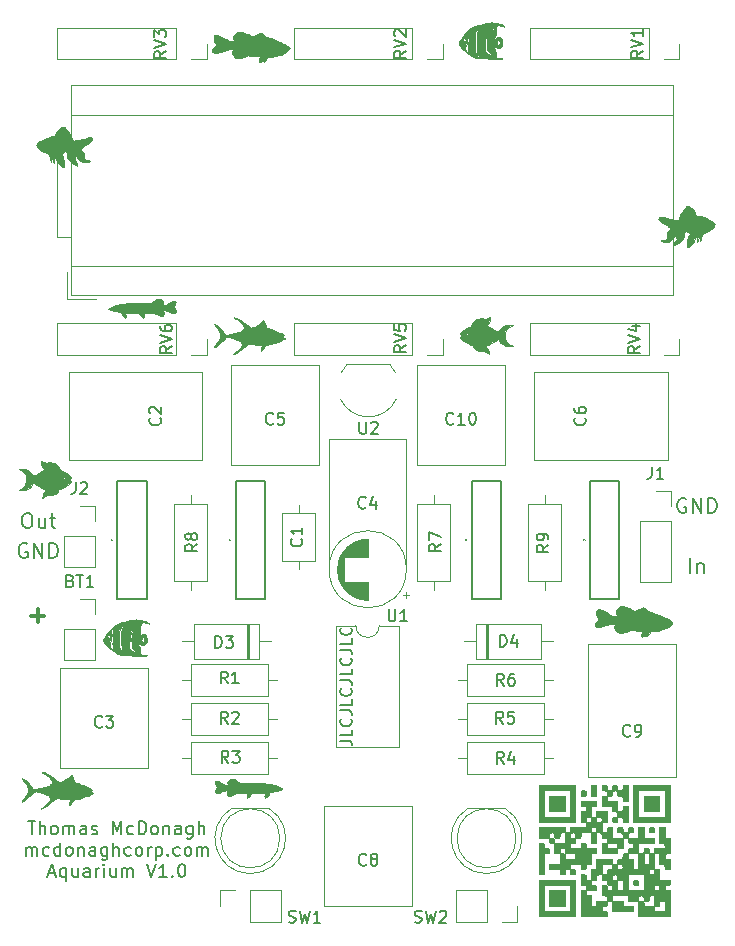
<source format=gbr>
G04 #@! TF.GenerationSoftware,KiCad,Pcbnew,(5.1.7)-1*
G04 #@! TF.CreationDate,2021-06-20T17:09:43-05:00*
G04 #@! TF.ProjectId,DaisySeedPedal,44616973-7953-4656-9564-506564616c2e,rev?*
G04 #@! TF.SameCoordinates,Original*
G04 #@! TF.FileFunction,Legend,Top*
G04 #@! TF.FilePolarity,Positive*
%FSLAX46Y46*%
G04 Gerber Fmt 4.6, Leading zero omitted, Abs format (unit mm)*
G04 Created by KiCad (PCBNEW (5.1.7)-1) date 2021-06-20 17:09:43*
%MOMM*%
%LPD*%
G01*
G04 APERTURE LIST*
%ADD10C,0.160000*%
%ADD11C,0.175000*%
%ADD12C,0.300000*%
%ADD13C,0.150000*%
%ADD14C,0.010000*%
%ADD15C,0.120000*%
%ADD16C,0.100000*%
%ADD17C,0.200000*%
G04 APERTURE END LIST*
D10*
X46178142Y-115824619D02*
X46806714Y-115824619D01*
X46492428Y-116924619D02*
X46492428Y-115824619D01*
X47173380Y-116924619D02*
X47173380Y-115824619D01*
X47644809Y-116924619D02*
X47644809Y-116348428D01*
X47592428Y-116243666D01*
X47487666Y-116191285D01*
X47330523Y-116191285D01*
X47225761Y-116243666D01*
X47173380Y-116296047D01*
X48325761Y-116924619D02*
X48221000Y-116872238D01*
X48168619Y-116819857D01*
X48116238Y-116715095D01*
X48116238Y-116400809D01*
X48168619Y-116296047D01*
X48221000Y-116243666D01*
X48325761Y-116191285D01*
X48482904Y-116191285D01*
X48587666Y-116243666D01*
X48640047Y-116296047D01*
X48692428Y-116400809D01*
X48692428Y-116715095D01*
X48640047Y-116819857D01*
X48587666Y-116872238D01*
X48482904Y-116924619D01*
X48325761Y-116924619D01*
X49163857Y-116924619D02*
X49163857Y-116191285D01*
X49163857Y-116296047D02*
X49216238Y-116243666D01*
X49321000Y-116191285D01*
X49478142Y-116191285D01*
X49582904Y-116243666D01*
X49635285Y-116348428D01*
X49635285Y-116924619D01*
X49635285Y-116348428D02*
X49687666Y-116243666D01*
X49792428Y-116191285D01*
X49949571Y-116191285D01*
X50054333Y-116243666D01*
X50106714Y-116348428D01*
X50106714Y-116924619D01*
X51101952Y-116924619D02*
X51101952Y-116348428D01*
X51049571Y-116243666D01*
X50944809Y-116191285D01*
X50735285Y-116191285D01*
X50630523Y-116243666D01*
X51101952Y-116872238D02*
X50997190Y-116924619D01*
X50735285Y-116924619D01*
X50630523Y-116872238D01*
X50578142Y-116767476D01*
X50578142Y-116662714D01*
X50630523Y-116557952D01*
X50735285Y-116505571D01*
X50997190Y-116505571D01*
X51101952Y-116453190D01*
X51573380Y-116872238D02*
X51678142Y-116924619D01*
X51887666Y-116924619D01*
X51992428Y-116872238D01*
X52044809Y-116767476D01*
X52044809Y-116715095D01*
X51992428Y-116610333D01*
X51887666Y-116557952D01*
X51730523Y-116557952D01*
X51625761Y-116505571D01*
X51573380Y-116400809D01*
X51573380Y-116348428D01*
X51625761Y-116243666D01*
X51730523Y-116191285D01*
X51887666Y-116191285D01*
X51992428Y-116243666D01*
X53354333Y-116924619D02*
X53354333Y-115824619D01*
X53721000Y-116610333D01*
X54087666Y-115824619D01*
X54087666Y-116924619D01*
X55082904Y-116872238D02*
X54978142Y-116924619D01*
X54768619Y-116924619D01*
X54663857Y-116872238D01*
X54611476Y-116819857D01*
X54559095Y-116715095D01*
X54559095Y-116400809D01*
X54611476Y-116296047D01*
X54663857Y-116243666D01*
X54768619Y-116191285D01*
X54978142Y-116191285D01*
X55082904Y-116243666D01*
X55554333Y-116924619D02*
X55554333Y-115824619D01*
X55816238Y-115824619D01*
X55973380Y-115877000D01*
X56078142Y-115981761D01*
X56130523Y-116086523D01*
X56182904Y-116296047D01*
X56182904Y-116453190D01*
X56130523Y-116662714D01*
X56078142Y-116767476D01*
X55973380Y-116872238D01*
X55816238Y-116924619D01*
X55554333Y-116924619D01*
X56811476Y-116924619D02*
X56706714Y-116872238D01*
X56654333Y-116819857D01*
X56601952Y-116715095D01*
X56601952Y-116400809D01*
X56654333Y-116296047D01*
X56706714Y-116243666D01*
X56811476Y-116191285D01*
X56968619Y-116191285D01*
X57073380Y-116243666D01*
X57125761Y-116296047D01*
X57178142Y-116400809D01*
X57178142Y-116715095D01*
X57125761Y-116819857D01*
X57073380Y-116872238D01*
X56968619Y-116924619D01*
X56811476Y-116924619D01*
X57649571Y-116191285D02*
X57649571Y-116924619D01*
X57649571Y-116296047D02*
X57701952Y-116243666D01*
X57806714Y-116191285D01*
X57963857Y-116191285D01*
X58068619Y-116243666D01*
X58121000Y-116348428D01*
X58121000Y-116924619D01*
X59116238Y-116924619D02*
X59116238Y-116348428D01*
X59063857Y-116243666D01*
X58959095Y-116191285D01*
X58749571Y-116191285D01*
X58644809Y-116243666D01*
X59116238Y-116872238D02*
X59011476Y-116924619D01*
X58749571Y-116924619D01*
X58644809Y-116872238D01*
X58592428Y-116767476D01*
X58592428Y-116662714D01*
X58644809Y-116557952D01*
X58749571Y-116505571D01*
X59011476Y-116505571D01*
X59116238Y-116453190D01*
X60111476Y-116191285D02*
X60111476Y-117081761D01*
X60059095Y-117186523D01*
X60006714Y-117238904D01*
X59901952Y-117291285D01*
X59744809Y-117291285D01*
X59640047Y-117238904D01*
X60111476Y-116872238D02*
X60006714Y-116924619D01*
X59797190Y-116924619D01*
X59692428Y-116872238D01*
X59640047Y-116819857D01*
X59587666Y-116715095D01*
X59587666Y-116400809D01*
X59640047Y-116296047D01*
X59692428Y-116243666D01*
X59797190Y-116191285D01*
X60006714Y-116191285D01*
X60111476Y-116243666D01*
X60635285Y-116924619D02*
X60635285Y-115824619D01*
X61106714Y-116924619D02*
X61106714Y-116348428D01*
X61054333Y-116243666D01*
X60949571Y-116191285D01*
X60792428Y-116191285D01*
X60687666Y-116243666D01*
X60635285Y-116296047D01*
X46021000Y-118734619D02*
X46021000Y-118001285D01*
X46021000Y-118106047D02*
X46073380Y-118053666D01*
X46178142Y-118001285D01*
X46335285Y-118001285D01*
X46440047Y-118053666D01*
X46492428Y-118158428D01*
X46492428Y-118734619D01*
X46492428Y-118158428D02*
X46544809Y-118053666D01*
X46649571Y-118001285D01*
X46806714Y-118001285D01*
X46911476Y-118053666D01*
X46963857Y-118158428D01*
X46963857Y-118734619D01*
X47959095Y-118682238D02*
X47854333Y-118734619D01*
X47644809Y-118734619D01*
X47540047Y-118682238D01*
X47487666Y-118629857D01*
X47435285Y-118525095D01*
X47435285Y-118210809D01*
X47487666Y-118106047D01*
X47540047Y-118053666D01*
X47644809Y-118001285D01*
X47854333Y-118001285D01*
X47959095Y-118053666D01*
X48901952Y-118734619D02*
X48901952Y-117634619D01*
X48901952Y-118682238D02*
X48797190Y-118734619D01*
X48587666Y-118734619D01*
X48482904Y-118682238D01*
X48430523Y-118629857D01*
X48378142Y-118525095D01*
X48378142Y-118210809D01*
X48430523Y-118106047D01*
X48482904Y-118053666D01*
X48587666Y-118001285D01*
X48797190Y-118001285D01*
X48901952Y-118053666D01*
X49582904Y-118734619D02*
X49478142Y-118682238D01*
X49425761Y-118629857D01*
X49373380Y-118525095D01*
X49373380Y-118210809D01*
X49425761Y-118106047D01*
X49478142Y-118053666D01*
X49582904Y-118001285D01*
X49740047Y-118001285D01*
X49844809Y-118053666D01*
X49897190Y-118106047D01*
X49949571Y-118210809D01*
X49949571Y-118525095D01*
X49897190Y-118629857D01*
X49844809Y-118682238D01*
X49740047Y-118734619D01*
X49582904Y-118734619D01*
X50421000Y-118001285D02*
X50421000Y-118734619D01*
X50421000Y-118106047D02*
X50473380Y-118053666D01*
X50578142Y-118001285D01*
X50735285Y-118001285D01*
X50840047Y-118053666D01*
X50892428Y-118158428D01*
X50892428Y-118734619D01*
X51887666Y-118734619D02*
X51887666Y-118158428D01*
X51835285Y-118053666D01*
X51730523Y-118001285D01*
X51521000Y-118001285D01*
X51416238Y-118053666D01*
X51887666Y-118682238D02*
X51782904Y-118734619D01*
X51521000Y-118734619D01*
X51416238Y-118682238D01*
X51363857Y-118577476D01*
X51363857Y-118472714D01*
X51416238Y-118367952D01*
X51521000Y-118315571D01*
X51782904Y-118315571D01*
X51887666Y-118263190D01*
X52882904Y-118001285D02*
X52882904Y-118891761D01*
X52830523Y-118996523D01*
X52778142Y-119048904D01*
X52673380Y-119101285D01*
X52516238Y-119101285D01*
X52411476Y-119048904D01*
X52882904Y-118682238D02*
X52778142Y-118734619D01*
X52568619Y-118734619D01*
X52463857Y-118682238D01*
X52411476Y-118629857D01*
X52359095Y-118525095D01*
X52359095Y-118210809D01*
X52411476Y-118106047D01*
X52463857Y-118053666D01*
X52568619Y-118001285D01*
X52778142Y-118001285D01*
X52882904Y-118053666D01*
X53406714Y-118734619D02*
X53406714Y-117634619D01*
X53878142Y-118734619D02*
X53878142Y-118158428D01*
X53825761Y-118053666D01*
X53721000Y-118001285D01*
X53563857Y-118001285D01*
X53459095Y-118053666D01*
X53406714Y-118106047D01*
X54873380Y-118682238D02*
X54768619Y-118734619D01*
X54559095Y-118734619D01*
X54454333Y-118682238D01*
X54401952Y-118629857D01*
X54349571Y-118525095D01*
X54349571Y-118210809D01*
X54401952Y-118106047D01*
X54454333Y-118053666D01*
X54559095Y-118001285D01*
X54768619Y-118001285D01*
X54873380Y-118053666D01*
X55501952Y-118734619D02*
X55397190Y-118682238D01*
X55344809Y-118629857D01*
X55292428Y-118525095D01*
X55292428Y-118210809D01*
X55344809Y-118106047D01*
X55397190Y-118053666D01*
X55501952Y-118001285D01*
X55659095Y-118001285D01*
X55763857Y-118053666D01*
X55816238Y-118106047D01*
X55868619Y-118210809D01*
X55868619Y-118525095D01*
X55816238Y-118629857D01*
X55763857Y-118682238D01*
X55659095Y-118734619D01*
X55501952Y-118734619D01*
X56340047Y-118734619D02*
X56340047Y-118001285D01*
X56340047Y-118210809D02*
X56392428Y-118106047D01*
X56444809Y-118053666D01*
X56549571Y-118001285D01*
X56654333Y-118001285D01*
X57021000Y-118001285D02*
X57021000Y-119101285D01*
X57021000Y-118053666D02*
X57125761Y-118001285D01*
X57335285Y-118001285D01*
X57440047Y-118053666D01*
X57492428Y-118106047D01*
X57544809Y-118210809D01*
X57544809Y-118525095D01*
X57492428Y-118629857D01*
X57440047Y-118682238D01*
X57335285Y-118734619D01*
X57125761Y-118734619D01*
X57021000Y-118682238D01*
X58016238Y-118629857D02*
X58068619Y-118682238D01*
X58016238Y-118734619D01*
X57963857Y-118682238D01*
X58016238Y-118629857D01*
X58016238Y-118734619D01*
X59011476Y-118682238D02*
X58906714Y-118734619D01*
X58697190Y-118734619D01*
X58592428Y-118682238D01*
X58540047Y-118629857D01*
X58487666Y-118525095D01*
X58487666Y-118210809D01*
X58540047Y-118106047D01*
X58592428Y-118053666D01*
X58697190Y-118001285D01*
X58906714Y-118001285D01*
X59011476Y-118053666D01*
X59640047Y-118734619D02*
X59535285Y-118682238D01*
X59482904Y-118629857D01*
X59430523Y-118525095D01*
X59430523Y-118210809D01*
X59482904Y-118106047D01*
X59535285Y-118053666D01*
X59640047Y-118001285D01*
X59797190Y-118001285D01*
X59901952Y-118053666D01*
X59954333Y-118106047D01*
X60006714Y-118210809D01*
X60006714Y-118525095D01*
X59954333Y-118629857D01*
X59901952Y-118682238D01*
X59797190Y-118734619D01*
X59640047Y-118734619D01*
X60478142Y-118734619D02*
X60478142Y-118001285D01*
X60478142Y-118106047D02*
X60530523Y-118053666D01*
X60635285Y-118001285D01*
X60792428Y-118001285D01*
X60897190Y-118053666D01*
X60949571Y-118158428D01*
X60949571Y-118734619D01*
X60949571Y-118158428D02*
X61001952Y-118053666D01*
X61106714Y-118001285D01*
X61263857Y-118001285D01*
X61368619Y-118053666D01*
X61421000Y-118158428D01*
X61421000Y-118734619D01*
X47932904Y-120230333D02*
X48456714Y-120230333D01*
X47828142Y-120544619D02*
X48194809Y-119444619D01*
X48561476Y-120544619D01*
X49399571Y-119811285D02*
X49399571Y-120911285D01*
X49399571Y-120492238D02*
X49294809Y-120544619D01*
X49085285Y-120544619D01*
X48980523Y-120492238D01*
X48928142Y-120439857D01*
X48875761Y-120335095D01*
X48875761Y-120020809D01*
X48928142Y-119916047D01*
X48980523Y-119863666D01*
X49085285Y-119811285D01*
X49294809Y-119811285D01*
X49399571Y-119863666D01*
X50394809Y-119811285D02*
X50394809Y-120544619D01*
X49923380Y-119811285D02*
X49923380Y-120387476D01*
X49975761Y-120492238D01*
X50080523Y-120544619D01*
X50237666Y-120544619D01*
X50342428Y-120492238D01*
X50394809Y-120439857D01*
X51390047Y-120544619D02*
X51390047Y-119968428D01*
X51337666Y-119863666D01*
X51232904Y-119811285D01*
X51023380Y-119811285D01*
X50918619Y-119863666D01*
X51390047Y-120492238D02*
X51285285Y-120544619D01*
X51023380Y-120544619D01*
X50918619Y-120492238D01*
X50866238Y-120387476D01*
X50866238Y-120282714D01*
X50918619Y-120177952D01*
X51023380Y-120125571D01*
X51285285Y-120125571D01*
X51390047Y-120073190D01*
X51913857Y-120544619D02*
X51913857Y-119811285D01*
X51913857Y-120020809D02*
X51966238Y-119916047D01*
X52018619Y-119863666D01*
X52123380Y-119811285D01*
X52228142Y-119811285D01*
X52594809Y-120544619D02*
X52594809Y-119811285D01*
X52594809Y-119444619D02*
X52542428Y-119497000D01*
X52594809Y-119549380D01*
X52647190Y-119497000D01*
X52594809Y-119444619D01*
X52594809Y-119549380D01*
X53590047Y-119811285D02*
X53590047Y-120544619D01*
X53118619Y-119811285D02*
X53118619Y-120387476D01*
X53171000Y-120492238D01*
X53275761Y-120544619D01*
X53432904Y-120544619D01*
X53537666Y-120492238D01*
X53590047Y-120439857D01*
X54113857Y-120544619D02*
X54113857Y-119811285D01*
X54113857Y-119916047D02*
X54166238Y-119863666D01*
X54271000Y-119811285D01*
X54428142Y-119811285D01*
X54532904Y-119863666D01*
X54585285Y-119968428D01*
X54585285Y-120544619D01*
X54585285Y-119968428D02*
X54637666Y-119863666D01*
X54742428Y-119811285D01*
X54899571Y-119811285D01*
X55004333Y-119863666D01*
X55056714Y-119968428D01*
X55056714Y-120544619D01*
X56261476Y-119444619D02*
X56628142Y-120544619D01*
X56994809Y-119444619D01*
X57937666Y-120544619D02*
X57309095Y-120544619D01*
X57623380Y-120544619D02*
X57623380Y-119444619D01*
X57518619Y-119601761D01*
X57413857Y-119706523D01*
X57309095Y-119758904D01*
X58409095Y-120439857D02*
X58461476Y-120492238D01*
X58409095Y-120544619D01*
X58356714Y-120492238D01*
X58409095Y-120439857D01*
X58409095Y-120544619D01*
X59142428Y-119444619D02*
X59247190Y-119444619D01*
X59351952Y-119497000D01*
X59404333Y-119549380D01*
X59456714Y-119654142D01*
X59509095Y-119863666D01*
X59509095Y-120125571D01*
X59456714Y-120335095D01*
X59404333Y-120439857D01*
X59351952Y-120492238D01*
X59247190Y-120544619D01*
X59142428Y-120544619D01*
X59037666Y-120492238D01*
X58985285Y-120439857D01*
X58932904Y-120335095D01*
X58880523Y-120125571D01*
X58880523Y-119863666D01*
X58932904Y-119654142D01*
X58985285Y-119549380D01*
X59037666Y-119497000D01*
X59142428Y-119444619D01*
D11*
X46004333Y-89739476D02*
X46242428Y-89739476D01*
X46361476Y-89799000D01*
X46480523Y-89918047D01*
X46540047Y-90156142D01*
X46540047Y-90572809D01*
X46480523Y-90810904D01*
X46361476Y-90929952D01*
X46242428Y-90989476D01*
X46004333Y-90989476D01*
X45885285Y-90929952D01*
X45766238Y-90810904D01*
X45706714Y-90572809D01*
X45706714Y-90156142D01*
X45766238Y-89918047D01*
X45885285Y-89799000D01*
X46004333Y-89739476D01*
X47611476Y-90156142D02*
X47611476Y-90989476D01*
X47075761Y-90156142D02*
X47075761Y-90810904D01*
X47135285Y-90929952D01*
X47254333Y-90989476D01*
X47432904Y-90989476D01*
X47551952Y-90929952D01*
X47611476Y-90870428D01*
X48028142Y-90156142D02*
X48504333Y-90156142D01*
X48206714Y-89739476D02*
X48206714Y-90810904D01*
X48266238Y-90929952D01*
X48385285Y-90989476D01*
X48504333Y-90989476D01*
X46093619Y-92339000D02*
X45974571Y-92279476D01*
X45796000Y-92279476D01*
X45617428Y-92339000D01*
X45498380Y-92458047D01*
X45438857Y-92577095D01*
X45379333Y-92815190D01*
X45379333Y-92993761D01*
X45438857Y-93231857D01*
X45498380Y-93350904D01*
X45617428Y-93469952D01*
X45796000Y-93529476D01*
X45915047Y-93529476D01*
X46093619Y-93469952D01*
X46153142Y-93410428D01*
X46153142Y-92993761D01*
X45915047Y-92993761D01*
X46688857Y-93529476D02*
X46688857Y-92279476D01*
X47403142Y-93529476D01*
X47403142Y-92279476D01*
X47998380Y-93529476D02*
X47998380Y-92279476D01*
X48296000Y-92279476D01*
X48474571Y-92339000D01*
X48593619Y-92458047D01*
X48653142Y-92577095D01*
X48712666Y-92815190D01*
X48712666Y-92993761D01*
X48653142Y-93231857D01*
X48593619Y-93350904D01*
X48474571Y-93469952D01*
X48296000Y-93529476D01*
X47998380Y-93529476D01*
X101861619Y-88529000D02*
X101742571Y-88469476D01*
X101564000Y-88469476D01*
X101385428Y-88529000D01*
X101266380Y-88648047D01*
X101206857Y-88767095D01*
X101147333Y-89005190D01*
X101147333Y-89183761D01*
X101206857Y-89421857D01*
X101266380Y-89540904D01*
X101385428Y-89659952D01*
X101564000Y-89719476D01*
X101683047Y-89719476D01*
X101861619Y-89659952D01*
X101921142Y-89600428D01*
X101921142Y-89183761D01*
X101683047Y-89183761D01*
X102456857Y-89719476D02*
X102456857Y-88469476D01*
X103171142Y-89719476D01*
X103171142Y-88469476D01*
X103766380Y-89719476D02*
X103766380Y-88469476D01*
X104064000Y-88469476D01*
X104242571Y-88529000D01*
X104361619Y-88648047D01*
X104421142Y-88767095D01*
X104480666Y-89005190D01*
X104480666Y-89183761D01*
X104421142Y-89421857D01*
X104361619Y-89540904D01*
X104242571Y-89659952D01*
X104064000Y-89719476D01*
X103766380Y-89719476D01*
X102248523Y-94799476D02*
X102248523Y-93549476D01*
X102843761Y-93966142D02*
X102843761Y-94799476D01*
X102843761Y-94085190D02*
X102903285Y-94025666D01*
X103022333Y-93966142D01*
X103200904Y-93966142D01*
X103319952Y-94025666D01*
X103379476Y-94144714D01*
X103379476Y-94799476D01*
D12*
X46418571Y-98405142D02*
X47561428Y-98405142D01*
X46990000Y-98976571D02*
X46990000Y-97833714D01*
D13*
X72604380Y-109013047D02*
X73318666Y-109013047D01*
X73461523Y-109060666D01*
X73556761Y-109155904D01*
X73604380Y-109298761D01*
X73604380Y-109394000D01*
X73604380Y-108060666D02*
X73604380Y-108536857D01*
X72604380Y-108536857D01*
X73509142Y-107155904D02*
X73556761Y-107203523D01*
X73604380Y-107346380D01*
X73604380Y-107441619D01*
X73556761Y-107584476D01*
X73461523Y-107679714D01*
X73366285Y-107727333D01*
X73175809Y-107774952D01*
X73032952Y-107774952D01*
X72842476Y-107727333D01*
X72747238Y-107679714D01*
X72652000Y-107584476D01*
X72604380Y-107441619D01*
X72604380Y-107346380D01*
X72652000Y-107203523D01*
X72699619Y-107155904D01*
X72604380Y-106441619D02*
X73318666Y-106441619D01*
X73461523Y-106489238D01*
X73556761Y-106584476D01*
X73604380Y-106727333D01*
X73604380Y-106822571D01*
X73604380Y-105489238D02*
X73604380Y-105965428D01*
X72604380Y-105965428D01*
X73509142Y-104584476D02*
X73556761Y-104632095D01*
X73604380Y-104774952D01*
X73604380Y-104870190D01*
X73556761Y-105013047D01*
X73461523Y-105108285D01*
X73366285Y-105155904D01*
X73175809Y-105203523D01*
X73032952Y-105203523D01*
X72842476Y-105155904D01*
X72747238Y-105108285D01*
X72652000Y-105013047D01*
X72604380Y-104870190D01*
X72604380Y-104774952D01*
X72652000Y-104632095D01*
X72699619Y-104584476D01*
X72604380Y-103870190D02*
X73318666Y-103870190D01*
X73461523Y-103917809D01*
X73556761Y-104013047D01*
X73604380Y-104155904D01*
X73604380Y-104251142D01*
X73604380Y-102917809D02*
X73604380Y-103394000D01*
X72604380Y-103394000D01*
X73509142Y-102013047D02*
X73556761Y-102060666D01*
X73604380Y-102203523D01*
X73604380Y-102298761D01*
X73556761Y-102441619D01*
X73461523Y-102536857D01*
X73366285Y-102584476D01*
X73175809Y-102632095D01*
X73032952Y-102632095D01*
X72842476Y-102584476D01*
X72747238Y-102536857D01*
X72652000Y-102441619D01*
X72604380Y-102298761D01*
X72604380Y-102203523D01*
X72652000Y-102060666D01*
X72699619Y-102013047D01*
X72604380Y-101298761D02*
X73318666Y-101298761D01*
X73461523Y-101346380D01*
X73556761Y-101441619D01*
X73604380Y-101584476D01*
X73604380Y-101679714D01*
X73604380Y-100346380D02*
X73604380Y-100822571D01*
X72604380Y-100822571D01*
X73509142Y-99441619D02*
X73556761Y-99489238D01*
X73604380Y-99632095D01*
X73604380Y-99727333D01*
X73556761Y-99870190D01*
X73461523Y-99965428D01*
X73366285Y-100013047D01*
X73175809Y-100060666D01*
X73032952Y-100060666D01*
X72842476Y-100013047D01*
X72747238Y-99965428D01*
X72652000Y-99870190D01*
X72604380Y-99727333D01*
X72604380Y-99632095D01*
X72652000Y-99489238D01*
X72699619Y-99441619D01*
D14*
G04 #@! TO.C,G\u002A\u002A\u002A*
G36*
X49120350Y-57023552D02*
G01*
X49010562Y-57068516D01*
X48860610Y-57160928D01*
X48722068Y-57286858D01*
X48614922Y-57425659D01*
X48566845Y-57526873D01*
X48506856Y-57680484D01*
X48440795Y-57772211D01*
X48361496Y-57810715D01*
X48329942Y-57813222D01*
X48197246Y-57829063D01*
X48020682Y-57872671D01*
X47818403Y-57938178D01*
X47608562Y-58019713D01*
X47412120Y-58109992D01*
X47188619Y-58231563D01*
X47029578Y-58341183D01*
X46931051Y-58444184D01*
X46889091Y-58545897D01*
X46899753Y-58651654D01*
X46943648Y-58742964D01*
X47043229Y-58859495D01*
X47193546Y-58980035D01*
X47376696Y-59092275D01*
X47574773Y-59183900D01*
X47597243Y-59192391D01*
X47762024Y-59263910D01*
X47874066Y-59345745D01*
X47949688Y-59456292D01*
X48005209Y-59613945D01*
X48019100Y-59667911D01*
X48063977Y-59836776D01*
X48098770Y-59937017D01*
X48123044Y-59968444D01*
X48136367Y-59930866D01*
X48138305Y-59824092D01*
X48133300Y-59718222D01*
X48114588Y-59418361D01*
X48194680Y-59665306D01*
X48264435Y-59865197D01*
X48322136Y-59999150D01*
X48366867Y-60066710D01*
X48397711Y-60067420D01*
X48413749Y-60000826D01*
X48414064Y-59866472D01*
X48407828Y-59771139D01*
X48397435Y-59624725D01*
X48396337Y-59535053D01*
X48406028Y-59488743D01*
X48427998Y-59472414D01*
X48441266Y-59471278D01*
X48482526Y-59492396D01*
X48498326Y-59564693D01*
X48499034Y-59595923D01*
X48527837Y-59750498D01*
X48609924Y-59930418D01*
X48738811Y-60123532D01*
X48853452Y-60260107D01*
X48981356Y-60386152D01*
X49078114Y-60450094D01*
X49117853Y-60459056D01*
X49187521Y-60449085D01*
X49214243Y-60432597D01*
X49222492Y-60376888D01*
X49222986Y-60270852D01*
X49216931Y-60134146D01*
X49205538Y-59986426D01*
X49190013Y-59847350D01*
X49171566Y-59736575D01*
X49171411Y-59735861D01*
X49138709Y-59591735D01*
X49111956Y-59503212D01*
X49082995Y-59456767D01*
X49043665Y-59438874D01*
X48990545Y-59436000D01*
X48910185Y-59422974D01*
X48890608Y-59392224D01*
X48935677Y-59356247D01*
X48962781Y-59346176D01*
X49030172Y-59309433D01*
X49123012Y-59240467D01*
X49188704Y-59183673D01*
X49338937Y-59045193D01*
X49412874Y-59149029D01*
X49465627Y-59257602D01*
X49486026Y-59400678D01*
X49486812Y-59444972D01*
X49502780Y-59591470D01*
X49555945Y-59726857D01*
X49654193Y-59864367D01*
X49805413Y-60017231D01*
X49853802Y-60060614D01*
X49945647Y-60129869D01*
X50057808Y-60198381D01*
X50172671Y-60257475D01*
X50272621Y-60298479D01*
X50340043Y-60312718D01*
X50355510Y-60307672D01*
X50354258Y-60266313D01*
X50328041Y-60186533D01*
X50286612Y-60091336D01*
X50239724Y-60003724D01*
X50206663Y-59956620D01*
X50106361Y-59839595D01*
X50048060Y-59766889D01*
X50026536Y-59730402D01*
X50036562Y-59722035D01*
X50059537Y-59728566D01*
X50122162Y-59720100D01*
X50170239Y-59657499D01*
X50192067Y-59557124D01*
X50192367Y-59542831D01*
X50201393Y-59514298D01*
X50233159Y-59530106D01*
X50294701Y-59595452D01*
X50344346Y-59655071D01*
X50504248Y-59815209D01*
X50685565Y-59937264D01*
X50875365Y-60016904D01*
X51060718Y-60049793D01*
X51228695Y-60031599D01*
X51330075Y-59985453D01*
X51406329Y-59925373D01*
X51417261Y-59885934D01*
X51361522Y-59864756D01*
X51258550Y-59859334D01*
X51098476Y-59842836D01*
X50995369Y-59790106D01*
X50943004Y-59696289D01*
X50933200Y-59605662D01*
X50901244Y-59363537D01*
X50807236Y-59150012D01*
X50737886Y-59056486D01*
X50671793Y-58975222D01*
X50647560Y-58922717D01*
X50658683Y-58876359D01*
X50677238Y-58845710D01*
X50732092Y-58786025D01*
X50776507Y-58765722D01*
X50831850Y-58739434D01*
X50871042Y-58697657D01*
X50941034Y-58637492D01*
X51014976Y-58605431D01*
X51104059Y-58564108D01*
X51121504Y-58548176D01*
X47475978Y-58548176D01*
X47456949Y-58631780D01*
X47408748Y-58657063D01*
X47344703Y-58618276D01*
X47336150Y-58608518D01*
X47311324Y-58542264D01*
X47347448Y-58495593D01*
X47407505Y-58483500D01*
X47465477Y-58509700D01*
X47475978Y-58548176D01*
X51121504Y-58548176D01*
X51157339Y-58515450D01*
X51220192Y-58458141D01*
X51313985Y-58403748D01*
X51328683Y-58397299D01*
X51435553Y-58334178D01*
X51534893Y-58245160D01*
X51608637Y-58149636D01*
X51638716Y-58066996D01*
X51638756Y-58064516D01*
X51624991Y-57990643D01*
X51579320Y-57944316D01*
X51495179Y-57925297D01*
X51366007Y-57933347D01*
X51185238Y-57968228D01*
X50946310Y-58029703D01*
X50915562Y-58038255D01*
X50720705Y-58088426D01*
X50519578Y-58132917D01*
X50338326Y-58166314D01*
X50223239Y-58181590D01*
X49954249Y-58206471D01*
X49929775Y-58071583D01*
X49856010Y-57831517D01*
X49729461Y-57597688D01*
X49564772Y-57397105D01*
X49563209Y-57395579D01*
X49463742Y-57290425D01*
X49378403Y-57185769D01*
X49331367Y-57114060D01*
X49278522Y-57037528D01*
X49213553Y-57008121D01*
X49120350Y-57023552D01*
G37*
X49120350Y-57023552D02*
X49010562Y-57068516D01*
X48860610Y-57160928D01*
X48722068Y-57286858D01*
X48614922Y-57425659D01*
X48566845Y-57526873D01*
X48506856Y-57680484D01*
X48440795Y-57772211D01*
X48361496Y-57810715D01*
X48329942Y-57813222D01*
X48197246Y-57829063D01*
X48020682Y-57872671D01*
X47818403Y-57938178D01*
X47608562Y-58019713D01*
X47412120Y-58109992D01*
X47188619Y-58231563D01*
X47029578Y-58341183D01*
X46931051Y-58444184D01*
X46889091Y-58545897D01*
X46899753Y-58651654D01*
X46943648Y-58742964D01*
X47043229Y-58859495D01*
X47193546Y-58980035D01*
X47376696Y-59092275D01*
X47574773Y-59183900D01*
X47597243Y-59192391D01*
X47762024Y-59263910D01*
X47874066Y-59345745D01*
X47949688Y-59456292D01*
X48005209Y-59613945D01*
X48019100Y-59667911D01*
X48063977Y-59836776D01*
X48098770Y-59937017D01*
X48123044Y-59968444D01*
X48136367Y-59930866D01*
X48138305Y-59824092D01*
X48133300Y-59718222D01*
X48114588Y-59418361D01*
X48194680Y-59665306D01*
X48264435Y-59865197D01*
X48322136Y-59999150D01*
X48366867Y-60066710D01*
X48397711Y-60067420D01*
X48413749Y-60000826D01*
X48414064Y-59866472D01*
X48407828Y-59771139D01*
X48397435Y-59624725D01*
X48396337Y-59535053D01*
X48406028Y-59488743D01*
X48427998Y-59472414D01*
X48441266Y-59471278D01*
X48482526Y-59492396D01*
X48498326Y-59564693D01*
X48499034Y-59595923D01*
X48527837Y-59750498D01*
X48609924Y-59930418D01*
X48738811Y-60123532D01*
X48853452Y-60260107D01*
X48981356Y-60386152D01*
X49078114Y-60450094D01*
X49117853Y-60459056D01*
X49187521Y-60449085D01*
X49214243Y-60432597D01*
X49222492Y-60376888D01*
X49222986Y-60270852D01*
X49216931Y-60134146D01*
X49205538Y-59986426D01*
X49190013Y-59847350D01*
X49171566Y-59736575D01*
X49171411Y-59735861D01*
X49138709Y-59591735D01*
X49111956Y-59503212D01*
X49082995Y-59456767D01*
X49043665Y-59438874D01*
X48990545Y-59436000D01*
X48910185Y-59422974D01*
X48890608Y-59392224D01*
X48935677Y-59356247D01*
X48962781Y-59346176D01*
X49030172Y-59309433D01*
X49123012Y-59240467D01*
X49188704Y-59183673D01*
X49338937Y-59045193D01*
X49412874Y-59149029D01*
X49465627Y-59257602D01*
X49486026Y-59400678D01*
X49486812Y-59444972D01*
X49502780Y-59591470D01*
X49555945Y-59726857D01*
X49654193Y-59864367D01*
X49805413Y-60017231D01*
X49853802Y-60060614D01*
X49945647Y-60129869D01*
X50057808Y-60198381D01*
X50172671Y-60257475D01*
X50272621Y-60298479D01*
X50340043Y-60312718D01*
X50355510Y-60307672D01*
X50354258Y-60266313D01*
X50328041Y-60186533D01*
X50286612Y-60091336D01*
X50239724Y-60003724D01*
X50206663Y-59956620D01*
X50106361Y-59839595D01*
X50048060Y-59766889D01*
X50026536Y-59730402D01*
X50036562Y-59722035D01*
X50059537Y-59728566D01*
X50122162Y-59720100D01*
X50170239Y-59657499D01*
X50192067Y-59557124D01*
X50192367Y-59542831D01*
X50201393Y-59514298D01*
X50233159Y-59530106D01*
X50294701Y-59595452D01*
X50344346Y-59655071D01*
X50504248Y-59815209D01*
X50685565Y-59937264D01*
X50875365Y-60016904D01*
X51060718Y-60049793D01*
X51228695Y-60031599D01*
X51330075Y-59985453D01*
X51406329Y-59925373D01*
X51417261Y-59885934D01*
X51361522Y-59864756D01*
X51258550Y-59859334D01*
X51098476Y-59842836D01*
X50995369Y-59790106D01*
X50943004Y-59696289D01*
X50933200Y-59605662D01*
X50901244Y-59363537D01*
X50807236Y-59150012D01*
X50737886Y-59056486D01*
X50671793Y-58975222D01*
X50647560Y-58922717D01*
X50658683Y-58876359D01*
X50677238Y-58845710D01*
X50732092Y-58786025D01*
X50776507Y-58765722D01*
X50831850Y-58739434D01*
X50871042Y-58697657D01*
X50941034Y-58637492D01*
X51014976Y-58605431D01*
X51104059Y-58564108D01*
X51121504Y-58548176D01*
X47475978Y-58548176D01*
X47456949Y-58631780D01*
X47408748Y-58657063D01*
X47344703Y-58618276D01*
X47336150Y-58608518D01*
X47311324Y-58542264D01*
X47347448Y-58495593D01*
X47407505Y-58483500D01*
X47465477Y-58509700D01*
X47475978Y-58548176D01*
X51121504Y-58548176D01*
X51157339Y-58515450D01*
X51220192Y-58458141D01*
X51313985Y-58403748D01*
X51328683Y-58397299D01*
X51435553Y-58334178D01*
X51534893Y-58245160D01*
X51608637Y-58149636D01*
X51638716Y-58066996D01*
X51638756Y-58064516D01*
X51624991Y-57990643D01*
X51579320Y-57944316D01*
X51495179Y-57925297D01*
X51366007Y-57933347D01*
X51185238Y-57968228D01*
X50946310Y-58029703D01*
X50915562Y-58038255D01*
X50720705Y-58088426D01*
X50519578Y-58132917D01*
X50338326Y-58166314D01*
X50223239Y-58181590D01*
X49954249Y-58206471D01*
X49929775Y-58071583D01*
X49856010Y-57831517D01*
X49729461Y-57597688D01*
X49564772Y-57397105D01*
X49563209Y-57395579D01*
X49463742Y-57290425D01*
X49378403Y-57185769D01*
X49331367Y-57114060D01*
X49278522Y-57037528D01*
X49213553Y-57008121D01*
X49120350Y-57023552D01*
G36*
X57105671Y-71580681D02*
G01*
X57030300Y-71613997D01*
X56923172Y-71679217D01*
X56806451Y-71762746D01*
X56797414Y-71769772D01*
X56586402Y-71934917D01*
X55403942Y-71958817D01*
X55068707Y-71965791D01*
X54793016Y-71972862D01*
X54565873Y-71981603D01*
X54376280Y-71993589D01*
X54213241Y-72010393D01*
X54065759Y-72033591D01*
X53922839Y-72064755D01*
X53773483Y-72105461D01*
X53606696Y-72157282D01*
X53411480Y-72221793D01*
X53295924Y-72260594D01*
X53119609Y-72328753D01*
X53012144Y-72391214D01*
X52973800Y-72447354D01*
X53004848Y-72496548D01*
X53105557Y-72538171D01*
X53169130Y-72553335D01*
X53274747Y-72575374D01*
X53416917Y-72605335D01*
X53551203Y-72633828D01*
X53698176Y-72664334D01*
X53838103Y-72692056D01*
X53932548Y-72709539D01*
X54022740Y-72734222D01*
X54080186Y-72783208D01*
X54130115Y-72878227D01*
X54131143Y-72880591D01*
X54200500Y-73006731D01*
X54282585Y-73106510D01*
X54364149Y-73166927D01*
X54431353Y-73175209D01*
X54474568Y-73125300D01*
X54487219Y-73037481D01*
X54470775Y-72936707D01*
X54426705Y-72847931D01*
X54411030Y-72830021D01*
X54335995Y-72754986D01*
X54931377Y-72780852D01*
X55526759Y-72806717D01*
X55697150Y-72996998D01*
X55806723Y-73111208D01*
X55885847Y-73172016D01*
X55943349Y-73184635D01*
X55979490Y-73163759D01*
X56001575Y-73101428D01*
X55999238Y-73007383D01*
X55975900Y-72914741D01*
X55949004Y-72868575D01*
X55931269Y-72843630D01*
X55937404Y-72825657D01*
X55977271Y-72812496D01*
X56060734Y-72801985D01*
X56197657Y-72791965D01*
X56336135Y-72783769D01*
X56777270Y-72758638D01*
X57064502Y-72902402D01*
X57247088Y-72986815D01*
X57385346Y-73032152D01*
X57492253Y-73040495D01*
X57580788Y-73013930D01*
X57617937Y-72991249D01*
X57674400Y-72913922D01*
X57697644Y-72803552D01*
X57685864Y-72690269D01*
X57640906Y-72607714D01*
X57616982Y-72565692D01*
X57652378Y-72549989D01*
X57741342Y-72559648D01*
X57878124Y-72593711D01*
X58056972Y-72651223D01*
X58187670Y-72698692D01*
X58359704Y-72761799D01*
X58478670Y-72800181D01*
X58556495Y-72816574D01*
X58605102Y-72813716D01*
X58630019Y-72800205D01*
X58675457Y-72727804D01*
X58670404Y-72622906D01*
X58614223Y-72478507D01*
X58597971Y-72446516D01*
X58593524Y-72438010D01*
X53130208Y-72438010D01*
X53095532Y-72443659D01*
X53049776Y-72437173D01*
X53049230Y-72425131D01*
X53096445Y-72416709D01*
X53116846Y-72422346D01*
X53130208Y-72438010D01*
X58593524Y-72438010D01*
X58515010Y-72287837D01*
X58556441Y-72217139D01*
X53674675Y-72217139D01*
X53657037Y-72234778D01*
X53639398Y-72217139D01*
X53657037Y-72199500D01*
X53674675Y-72217139D01*
X58556441Y-72217139D01*
X58601926Y-72139526D01*
X58668261Y-71982648D01*
X58677662Y-71874871D01*
X58663455Y-71795871D01*
X58626057Y-71767135D01*
X58549865Y-71767748D01*
X58481283Y-71779170D01*
X58398691Y-71806531D01*
X58290644Y-71854984D01*
X58145697Y-71929679D01*
X57952405Y-72035770D01*
X57943832Y-72040557D01*
X57827888Y-72094536D01*
X57709683Y-72120626D01*
X57555777Y-72126233D01*
X57325925Y-72123522D01*
X57467037Y-72081205D01*
X57558462Y-72047024D01*
X57601669Y-72002468D01*
X57617803Y-71924237D01*
X57618706Y-71914077D01*
X57597619Y-71787364D01*
X57521235Y-71681413D01*
X57403878Y-71605532D01*
X57259871Y-71569029D01*
X57105671Y-71580681D01*
G37*
X57105671Y-71580681D02*
X57030300Y-71613997D01*
X56923172Y-71679217D01*
X56806451Y-71762746D01*
X56797414Y-71769772D01*
X56586402Y-71934917D01*
X55403942Y-71958817D01*
X55068707Y-71965791D01*
X54793016Y-71972862D01*
X54565873Y-71981603D01*
X54376280Y-71993589D01*
X54213241Y-72010393D01*
X54065759Y-72033591D01*
X53922839Y-72064755D01*
X53773483Y-72105461D01*
X53606696Y-72157282D01*
X53411480Y-72221793D01*
X53295924Y-72260594D01*
X53119609Y-72328753D01*
X53012144Y-72391214D01*
X52973800Y-72447354D01*
X53004848Y-72496548D01*
X53105557Y-72538171D01*
X53169130Y-72553335D01*
X53274747Y-72575374D01*
X53416917Y-72605335D01*
X53551203Y-72633828D01*
X53698176Y-72664334D01*
X53838103Y-72692056D01*
X53932548Y-72709539D01*
X54022740Y-72734222D01*
X54080186Y-72783208D01*
X54130115Y-72878227D01*
X54131143Y-72880591D01*
X54200500Y-73006731D01*
X54282585Y-73106510D01*
X54364149Y-73166927D01*
X54431353Y-73175209D01*
X54474568Y-73125300D01*
X54487219Y-73037481D01*
X54470775Y-72936707D01*
X54426705Y-72847931D01*
X54411030Y-72830021D01*
X54335995Y-72754986D01*
X54931377Y-72780852D01*
X55526759Y-72806717D01*
X55697150Y-72996998D01*
X55806723Y-73111208D01*
X55885847Y-73172016D01*
X55943349Y-73184635D01*
X55979490Y-73163759D01*
X56001575Y-73101428D01*
X55999238Y-73007383D01*
X55975900Y-72914741D01*
X55949004Y-72868575D01*
X55931269Y-72843630D01*
X55937404Y-72825657D01*
X55977271Y-72812496D01*
X56060734Y-72801985D01*
X56197657Y-72791965D01*
X56336135Y-72783769D01*
X56777270Y-72758638D01*
X57064502Y-72902402D01*
X57247088Y-72986815D01*
X57385346Y-73032152D01*
X57492253Y-73040495D01*
X57580788Y-73013930D01*
X57617937Y-72991249D01*
X57674400Y-72913922D01*
X57697644Y-72803552D01*
X57685864Y-72690269D01*
X57640906Y-72607714D01*
X57616982Y-72565692D01*
X57652378Y-72549989D01*
X57741342Y-72559648D01*
X57878124Y-72593711D01*
X58056972Y-72651223D01*
X58187670Y-72698692D01*
X58359704Y-72761799D01*
X58478670Y-72800181D01*
X58556495Y-72816574D01*
X58605102Y-72813716D01*
X58630019Y-72800205D01*
X58675457Y-72727804D01*
X58670404Y-72622906D01*
X58614223Y-72478507D01*
X58597971Y-72446516D01*
X58593524Y-72438010D01*
X53130208Y-72438010D01*
X53095532Y-72443659D01*
X53049776Y-72437173D01*
X53049230Y-72425131D01*
X53096445Y-72416709D01*
X53116846Y-72422346D01*
X53130208Y-72438010D01*
X58593524Y-72438010D01*
X58515010Y-72287837D01*
X58556441Y-72217139D01*
X53674675Y-72217139D01*
X53657037Y-72234778D01*
X53639398Y-72217139D01*
X53657037Y-72199500D01*
X53674675Y-72217139D01*
X58556441Y-72217139D01*
X58601926Y-72139526D01*
X58668261Y-71982648D01*
X58677662Y-71874871D01*
X58663455Y-71795871D01*
X58626057Y-71767135D01*
X58549865Y-71767748D01*
X58481283Y-71779170D01*
X58398691Y-71806531D01*
X58290644Y-71854984D01*
X58145697Y-71929679D01*
X57952405Y-72035770D01*
X57943832Y-72040557D01*
X57827888Y-72094536D01*
X57709683Y-72120626D01*
X57555777Y-72126233D01*
X57325925Y-72123522D01*
X57467037Y-72081205D01*
X57558462Y-72047024D01*
X57601669Y-72002468D01*
X57617803Y-71924237D01*
X57618706Y-71914077D01*
X57597619Y-71787364D01*
X57521235Y-71681413D01*
X57403878Y-71605532D01*
X57259871Y-71569029D01*
X57105671Y-71580681D01*
G36*
X85220386Y-73174138D02*
G01*
X85169145Y-73206681D01*
X85110475Y-73236043D01*
X85033753Y-73253403D01*
X84922661Y-73260651D01*
X84760879Y-73259677D01*
X84720594Y-73258651D01*
X84547589Y-73258615D01*
X84384221Y-73266831D01*
X84255098Y-73281748D01*
X84213251Y-73290630D01*
X84030519Y-73375728D01*
X83880733Y-73517959D01*
X83773464Y-73707883D01*
X83763726Y-73733931D01*
X83713967Y-73851042D01*
X83662335Y-73914888D01*
X83609270Y-73939221D01*
X83498648Y-73979733D01*
X83363215Y-74048932D01*
X83216112Y-74137574D01*
X83070478Y-74236414D01*
X82939452Y-74336208D01*
X82836176Y-74427712D01*
X82773787Y-74501681D01*
X82761384Y-74535753D01*
X82790164Y-74581500D01*
X82849578Y-74620193D01*
X82923005Y-74670089D01*
X82926079Y-74719677D01*
X82858989Y-74767344D01*
X82830916Y-74778907D01*
X82760547Y-74816461D01*
X82739900Y-74863036D01*
X82771842Y-74926258D01*
X82859240Y-75013751D01*
X82946720Y-75086907D01*
X83232491Y-75282783D01*
X83539599Y-75432073D01*
X83676131Y-75479708D01*
X83782413Y-75522779D01*
X83847970Y-75586470D01*
X83891351Y-75670775D01*
X83999392Y-75841214D01*
X84152364Y-75957838D01*
X84348649Y-76019855D01*
X84586630Y-76026472D01*
X84612159Y-76024107D01*
X84820023Y-76019995D01*
X84976600Y-76057587D01*
X85089179Y-76139260D01*
X85128184Y-76192262D01*
X85171827Y-76257834D01*
X85191357Y-76265626D01*
X85195418Y-76229334D01*
X85175929Y-76093129D01*
X85125073Y-75932761D01*
X85054884Y-75779696D01*
X84981495Y-75669976D01*
X84876303Y-75550168D01*
X85102084Y-75475033D01*
X85309624Y-75391495D01*
X85521501Y-75281548D01*
X85712655Y-75159498D01*
X85848799Y-75048702D01*
X85955243Y-74946184D01*
X86039750Y-75105481D01*
X86179514Y-75296329D01*
X86369964Y-75448161D01*
X86599160Y-75554458D01*
X86855159Y-75608696D01*
X86971577Y-75614389D01*
X87090818Y-75611230D01*
X87179719Y-75602999D01*
X87216100Y-75592914D01*
X87198239Y-75567901D01*
X87130880Y-75522695D01*
X87028457Y-75466944D01*
X87025172Y-75465299D01*
X86814222Y-75325132D01*
X86661884Y-75146703D01*
X86570390Y-74934061D01*
X86541972Y-74691256D01*
X86547483Y-74598490D01*
X86562240Y-74540148D01*
X83460311Y-74540148D01*
X83455092Y-74571324D01*
X83407424Y-74619209D01*
X83342602Y-74619107D01*
X83306097Y-74587948D01*
X83305069Y-74534616D01*
X83344721Y-74485575D01*
X83399767Y-74462633D01*
X83436094Y-74475822D01*
X83460311Y-74540148D01*
X86562240Y-74540148D01*
X86601364Y-74385484D01*
X86710478Y-74188047D01*
X86862284Y-74021929D01*
X87044239Y-73902884D01*
X87127009Y-73870595D01*
X87188602Y-73837463D01*
X87206384Y-73808421D01*
X87171947Y-73789398D01*
X87070053Y-73782219D01*
X86912218Y-73786537D01*
X86746232Y-73799645D01*
X86622912Y-73823023D01*
X86514444Y-73863706D01*
X86427149Y-73909222D01*
X86225450Y-74059553D01*
X86049344Y-74265259D01*
X85989036Y-74360074D01*
X85964359Y-74388681D01*
X85929066Y-74387565D01*
X85868680Y-74351214D01*
X85773671Y-74278053D01*
X85658352Y-74196230D01*
X85515576Y-74109311D01*
X85362418Y-74026053D01*
X85215953Y-73955214D01*
X85093256Y-73905551D01*
X85011401Y-73885822D01*
X85008825Y-73885778D01*
X84979724Y-73876260D01*
X84996348Y-73841648D01*
X85063331Y-73772857D01*
X85069328Y-73767185D01*
X85205673Y-73597874D01*
X85284472Y-73407388D01*
X85301384Y-73269550D01*
X85297565Y-73180789D01*
X85275748Y-73151448D01*
X85220386Y-73174138D01*
G37*
X85220386Y-73174138D02*
X85169145Y-73206681D01*
X85110475Y-73236043D01*
X85033753Y-73253403D01*
X84922661Y-73260651D01*
X84760879Y-73259677D01*
X84720594Y-73258651D01*
X84547589Y-73258615D01*
X84384221Y-73266831D01*
X84255098Y-73281748D01*
X84213251Y-73290630D01*
X84030519Y-73375728D01*
X83880733Y-73517959D01*
X83773464Y-73707883D01*
X83763726Y-73733931D01*
X83713967Y-73851042D01*
X83662335Y-73914888D01*
X83609270Y-73939221D01*
X83498648Y-73979733D01*
X83363215Y-74048932D01*
X83216112Y-74137574D01*
X83070478Y-74236414D01*
X82939452Y-74336208D01*
X82836176Y-74427712D01*
X82773787Y-74501681D01*
X82761384Y-74535753D01*
X82790164Y-74581500D01*
X82849578Y-74620193D01*
X82923005Y-74670089D01*
X82926079Y-74719677D01*
X82858989Y-74767344D01*
X82830916Y-74778907D01*
X82760547Y-74816461D01*
X82739900Y-74863036D01*
X82771842Y-74926258D01*
X82859240Y-75013751D01*
X82946720Y-75086907D01*
X83232491Y-75282783D01*
X83539599Y-75432073D01*
X83676131Y-75479708D01*
X83782413Y-75522779D01*
X83847970Y-75586470D01*
X83891351Y-75670775D01*
X83999392Y-75841214D01*
X84152364Y-75957838D01*
X84348649Y-76019855D01*
X84586630Y-76026472D01*
X84612159Y-76024107D01*
X84820023Y-76019995D01*
X84976600Y-76057587D01*
X85089179Y-76139260D01*
X85128184Y-76192262D01*
X85171827Y-76257834D01*
X85191357Y-76265626D01*
X85195418Y-76229334D01*
X85175929Y-76093129D01*
X85125073Y-75932761D01*
X85054884Y-75779696D01*
X84981495Y-75669976D01*
X84876303Y-75550168D01*
X85102084Y-75475033D01*
X85309624Y-75391495D01*
X85521501Y-75281548D01*
X85712655Y-75159498D01*
X85848799Y-75048702D01*
X85955243Y-74946184D01*
X86039750Y-75105481D01*
X86179514Y-75296329D01*
X86369964Y-75448161D01*
X86599160Y-75554458D01*
X86855159Y-75608696D01*
X86971577Y-75614389D01*
X87090818Y-75611230D01*
X87179719Y-75602999D01*
X87216100Y-75592914D01*
X87198239Y-75567901D01*
X87130880Y-75522695D01*
X87028457Y-75466944D01*
X87025172Y-75465299D01*
X86814222Y-75325132D01*
X86661884Y-75146703D01*
X86570390Y-74934061D01*
X86541972Y-74691256D01*
X86547483Y-74598490D01*
X86562240Y-74540148D01*
X83460311Y-74540148D01*
X83455092Y-74571324D01*
X83407424Y-74619209D01*
X83342602Y-74619107D01*
X83306097Y-74587948D01*
X83305069Y-74534616D01*
X83344721Y-74485575D01*
X83399767Y-74462633D01*
X83436094Y-74475822D01*
X83460311Y-74540148D01*
X86562240Y-74540148D01*
X86601364Y-74385484D01*
X86710478Y-74188047D01*
X86862284Y-74021929D01*
X87044239Y-73902884D01*
X87127009Y-73870595D01*
X87188602Y-73837463D01*
X87206384Y-73808421D01*
X87171947Y-73789398D01*
X87070053Y-73782219D01*
X86912218Y-73786537D01*
X86746232Y-73799645D01*
X86622912Y-73823023D01*
X86514444Y-73863706D01*
X86427149Y-73909222D01*
X86225450Y-74059553D01*
X86049344Y-74265259D01*
X85989036Y-74360074D01*
X85964359Y-74388681D01*
X85929066Y-74387565D01*
X85868680Y-74351214D01*
X85773671Y-74278053D01*
X85658352Y-74196230D01*
X85515576Y-74109311D01*
X85362418Y-74026053D01*
X85215953Y-73955214D01*
X85093256Y-73905551D01*
X85011401Y-73885822D01*
X85008825Y-73885778D01*
X84979724Y-73876260D01*
X84996348Y-73841648D01*
X85063331Y-73772857D01*
X85069328Y-73767185D01*
X85205673Y-73597874D01*
X85284472Y-73407388D01*
X85301384Y-73269550D01*
X85297565Y-73180789D01*
X85275748Y-73151448D01*
X85220386Y-73174138D01*
G36*
X63582671Y-112220681D02*
G01*
X63658042Y-112253997D01*
X63765170Y-112319217D01*
X63881891Y-112402746D01*
X63890928Y-112409772D01*
X64101940Y-112574917D01*
X65284400Y-112598817D01*
X65619635Y-112605791D01*
X65895326Y-112612862D01*
X66122469Y-112621603D01*
X66312062Y-112633589D01*
X66475101Y-112650393D01*
X66622583Y-112673591D01*
X66765503Y-112704755D01*
X66914859Y-112745461D01*
X67081646Y-112797282D01*
X67276862Y-112861793D01*
X67392418Y-112900594D01*
X67568733Y-112968753D01*
X67676198Y-113031214D01*
X67714542Y-113087354D01*
X67683494Y-113136548D01*
X67582785Y-113178171D01*
X67519212Y-113193335D01*
X67413595Y-113215374D01*
X67271425Y-113245335D01*
X67137139Y-113273828D01*
X66990166Y-113304334D01*
X66850239Y-113332056D01*
X66755794Y-113349539D01*
X66665602Y-113374222D01*
X66608156Y-113423208D01*
X66558227Y-113518227D01*
X66557199Y-113520591D01*
X66487842Y-113646731D01*
X66405757Y-113746510D01*
X66324193Y-113806927D01*
X66256989Y-113815209D01*
X66213774Y-113765300D01*
X66201123Y-113677481D01*
X66217567Y-113576707D01*
X66261637Y-113487931D01*
X66277312Y-113470021D01*
X66352347Y-113394986D01*
X65756965Y-113420852D01*
X65161583Y-113446717D01*
X64991192Y-113636998D01*
X64881619Y-113751208D01*
X64802495Y-113812016D01*
X64744993Y-113824635D01*
X64708852Y-113803759D01*
X64686767Y-113741428D01*
X64689104Y-113647383D01*
X64712442Y-113554741D01*
X64739338Y-113508575D01*
X64757073Y-113483630D01*
X64750938Y-113465657D01*
X64711071Y-113452496D01*
X64627608Y-113441985D01*
X64490685Y-113431965D01*
X64352207Y-113423769D01*
X63911072Y-113398638D01*
X63623840Y-113542402D01*
X63441254Y-113626815D01*
X63302996Y-113672152D01*
X63196089Y-113680495D01*
X63107554Y-113653930D01*
X63070405Y-113631249D01*
X63013942Y-113553922D01*
X62990698Y-113443552D01*
X63002478Y-113330269D01*
X63047436Y-113247714D01*
X63071360Y-113205692D01*
X63035964Y-113189989D01*
X62947000Y-113199648D01*
X62810218Y-113233711D01*
X62631370Y-113291223D01*
X62500672Y-113338692D01*
X62328638Y-113401799D01*
X62209672Y-113440181D01*
X62131847Y-113456574D01*
X62083240Y-113453716D01*
X62058323Y-113440205D01*
X62012885Y-113367804D01*
X62017938Y-113262906D01*
X62074119Y-113118507D01*
X62090371Y-113086516D01*
X62094818Y-113078010D01*
X67558134Y-113078010D01*
X67592810Y-113083659D01*
X67638566Y-113077173D01*
X67639112Y-113065131D01*
X67591897Y-113056709D01*
X67571496Y-113062346D01*
X67558134Y-113078010D01*
X62094818Y-113078010D01*
X62173332Y-112927837D01*
X62131901Y-112857139D01*
X67013667Y-112857139D01*
X67031305Y-112874778D01*
X67048944Y-112857139D01*
X67031305Y-112839500D01*
X67013667Y-112857139D01*
X62131901Y-112857139D01*
X62086416Y-112779526D01*
X62020081Y-112622648D01*
X62010680Y-112514871D01*
X62024887Y-112435871D01*
X62062285Y-112407135D01*
X62138477Y-112407748D01*
X62207059Y-112419170D01*
X62289651Y-112446531D01*
X62397698Y-112494984D01*
X62542645Y-112569679D01*
X62735937Y-112675770D01*
X62744510Y-112680557D01*
X62860454Y-112734536D01*
X62978659Y-112760626D01*
X63132565Y-112766233D01*
X63362417Y-112763522D01*
X63221305Y-112721205D01*
X63129880Y-112687024D01*
X63086673Y-112642468D01*
X63070539Y-112564237D01*
X63069636Y-112554077D01*
X63090723Y-112427364D01*
X63167107Y-112321413D01*
X63284464Y-112245532D01*
X63428471Y-112209029D01*
X63582671Y-112220681D01*
G37*
X63582671Y-112220681D02*
X63658042Y-112253997D01*
X63765170Y-112319217D01*
X63881891Y-112402746D01*
X63890928Y-112409772D01*
X64101940Y-112574917D01*
X65284400Y-112598817D01*
X65619635Y-112605791D01*
X65895326Y-112612862D01*
X66122469Y-112621603D01*
X66312062Y-112633589D01*
X66475101Y-112650393D01*
X66622583Y-112673591D01*
X66765503Y-112704755D01*
X66914859Y-112745461D01*
X67081646Y-112797282D01*
X67276862Y-112861793D01*
X67392418Y-112900594D01*
X67568733Y-112968753D01*
X67676198Y-113031214D01*
X67714542Y-113087354D01*
X67683494Y-113136548D01*
X67582785Y-113178171D01*
X67519212Y-113193335D01*
X67413595Y-113215374D01*
X67271425Y-113245335D01*
X67137139Y-113273828D01*
X66990166Y-113304334D01*
X66850239Y-113332056D01*
X66755794Y-113349539D01*
X66665602Y-113374222D01*
X66608156Y-113423208D01*
X66558227Y-113518227D01*
X66557199Y-113520591D01*
X66487842Y-113646731D01*
X66405757Y-113746510D01*
X66324193Y-113806927D01*
X66256989Y-113815209D01*
X66213774Y-113765300D01*
X66201123Y-113677481D01*
X66217567Y-113576707D01*
X66261637Y-113487931D01*
X66277312Y-113470021D01*
X66352347Y-113394986D01*
X65756965Y-113420852D01*
X65161583Y-113446717D01*
X64991192Y-113636998D01*
X64881619Y-113751208D01*
X64802495Y-113812016D01*
X64744993Y-113824635D01*
X64708852Y-113803759D01*
X64686767Y-113741428D01*
X64689104Y-113647383D01*
X64712442Y-113554741D01*
X64739338Y-113508575D01*
X64757073Y-113483630D01*
X64750938Y-113465657D01*
X64711071Y-113452496D01*
X64627608Y-113441985D01*
X64490685Y-113431965D01*
X64352207Y-113423769D01*
X63911072Y-113398638D01*
X63623840Y-113542402D01*
X63441254Y-113626815D01*
X63302996Y-113672152D01*
X63196089Y-113680495D01*
X63107554Y-113653930D01*
X63070405Y-113631249D01*
X63013942Y-113553922D01*
X62990698Y-113443552D01*
X63002478Y-113330269D01*
X63047436Y-113247714D01*
X63071360Y-113205692D01*
X63035964Y-113189989D01*
X62947000Y-113199648D01*
X62810218Y-113233711D01*
X62631370Y-113291223D01*
X62500672Y-113338692D01*
X62328638Y-113401799D01*
X62209672Y-113440181D01*
X62131847Y-113456574D01*
X62083240Y-113453716D01*
X62058323Y-113440205D01*
X62012885Y-113367804D01*
X62017938Y-113262906D01*
X62074119Y-113118507D01*
X62090371Y-113086516D01*
X62094818Y-113078010D01*
X67558134Y-113078010D01*
X67592810Y-113083659D01*
X67638566Y-113077173D01*
X67639112Y-113065131D01*
X67591897Y-113056709D01*
X67571496Y-113062346D01*
X67558134Y-113078010D01*
X62094818Y-113078010D01*
X62173332Y-112927837D01*
X62131901Y-112857139D01*
X67013667Y-112857139D01*
X67031305Y-112874778D01*
X67048944Y-112857139D01*
X67031305Y-112839500D01*
X67013667Y-112857139D01*
X62131901Y-112857139D01*
X62086416Y-112779526D01*
X62020081Y-112622648D01*
X62010680Y-112514871D01*
X62024887Y-112435871D01*
X62062285Y-112407135D01*
X62138477Y-112407748D01*
X62207059Y-112419170D01*
X62289651Y-112446531D01*
X62397698Y-112494984D01*
X62542645Y-112569679D01*
X62735937Y-112675770D01*
X62744510Y-112680557D01*
X62860454Y-112734536D01*
X62978659Y-112760626D01*
X63132565Y-112766233D01*
X63362417Y-112763522D01*
X63221305Y-112721205D01*
X63129880Y-112687024D01*
X63086673Y-112642468D01*
X63070539Y-112564237D01*
X63069636Y-112554077D01*
X63090723Y-112427364D01*
X63167107Y-112321413D01*
X63284464Y-112245532D01*
X63428471Y-112209029D01*
X63582671Y-112220681D01*
G36*
X47406277Y-111655317D02*
G01*
X47500453Y-111681794D01*
X47556208Y-111697313D01*
X47725870Y-111762955D01*
X47928885Y-111872129D01*
X48150957Y-112016332D01*
X48372204Y-112182564D01*
X48504139Y-112290165D01*
X48618400Y-112386100D01*
X48702056Y-112459336D01*
X48740715Y-112496990D01*
X48781649Y-112531093D01*
X48833383Y-112524266D01*
X48880930Y-112501550D01*
X48964146Y-112465577D01*
X49022456Y-112451662D01*
X49117286Y-112428229D01*
X49244958Y-112365823D01*
X49388324Y-112275257D01*
X49530234Y-112167346D01*
X49651656Y-112054885D01*
X49745522Y-111957503D01*
X49811218Y-111901946D01*
X49858813Y-111893005D01*
X49898377Y-111935474D01*
X49939980Y-112034147D01*
X49993691Y-112193817D01*
X50003023Y-112222139D01*
X50048363Y-112354515D01*
X50087736Y-112460458D01*
X50114530Y-112522469D01*
X50119506Y-112530334D01*
X50162539Y-112550616D01*
X50256290Y-112581584D01*
X50382862Y-112617482D01*
X50423334Y-112628040D01*
X50544148Y-112664796D01*
X50695498Y-112719509D01*
X50864964Y-112786654D01*
X51040127Y-112860707D01*
X51208567Y-112936142D01*
X51357864Y-113007432D01*
X51475598Y-113069054D01*
X51549350Y-113115482D01*
X51568352Y-113137431D01*
X51546375Y-113182323D01*
X51491029Y-113251682D01*
X51474260Y-113269722D01*
X51379466Y-113368667D01*
X51527177Y-113368667D01*
X51617952Y-113376012D01*
X51670034Y-113394455D01*
X51674888Y-113403231D01*
X51642657Y-113448816D01*
X51553541Y-113507926D01*
X51418905Y-113576200D01*
X51250115Y-113649277D01*
X51058536Y-113722795D01*
X50855534Y-113792393D01*
X50652475Y-113853711D01*
X50460724Y-113902387D01*
X50291647Y-113934059D01*
X50291414Y-113934092D01*
X50131239Y-113967585D01*
X50035331Y-114014654D01*
X50016833Y-114033553D01*
X49969269Y-114095149D01*
X49894579Y-114192161D01*
X49808588Y-114304032D01*
X49805166Y-114308487D01*
X49723975Y-114411661D01*
X49674953Y-114464260D01*
X49648902Y-114472867D01*
X49636624Y-114444064D01*
X49634464Y-114430635D01*
X49636754Y-114329611D01*
X49661720Y-114210010D01*
X49701302Y-114098002D01*
X49747441Y-114019757D01*
X49765924Y-114003776D01*
X49771917Y-113985653D01*
X49713876Y-113974267D01*
X49588922Y-113969132D01*
X49558222Y-113968829D01*
X49395554Y-113962122D01*
X49199699Y-113945841D01*
X49006865Y-113923155D01*
X48962058Y-113916654D01*
X48794810Y-113893317D01*
X48671200Y-113886931D01*
X48572046Y-113903685D01*
X48478165Y-113949765D01*
X48370372Y-114031359D01*
X48232516Y-114151948D01*
X48065598Y-114291124D01*
X47879579Y-114430339D01*
X47692147Y-114557585D01*
X47520988Y-114660857D01*
X47383791Y-114728147D01*
X47383500Y-114728262D01*
X47300352Y-114760168D01*
X47274616Y-114764467D01*
X47298273Y-114739957D01*
X47322930Y-114719181D01*
X47390923Y-114664264D01*
X47491046Y-114585394D01*
X47581501Y-114515195D01*
X47718772Y-114396708D01*
X47849591Y-114261508D01*
X47960481Y-114125654D01*
X48037962Y-114005203D01*
X48064980Y-113939148D01*
X48067142Y-113864424D01*
X48021013Y-113799288D01*
X47989689Y-113772539D01*
X47935042Y-113717863D01*
X47927959Y-113684023D01*
X47933319Y-113680995D01*
X47918440Y-113665036D01*
X47849794Y-113631400D01*
X47740422Y-113585099D01*
X47603364Y-113531144D01*
X47451661Y-113474547D01*
X47298354Y-113420319D01*
X47156485Y-113373472D01*
X47053500Y-113342889D01*
X46938501Y-113313360D01*
X46847020Y-113299990D01*
X46767220Y-113308366D01*
X46687263Y-113344073D01*
X46595312Y-113412698D01*
X46479529Y-113519827D01*
X46328077Y-113671046D01*
X46301793Y-113697633D01*
X46098957Y-113894715D01*
X45930213Y-114041369D01*
X45797679Y-114136065D01*
X45703472Y-114177270D01*
X45652877Y-114167026D01*
X45657749Y-114128414D01*
X45700811Y-114066620D01*
X45702031Y-114065264D01*
X45753161Y-114001139D01*
X45829865Y-113895986D01*
X45919139Y-113767852D01*
X45962425Y-113703806D01*
X46053698Y-113562583D01*
X46111287Y-113456840D01*
X46143781Y-113365563D01*
X46159764Y-113267738D01*
X46164240Y-113209917D01*
X46166915Y-113082061D01*
X46151037Y-112980820D01*
X46108973Y-112873849D01*
X46064326Y-112786583D01*
X45975502Y-112638371D01*
X45867256Y-112482314D01*
X45796849Y-112392901D01*
X45719033Y-112298249D01*
X45663539Y-112225111D01*
X45642388Y-112189337D01*
X45670205Y-112190918D01*
X45740908Y-112219230D01*
X45788510Y-112242334D01*
X45969967Y-112361521D01*
X46159921Y-112533936D01*
X46344369Y-112745936D01*
X46440757Y-112877916D01*
X46524407Y-112992610D01*
X46600310Y-113083143D01*
X46655250Y-113134141D01*
X46665464Y-113139368D01*
X46722972Y-113139140D01*
X46828971Y-113121927D01*
X46829918Y-113121722D01*
X51110444Y-113121722D01*
X51137289Y-113155975D01*
X51145722Y-113157000D01*
X51179974Y-113130155D01*
X51181000Y-113121722D01*
X51154154Y-113087470D01*
X51145722Y-113086445D01*
X51111469Y-113113290D01*
X51110444Y-113121722D01*
X46829918Y-113121722D01*
X46972053Y-113090982D01*
X47140813Y-113049561D01*
X47323842Y-113000916D01*
X47509732Y-112948304D01*
X47687078Y-112894977D01*
X47844471Y-112844190D01*
X47970504Y-112799199D01*
X48053771Y-112763256D01*
X48082863Y-112739616D01*
X48080026Y-112735812D01*
X48067470Y-112699080D01*
X48110999Y-112646227D01*
X48172015Y-112548790D01*
X48173265Y-112428187D01*
X48118651Y-112291661D01*
X48012070Y-112146459D01*
X47857423Y-111999826D01*
X47702167Y-111886650D01*
X47577605Y-111808628D01*
X47471748Y-111748336D01*
X47400702Y-111714688D01*
X47384112Y-111710611D01*
X47340168Y-111688677D01*
X47335722Y-111672956D01*
X47363484Y-111650884D01*
X47406277Y-111655317D01*
G37*
X47406277Y-111655317D02*
X47500453Y-111681794D01*
X47556208Y-111697313D01*
X47725870Y-111762955D01*
X47928885Y-111872129D01*
X48150957Y-112016332D01*
X48372204Y-112182564D01*
X48504139Y-112290165D01*
X48618400Y-112386100D01*
X48702056Y-112459336D01*
X48740715Y-112496990D01*
X48781649Y-112531093D01*
X48833383Y-112524266D01*
X48880930Y-112501550D01*
X48964146Y-112465577D01*
X49022456Y-112451662D01*
X49117286Y-112428229D01*
X49244958Y-112365823D01*
X49388324Y-112275257D01*
X49530234Y-112167346D01*
X49651656Y-112054885D01*
X49745522Y-111957503D01*
X49811218Y-111901946D01*
X49858813Y-111893005D01*
X49898377Y-111935474D01*
X49939980Y-112034147D01*
X49993691Y-112193817D01*
X50003023Y-112222139D01*
X50048363Y-112354515D01*
X50087736Y-112460458D01*
X50114530Y-112522469D01*
X50119506Y-112530334D01*
X50162539Y-112550616D01*
X50256290Y-112581584D01*
X50382862Y-112617482D01*
X50423334Y-112628040D01*
X50544148Y-112664796D01*
X50695498Y-112719509D01*
X50864964Y-112786654D01*
X51040127Y-112860707D01*
X51208567Y-112936142D01*
X51357864Y-113007432D01*
X51475598Y-113069054D01*
X51549350Y-113115482D01*
X51568352Y-113137431D01*
X51546375Y-113182323D01*
X51491029Y-113251682D01*
X51474260Y-113269722D01*
X51379466Y-113368667D01*
X51527177Y-113368667D01*
X51617952Y-113376012D01*
X51670034Y-113394455D01*
X51674888Y-113403231D01*
X51642657Y-113448816D01*
X51553541Y-113507926D01*
X51418905Y-113576200D01*
X51250115Y-113649277D01*
X51058536Y-113722795D01*
X50855534Y-113792393D01*
X50652475Y-113853711D01*
X50460724Y-113902387D01*
X50291647Y-113934059D01*
X50291414Y-113934092D01*
X50131239Y-113967585D01*
X50035331Y-114014654D01*
X50016833Y-114033553D01*
X49969269Y-114095149D01*
X49894579Y-114192161D01*
X49808588Y-114304032D01*
X49805166Y-114308487D01*
X49723975Y-114411661D01*
X49674953Y-114464260D01*
X49648902Y-114472867D01*
X49636624Y-114444064D01*
X49634464Y-114430635D01*
X49636754Y-114329611D01*
X49661720Y-114210010D01*
X49701302Y-114098002D01*
X49747441Y-114019757D01*
X49765924Y-114003776D01*
X49771917Y-113985653D01*
X49713876Y-113974267D01*
X49588922Y-113969132D01*
X49558222Y-113968829D01*
X49395554Y-113962122D01*
X49199699Y-113945841D01*
X49006865Y-113923155D01*
X48962058Y-113916654D01*
X48794810Y-113893317D01*
X48671200Y-113886931D01*
X48572046Y-113903685D01*
X48478165Y-113949765D01*
X48370372Y-114031359D01*
X48232516Y-114151948D01*
X48065598Y-114291124D01*
X47879579Y-114430339D01*
X47692147Y-114557585D01*
X47520988Y-114660857D01*
X47383791Y-114728147D01*
X47383500Y-114728262D01*
X47300352Y-114760168D01*
X47274616Y-114764467D01*
X47298273Y-114739957D01*
X47322930Y-114719181D01*
X47390923Y-114664264D01*
X47491046Y-114585394D01*
X47581501Y-114515195D01*
X47718772Y-114396708D01*
X47849591Y-114261508D01*
X47960481Y-114125654D01*
X48037962Y-114005203D01*
X48064980Y-113939148D01*
X48067142Y-113864424D01*
X48021013Y-113799288D01*
X47989689Y-113772539D01*
X47935042Y-113717863D01*
X47927959Y-113684023D01*
X47933319Y-113680995D01*
X47918440Y-113665036D01*
X47849794Y-113631400D01*
X47740422Y-113585099D01*
X47603364Y-113531144D01*
X47451661Y-113474547D01*
X47298354Y-113420319D01*
X47156485Y-113373472D01*
X47053500Y-113342889D01*
X46938501Y-113313360D01*
X46847020Y-113299990D01*
X46767220Y-113308366D01*
X46687263Y-113344073D01*
X46595312Y-113412698D01*
X46479529Y-113519827D01*
X46328077Y-113671046D01*
X46301793Y-113697633D01*
X46098957Y-113894715D01*
X45930213Y-114041369D01*
X45797679Y-114136065D01*
X45703472Y-114177270D01*
X45652877Y-114167026D01*
X45657749Y-114128414D01*
X45700811Y-114066620D01*
X45702031Y-114065264D01*
X45753161Y-114001139D01*
X45829865Y-113895986D01*
X45919139Y-113767852D01*
X45962425Y-113703806D01*
X46053698Y-113562583D01*
X46111287Y-113456840D01*
X46143781Y-113365563D01*
X46159764Y-113267738D01*
X46164240Y-113209917D01*
X46166915Y-113082061D01*
X46151037Y-112980820D01*
X46108973Y-112873849D01*
X46064326Y-112786583D01*
X45975502Y-112638371D01*
X45867256Y-112482314D01*
X45796849Y-112392901D01*
X45719033Y-112298249D01*
X45663539Y-112225111D01*
X45642388Y-112189337D01*
X45670205Y-112190918D01*
X45740908Y-112219230D01*
X45788510Y-112242334D01*
X45969967Y-112361521D01*
X46159921Y-112533936D01*
X46344369Y-112745936D01*
X46440757Y-112877916D01*
X46524407Y-112992610D01*
X46600310Y-113083143D01*
X46655250Y-113134141D01*
X46665464Y-113139368D01*
X46722972Y-113139140D01*
X46828971Y-113121927D01*
X46829918Y-113121722D01*
X51110444Y-113121722D01*
X51137289Y-113155975D01*
X51145722Y-113157000D01*
X51179974Y-113130155D01*
X51181000Y-113121722D01*
X51154154Y-113087470D01*
X51145722Y-113086445D01*
X51111469Y-113113290D01*
X51110444Y-113121722D01*
X46829918Y-113121722D01*
X46972053Y-113090982D01*
X47140813Y-113049561D01*
X47323842Y-113000916D01*
X47509732Y-112948304D01*
X47687078Y-112894977D01*
X47844471Y-112844190D01*
X47970504Y-112799199D01*
X48053771Y-112763256D01*
X48082863Y-112739616D01*
X48080026Y-112735812D01*
X48067470Y-112699080D01*
X48110999Y-112646227D01*
X48172015Y-112548790D01*
X48173265Y-112428187D01*
X48118651Y-112291661D01*
X48012070Y-112146459D01*
X47857423Y-111999826D01*
X47702167Y-111886650D01*
X47577605Y-111808628D01*
X47471748Y-111748336D01*
X47400702Y-111714688D01*
X47384112Y-111710611D01*
X47340168Y-111688677D01*
X47335722Y-111672956D01*
X47363484Y-111650884D01*
X47406277Y-111655317D01*
G36*
X63662277Y-73174317D02*
G01*
X63756453Y-73200794D01*
X63812208Y-73216313D01*
X63981870Y-73281955D01*
X64184885Y-73391129D01*
X64406957Y-73535332D01*
X64628204Y-73701564D01*
X64760139Y-73809165D01*
X64874400Y-73905100D01*
X64958056Y-73978336D01*
X64996715Y-74015990D01*
X65037649Y-74050093D01*
X65089383Y-74043266D01*
X65136930Y-74020550D01*
X65220146Y-73984577D01*
X65278456Y-73970662D01*
X65373286Y-73947229D01*
X65500958Y-73884823D01*
X65644324Y-73794257D01*
X65786234Y-73686346D01*
X65907656Y-73573885D01*
X66001522Y-73476503D01*
X66067218Y-73420946D01*
X66114813Y-73412005D01*
X66154377Y-73454474D01*
X66195980Y-73553147D01*
X66249691Y-73712817D01*
X66259023Y-73741139D01*
X66304363Y-73873515D01*
X66343736Y-73979458D01*
X66370530Y-74041469D01*
X66375506Y-74049334D01*
X66418539Y-74069616D01*
X66512290Y-74100584D01*
X66638862Y-74136482D01*
X66679334Y-74147040D01*
X66800148Y-74183796D01*
X66951498Y-74238509D01*
X67120964Y-74305654D01*
X67296127Y-74379707D01*
X67464567Y-74455142D01*
X67613864Y-74526432D01*
X67731598Y-74588054D01*
X67805350Y-74634482D01*
X67824352Y-74656431D01*
X67802375Y-74701323D01*
X67747029Y-74770682D01*
X67730260Y-74788722D01*
X67635466Y-74887667D01*
X67783177Y-74887667D01*
X67873952Y-74895012D01*
X67926034Y-74913455D01*
X67930888Y-74922231D01*
X67898657Y-74967816D01*
X67809541Y-75026926D01*
X67674905Y-75095200D01*
X67506115Y-75168277D01*
X67314536Y-75241795D01*
X67111534Y-75311393D01*
X66908475Y-75372711D01*
X66716724Y-75421387D01*
X66547647Y-75453059D01*
X66547414Y-75453092D01*
X66387239Y-75486585D01*
X66291331Y-75533654D01*
X66272833Y-75552553D01*
X66225269Y-75614149D01*
X66150579Y-75711161D01*
X66064588Y-75823032D01*
X66061166Y-75827487D01*
X65979975Y-75930661D01*
X65930953Y-75983260D01*
X65904902Y-75991867D01*
X65892624Y-75963064D01*
X65890464Y-75949635D01*
X65892754Y-75848611D01*
X65917720Y-75729010D01*
X65957302Y-75617002D01*
X66003441Y-75538757D01*
X66021924Y-75522776D01*
X66027917Y-75504653D01*
X65969876Y-75493267D01*
X65844922Y-75488132D01*
X65814222Y-75487829D01*
X65651554Y-75481122D01*
X65455699Y-75464841D01*
X65262865Y-75442155D01*
X65218058Y-75435654D01*
X65050810Y-75412317D01*
X64927200Y-75405931D01*
X64828046Y-75422685D01*
X64734165Y-75468765D01*
X64626372Y-75550359D01*
X64488516Y-75670948D01*
X64321598Y-75810124D01*
X64135579Y-75949339D01*
X63948147Y-76076585D01*
X63776988Y-76179857D01*
X63639791Y-76247147D01*
X63639500Y-76247262D01*
X63556352Y-76279168D01*
X63530616Y-76283467D01*
X63554273Y-76258957D01*
X63578930Y-76238181D01*
X63646923Y-76183264D01*
X63747046Y-76104394D01*
X63837501Y-76034195D01*
X63974772Y-75915708D01*
X64105591Y-75780508D01*
X64216481Y-75644654D01*
X64293962Y-75524203D01*
X64320980Y-75458148D01*
X64323142Y-75383424D01*
X64277013Y-75318288D01*
X64245689Y-75291539D01*
X64191042Y-75236863D01*
X64183959Y-75203023D01*
X64189319Y-75199995D01*
X64174440Y-75184036D01*
X64105794Y-75150400D01*
X63996422Y-75104099D01*
X63859364Y-75050144D01*
X63707661Y-74993547D01*
X63554354Y-74939319D01*
X63412485Y-74892472D01*
X63309500Y-74861889D01*
X63194501Y-74832360D01*
X63103020Y-74818990D01*
X63023220Y-74827366D01*
X62943263Y-74863073D01*
X62851312Y-74931698D01*
X62735529Y-75038827D01*
X62584077Y-75190046D01*
X62557793Y-75216633D01*
X62354957Y-75413715D01*
X62186213Y-75560369D01*
X62053679Y-75655065D01*
X61959472Y-75696270D01*
X61908877Y-75686026D01*
X61913749Y-75647414D01*
X61956811Y-75585620D01*
X61958031Y-75584264D01*
X62009161Y-75520139D01*
X62085865Y-75414986D01*
X62175139Y-75286852D01*
X62218425Y-75222806D01*
X62309698Y-75081583D01*
X62367287Y-74975840D01*
X62399781Y-74884563D01*
X62415764Y-74786738D01*
X62420240Y-74728917D01*
X62422915Y-74601061D01*
X62407037Y-74499820D01*
X62364973Y-74392849D01*
X62320326Y-74305583D01*
X62231502Y-74157371D01*
X62123256Y-74001314D01*
X62052849Y-73911901D01*
X61975033Y-73817249D01*
X61919539Y-73744111D01*
X61898388Y-73708337D01*
X61926205Y-73709918D01*
X61996908Y-73738230D01*
X62044510Y-73761334D01*
X62225967Y-73880521D01*
X62415921Y-74052936D01*
X62600369Y-74264936D01*
X62696757Y-74396916D01*
X62780407Y-74511610D01*
X62856310Y-74602143D01*
X62911250Y-74653141D01*
X62921464Y-74658368D01*
X62978972Y-74658140D01*
X63084971Y-74640927D01*
X63085918Y-74640722D01*
X67366444Y-74640722D01*
X67393289Y-74674975D01*
X67401722Y-74676000D01*
X67435974Y-74649155D01*
X67437000Y-74640722D01*
X67410154Y-74606470D01*
X67401722Y-74605445D01*
X67367469Y-74632290D01*
X67366444Y-74640722D01*
X63085918Y-74640722D01*
X63228053Y-74609982D01*
X63396813Y-74568561D01*
X63579842Y-74519916D01*
X63765732Y-74467304D01*
X63943078Y-74413977D01*
X64100471Y-74363190D01*
X64226504Y-74318199D01*
X64309771Y-74282256D01*
X64338863Y-74258616D01*
X64336026Y-74254812D01*
X64323470Y-74218080D01*
X64366999Y-74165227D01*
X64428015Y-74067790D01*
X64429265Y-73947187D01*
X64374651Y-73810661D01*
X64268070Y-73665459D01*
X64113423Y-73518826D01*
X63958167Y-73405650D01*
X63833605Y-73327628D01*
X63727748Y-73267336D01*
X63656702Y-73233688D01*
X63640112Y-73229611D01*
X63596168Y-73207677D01*
X63591722Y-73191956D01*
X63619484Y-73169884D01*
X63662277Y-73174317D01*
G37*
X63662277Y-73174317D02*
X63756453Y-73200794D01*
X63812208Y-73216313D01*
X63981870Y-73281955D01*
X64184885Y-73391129D01*
X64406957Y-73535332D01*
X64628204Y-73701564D01*
X64760139Y-73809165D01*
X64874400Y-73905100D01*
X64958056Y-73978336D01*
X64996715Y-74015990D01*
X65037649Y-74050093D01*
X65089383Y-74043266D01*
X65136930Y-74020550D01*
X65220146Y-73984577D01*
X65278456Y-73970662D01*
X65373286Y-73947229D01*
X65500958Y-73884823D01*
X65644324Y-73794257D01*
X65786234Y-73686346D01*
X65907656Y-73573885D01*
X66001522Y-73476503D01*
X66067218Y-73420946D01*
X66114813Y-73412005D01*
X66154377Y-73454474D01*
X66195980Y-73553147D01*
X66249691Y-73712817D01*
X66259023Y-73741139D01*
X66304363Y-73873515D01*
X66343736Y-73979458D01*
X66370530Y-74041469D01*
X66375506Y-74049334D01*
X66418539Y-74069616D01*
X66512290Y-74100584D01*
X66638862Y-74136482D01*
X66679334Y-74147040D01*
X66800148Y-74183796D01*
X66951498Y-74238509D01*
X67120964Y-74305654D01*
X67296127Y-74379707D01*
X67464567Y-74455142D01*
X67613864Y-74526432D01*
X67731598Y-74588054D01*
X67805350Y-74634482D01*
X67824352Y-74656431D01*
X67802375Y-74701323D01*
X67747029Y-74770682D01*
X67730260Y-74788722D01*
X67635466Y-74887667D01*
X67783177Y-74887667D01*
X67873952Y-74895012D01*
X67926034Y-74913455D01*
X67930888Y-74922231D01*
X67898657Y-74967816D01*
X67809541Y-75026926D01*
X67674905Y-75095200D01*
X67506115Y-75168277D01*
X67314536Y-75241795D01*
X67111534Y-75311393D01*
X66908475Y-75372711D01*
X66716724Y-75421387D01*
X66547647Y-75453059D01*
X66547414Y-75453092D01*
X66387239Y-75486585D01*
X66291331Y-75533654D01*
X66272833Y-75552553D01*
X66225269Y-75614149D01*
X66150579Y-75711161D01*
X66064588Y-75823032D01*
X66061166Y-75827487D01*
X65979975Y-75930661D01*
X65930953Y-75983260D01*
X65904902Y-75991867D01*
X65892624Y-75963064D01*
X65890464Y-75949635D01*
X65892754Y-75848611D01*
X65917720Y-75729010D01*
X65957302Y-75617002D01*
X66003441Y-75538757D01*
X66021924Y-75522776D01*
X66027917Y-75504653D01*
X65969876Y-75493267D01*
X65844922Y-75488132D01*
X65814222Y-75487829D01*
X65651554Y-75481122D01*
X65455699Y-75464841D01*
X65262865Y-75442155D01*
X65218058Y-75435654D01*
X65050810Y-75412317D01*
X64927200Y-75405931D01*
X64828046Y-75422685D01*
X64734165Y-75468765D01*
X64626372Y-75550359D01*
X64488516Y-75670948D01*
X64321598Y-75810124D01*
X64135579Y-75949339D01*
X63948147Y-76076585D01*
X63776988Y-76179857D01*
X63639791Y-76247147D01*
X63639500Y-76247262D01*
X63556352Y-76279168D01*
X63530616Y-76283467D01*
X63554273Y-76258957D01*
X63578930Y-76238181D01*
X63646923Y-76183264D01*
X63747046Y-76104394D01*
X63837501Y-76034195D01*
X63974772Y-75915708D01*
X64105591Y-75780508D01*
X64216481Y-75644654D01*
X64293962Y-75524203D01*
X64320980Y-75458148D01*
X64323142Y-75383424D01*
X64277013Y-75318288D01*
X64245689Y-75291539D01*
X64191042Y-75236863D01*
X64183959Y-75203023D01*
X64189319Y-75199995D01*
X64174440Y-75184036D01*
X64105794Y-75150400D01*
X63996422Y-75104099D01*
X63859364Y-75050144D01*
X63707661Y-74993547D01*
X63554354Y-74939319D01*
X63412485Y-74892472D01*
X63309500Y-74861889D01*
X63194501Y-74832360D01*
X63103020Y-74818990D01*
X63023220Y-74827366D01*
X62943263Y-74863073D01*
X62851312Y-74931698D01*
X62735529Y-75038827D01*
X62584077Y-75190046D01*
X62557793Y-75216633D01*
X62354957Y-75413715D01*
X62186213Y-75560369D01*
X62053679Y-75655065D01*
X61959472Y-75696270D01*
X61908877Y-75686026D01*
X61913749Y-75647414D01*
X61956811Y-75585620D01*
X61958031Y-75584264D01*
X62009161Y-75520139D01*
X62085865Y-75414986D01*
X62175139Y-75286852D01*
X62218425Y-75222806D01*
X62309698Y-75081583D01*
X62367287Y-74975840D01*
X62399781Y-74884563D01*
X62415764Y-74786738D01*
X62420240Y-74728917D01*
X62422915Y-74601061D01*
X62407037Y-74499820D01*
X62364973Y-74392849D01*
X62320326Y-74305583D01*
X62231502Y-74157371D01*
X62123256Y-74001314D01*
X62052849Y-73911901D01*
X61975033Y-73817249D01*
X61919539Y-73744111D01*
X61898388Y-73708337D01*
X61926205Y-73709918D01*
X61996908Y-73738230D01*
X62044510Y-73761334D01*
X62225967Y-73880521D01*
X62415921Y-74052936D01*
X62600369Y-74264936D01*
X62696757Y-74396916D01*
X62780407Y-74511610D01*
X62856310Y-74602143D01*
X62911250Y-74653141D01*
X62921464Y-74658368D01*
X62978972Y-74658140D01*
X63084971Y-74640927D01*
X63085918Y-74640722D01*
X67366444Y-74640722D01*
X67393289Y-74674975D01*
X67401722Y-74676000D01*
X67435974Y-74649155D01*
X67437000Y-74640722D01*
X67410154Y-74606470D01*
X67401722Y-74605445D01*
X67367469Y-74632290D01*
X67366444Y-74640722D01*
X63085918Y-74640722D01*
X63228053Y-74609982D01*
X63396813Y-74568561D01*
X63579842Y-74519916D01*
X63765732Y-74467304D01*
X63943078Y-74413977D01*
X64100471Y-74363190D01*
X64226504Y-74318199D01*
X64309771Y-74282256D01*
X64338863Y-74258616D01*
X64336026Y-74254812D01*
X64323470Y-74218080D01*
X64366999Y-74165227D01*
X64428015Y-74067790D01*
X64429265Y-73947187D01*
X64374651Y-73810661D01*
X64268070Y-73665459D01*
X64113423Y-73518826D01*
X63958167Y-73405650D01*
X63833605Y-73327628D01*
X63727748Y-73267336D01*
X63656702Y-73233688D01*
X63640112Y-73229611D01*
X63596168Y-73207677D01*
X63591722Y-73191956D01*
X63619484Y-73169884D01*
X63662277Y-73174317D01*
G36*
X102079350Y-63754552D02*
G01*
X102189138Y-63799516D01*
X102339090Y-63891928D01*
X102477632Y-64017858D01*
X102584778Y-64156659D01*
X102632855Y-64257873D01*
X102692844Y-64411484D01*
X102758905Y-64503211D01*
X102838204Y-64541715D01*
X102869758Y-64544222D01*
X103002454Y-64560063D01*
X103179018Y-64603671D01*
X103381297Y-64669178D01*
X103591138Y-64750713D01*
X103787580Y-64840992D01*
X104011081Y-64962563D01*
X104170122Y-65072183D01*
X104268649Y-65175184D01*
X104310609Y-65276897D01*
X104299947Y-65382654D01*
X104256052Y-65473964D01*
X104156471Y-65590495D01*
X104006154Y-65711035D01*
X103823004Y-65823275D01*
X103624927Y-65914900D01*
X103602457Y-65923391D01*
X103437676Y-65994910D01*
X103325634Y-66076745D01*
X103250012Y-66187292D01*
X103194491Y-66344945D01*
X103180600Y-66398911D01*
X103135723Y-66567776D01*
X103100930Y-66668017D01*
X103076656Y-66699444D01*
X103063333Y-66661866D01*
X103061395Y-66555092D01*
X103066400Y-66449222D01*
X103085112Y-66149361D01*
X103005020Y-66396306D01*
X102935265Y-66596197D01*
X102877564Y-66730150D01*
X102832833Y-66797710D01*
X102801989Y-66798420D01*
X102785951Y-66731826D01*
X102785636Y-66597472D01*
X102791872Y-66502139D01*
X102802265Y-66355725D01*
X102803363Y-66266053D01*
X102793672Y-66219743D01*
X102771702Y-66203414D01*
X102758434Y-66202278D01*
X102717174Y-66223396D01*
X102701374Y-66295693D01*
X102700666Y-66326923D01*
X102671863Y-66481498D01*
X102589776Y-66661418D01*
X102460889Y-66854532D01*
X102346248Y-66991107D01*
X102218344Y-67117152D01*
X102121586Y-67181094D01*
X102081847Y-67190056D01*
X102012179Y-67180085D01*
X101985457Y-67163597D01*
X101977208Y-67107888D01*
X101976714Y-67001852D01*
X101982769Y-66865146D01*
X101994162Y-66717426D01*
X102009687Y-66578350D01*
X102028134Y-66467575D01*
X102028289Y-66466861D01*
X102060991Y-66322735D01*
X102087744Y-66234212D01*
X102116705Y-66187767D01*
X102156035Y-66169874D01*
X102209155Y-66167000D01*
X102289515Y-66153974D01*
X102309092Y-66123224D01*
X102264023Y-66087247D01*
X102236919Y-66077176D01*
X102169528Y-66040433D01*
X102076688Y-65971467D01*
X102010996Y-65914673D01*
X101860763Y-65776193D01*
X101786826Y-65880029D01*
X101734073Y-65988602D01*
X101713674Y-66131678D01*
X101712888Y-66175972D01*
X101696920Y-66322470D01*
X101643755Y-66457857D01*
X101545507Y-66595367D01*
X101394287Y-66748231D01*
X101345898Y-66791614D01*
X101254053Y-66860869D01*
X101141892Y-66929381D01*
X101027029Y-66988475D01*
X100927079Y-67029479D01*
X100859657Y-67043718D01*
X100844190Y-67038672D01*
X100845442Y-66997313D01*
X100871659Y-66917533D01*
X100913088Y-66822336D01*
X100959976Y-66734724D01*
X100993037Y-66687620D01*
X101093339Y-66570595D01*
X101151640Y-66497889D01*
X101173164Y-66461402D01*
X101163138Y-66453035D01*
X101140163Y-66459566D01*
X101077538Y-66451100D01*
X101029461Y-66388499D01*
X101007633Y-66288124D01*
X101007333Y-66273831D01*
X100998307Y-66245298D01*
X100966541Y-66261106D01*
X100904999Y-66326452D01*
X100855354Y-66386071D01*
X100695452Y-66546209D01*
X100514135Y-66668264D01*
X100324335Y-66747904D01*
X100138982Y-66780793D01*
X99971005Y-66762599D01*
X99869625Y-66716453D01*
X99793371Y-66656373D01*
X99782439Y-66616934D01*
X99838178Y-66595756D01*
X99941150Y-66590334D01*
X100101224Y-66573836D01*
X100204331Y-66521106D01*
X100256696Y-66427289D01*
X100266500Y-66336662D01*
X100298456Y-66094537D01*
X100392464Y-65881012D01*
X100461814Y-65787486D01*
X100527907Y-65706222D01*
X100552140Y-65653717D01*
X100541017Y-65607359D01*
X100522462Y-65576710D01*
X100467608Y-65517025D01*
X100423193Y-65496722D01*
X100367850Y-65470434D01*
X100328658Y-65428657D01*
X100258666Y-65368492D01*
X100184724Y-65336431D01*
X100095641Y-65295108D01*
X100078196Y-65279176D01*
X103723722Y-65279176D01*
X103742751Y-65362780D01*
X103790952Y-65388063D01*
X103854997Y-65349276D01*
X103863550Y-65339518D01*
X103888376Y-65273264D01*
X103852252Y-65226593D01*
X103792195Y-65214500D01*
X103734223Y-65240700D01*
X103723722Y-65279176D01*
X100078196Y-65279176D01*
X100042361Y-65246450D01*
X99979508Y-65189141D01*
X99885715Y-65134748D01*
X99871017Y-65128299D01*
X99764147Y-65065178D01*
X99664807Y-64976160D01*
X99591063Y-64880636D01*
X99560984Y-64797996D01*
X99560944Y-64795516D01*
X99574709Y-64721643D01*
X99620380Y-64675316D01*
X99704521Y-64656297D01*
X99833693Y-64664347D01*
X100014462Y-64699228D01*
X100253390Y-64760703D01*
X100284138Y-64769255D01*
X100478995Y-64819426D01*
X100680122Y-64863917D01*
X100861374Y-64897314D01*
X100976461Y-64912590D01*
X101245451Y-64937471D01*
X101269925Y-64802583D01*
X101343690Y-64562517D01*
X101470239Y-64328688D01*
X101634928Y-64128105D01*
X101636491Y-64126579D01*
X101735958Y-64021425D01*
X101821297Y-63916769D01*
X101868333Y-63845060D01*
X101921178Y-63768528D01*
X101986147Y-63739121D01*
X102079350Y-63754552D01*
G37*
X102079350Y-63754552D02*
X102189138Y-63799516D01*
X102339090Y-63891928D01*
X102477632Y-64017858D01*
X102584778Y-64156659D01*
X102632855Y-64257873D01*
X102692844Y-64411484D01*
X102758905Y-64503211D01*
X102838204Y-64541715D01*
X102869758Y-64544222D01*
X103002454Y-64560063D01*
X103179018Y-64603671D01*
X103381297Y-64669178D01*
X103591138Y-64750713D01*
X103787580Y-64840992D01*
X104011081Y-64962563D01*
X104170122Y-65072183D01*
X104268649Y-65175184D01*
X104310609Y-65276897D01*
X104299947Y-65382654D01*
X104256052Y-65473964D01*
X104156471Y-65590495D01*
X104006154Y-65711035D01*
X103823004Y-65823275D01*
X103624927Y-65914900D01*
X103602457Y-65923391D01*
X103437676Y-65994910D01*
X103325634Y-66076745D01*
X103250012Y-66187292D01*
X103194491Y-66344945D01*
X103180600Y-66398911D01*
X103135723Y-66567776D01*
X103100930Y-66668017D01*
X103076656Y-66699444D01*
X103063333Y-66661866D01*
X103061395Y-66555092D01*
X103066400Y-66449222D01*
X103085112Y-66149361D01*
X103005020Y-66396306D01*
X102935265Y-66596197D01*
X102877564Y-66730150D01*
X102832833Y-66797710D01*
X102801989Y-66798420D01*
X102785951Y-66731826D01*
X102785636Y-66597472D01*
X102791872Y-66502139D01*
X102802265Y-66355725D01*
X102803363Y-66266053D01*
X102793672Y-66219743D01*
X102771702Y-66203414D01*
X102758434Y-66202278D01*
X102717174Y-66223396D01*
X102701374Y-66295693D01*
X102700666Y-66326923D01*
X102671863Y-66481498D01*
X102589776Y-66661418D01*
X102460889Y-66854532D01*
X102346248Y-66991107D01*
X102218344Y-67117152D01*
X102121586Y-67181094D01*
X102081847Y-67190056D01*
X102012179Y-67180085D01*
X101985457Y-67163597D01*
X101977208Y-67107888D01*
X101976714Y-67001852D01*
X101982769Y-66865146D01*
X101994162Y-66717426D01*
X102009687Y-66578350D01*
X102028134Y-66467575D01*
X102028289Y-66466861D01*
X102060991Y-66322735D01*
X102087744Y-66234212D01*
X102116705Y-66187767D01*
X102156035Y-66169874D01*
X102209155Y-66167000D01*
X102289515Y-66153974D01*
X102309092Y-66123224D01*
X102264023Y-66087247D01*
X102236919Y-66077176D01*
X102169528Y-66040433D01*
X102076688Y-65971467D01*
X102010996Y-65914673D01*
X101860763Y-65776193D01*
X101786826Y-65880029D01*
X101734073Y-65988602D01*
X101713674Y-66131678D01*
X101712888Y-66175972D01*
X101696920Y-66322470D01*
X101643755Y-66457857D01*
X101545507Y-66595367D01*
X101394287Y-66748231D01*
X101345898Y-66791614D01*
X101254053Y-66860869D01*
X101141892Y-66929381D01*
X101027029Y-66988475D01*
X100927079Y-67029479D01*
X100859657Y-67043718D01*
X100844190Y-67038672D01*
X100845442Y-66997313D01*
X100871659Y-66917533D01*
X100913088Y-66822336D01*
X100959976Y-66734724D01*
X100993037Y-66687620D01*
X101093339Y-66570595D01*
X101151640Y-66497889D01*
X101173164Y-66461402D01*
X101163138Y-66453035D01*
X101140163Y-66459566D01*
X101077538Y-66451100D01*
X101029461Y-66388499D01*
X101007633Y-66288124D01*
X101007333Y-66273831D01*
X100998307Y-66245298D01*
X100966541Y-66261106D01*
X100904999Y-66326452D01*
X100855354Y-66386071D01*
X100695452Y-66546209D01*
X100514135Y-66668264D01*
X100324335Y-66747904D01*
X100138982Y-66780793D01*
X99971005Y-66762599D01*
X99869625Y-66716453D01*
X99793371Y-66656373D01*
X99782439Y-66616934D01*
X99838178Y-66595756D01*
X99941150Y-66590334D01*
X100101224Y-66573836D01*
X100204331Y-66521106D01*
X100256696Y-66427289D01*
X100266500Y-66336662D01*
X100298456Y-66094537D01*
X100392464Y-65881012D01*
X100461814Y-65787486D01*
X100527907Y-65706222D01*
X100552140Y-65653717D01*
X100541017Y-65607359D01*
X100522462Y-65576710D01*
X100467608Y-65517025D01*
X100423193Y-65496722D01*
X100367850Y-65470434D01*
X100328658Y-65428657D01*
X100258666Y-65368492D01*
X100184724Y-65336431D01*
X100095641Y-65295108D01*
X100078196Y-65279176D01*
X103723722Y-65279176D01*
X103742751Y-65362780D01*
X103790952Y-65388063D01*
X103854997Y-65349276D01*
X103863550Y-65339518D01*
X103888376Y-65273264D01*
X103852252Y-65226593D01*
X103792195Y-65214500D01*
X103734223Y-65240700D01*
X103723722Y-65279176D01*
X100078196Y-65279176D01*
X100042361Y-65246450D01*
X99979508Y-65189141D01*
X99885715Y-65134748D01*
X99871017Y-65128299D01*
X99764147Y-65065178D01*
X99664807Y-64976160D01*
X99591063Y-64880636D01*
X99560984Y-64797996D01*
X99560944Y-64795516D01*
X99574709Y-64721643D01*
X99620380Y-64675316D01*
X99704521Y-64656297D01*
X99833693Y-64664347D01*
X100014462Y-64699228D01*
X100253390Y-64760703D01*
X100284138Y-64769255D01*
X100478995Y-64819426D01*
X100680122Y-64863917D01*
X100861374Y-64897314D01*
X100976461Y-64912590D01*
X101245451Y-64937471D01*
X101269925Y-64802583D01*
X101343690Y-64562517D01*
X101470239Y-64328688D01*
X101634928Y-64128105D01*
X101636491Y-64126579D01*
X101735958Y-64021425D01*
X101821297Y-63916769D01*
X101868333Y-63845060D01*
X101921178Y-63768528D01*
X101986147Y-63739121D01*
X102079350Y-63754552D01*
G36*
X47374386Y-85366138D02*
G01*
X47425627Y-85398681D01*
X47484297Y-85428043D01*
X47561019Y-85445403D01*
X47672111Y-85452651D01*
X47833893Y-85451677D01*
X47874178Y-85450651D01*
X48047183Y-85450615D01*
X48210551Y-85458831D01*
X48339674Y-85473748D01*
X48381521Y-85482630D01*
X48564253Y-85567728D01*
X48714039Y-85709959D01*
X48821308Y-85899883D01*
X48831046Y-85925931D01*
X48880805Y-86043042D01*
X48932437Y-86106888D01*
X48985502Y-86131221D01*
X49096124Y-86171733D01*
X49231557Y-86240932D01*
X49378660Y-86329574D01*
X49524294Y-86428414D01*
X49655320Y-86528208D01*
X49758596Y-86619712D01*
X49820985Y-86693681D01*
X49833388Y-86727753D01*
X49804608Y-86773500D01*
X49745194Y-86812193D01*
X49671767Y-86862089D01*
X49668693Y-86911677D01*
X49735783Y-86959344D01*
X49763856Y-86970907D01*
X49834225Y-87008461D01*
X49854872Y-87055036D01*
X49822930Y-87118258D01*
X49735532Y-87205751D01*
X49648052Y-87278907D01*
X49362281Y-87474783D01*
X49055173Y-87624073D01*
X48918641Y-87671708D01*
X48812359Y-87714779D01*
X48746802Y-87778470D01*
X48703421Y-87862775D01*
X48595380Y-88033214D01*
X48442408Y-88149838D01*
X48246123Y-88211855D01*
X48008142Y-88218472D01*
X47982613Y-88216107D01*
X47774749Y-88211995D01*
X47618172Y-88249587D01*
X47505593Y-88331260D01*
X47466588Y-88384262D01*
X47422945Y-88449834D01*
X47403415Y-88457626D01*
X47399354Y-88421334D01*
X47418843Y-88285129D01*
X47469699Y-88124761D01*
X47539888Y-87971696D01*
X47613277Y-87861976D01*
X47718469Y-87742168D01*
X47492688Y-87667033D01*
X47285148Y-87583495D01*
X47073271Y-87473548D01*
X46882117Y-87351498D01*
X46745973Y-87240702D01*
X46639529Y-87138184D01*
X46555022Y-87297481D01*
X46415258Y-87488329D01*
X46224808Y-87640161D01*
X45995612Y-87746458D01*
X45739613Y-87800696D01*
X45623195Y-87806389D01*
X45503954Y-87803230D01*
X45415053Y-87794999D01*
X45378672Y-87784914D01*
X45396533Y-87759901D01*
X45463892Y-87714695D01*
X45566315Y-87658944D01*
X45569600Y-87657299D01*
X45780550Y-87517132D01*
X45932888Y-87338703D01*
X46024382Y-87126061D01*
X46052800Y-86883256D01*
X46047289Y-86790490D01*
X46032532Y-86732148D01*
X49134461Y-86732148D01*
X49139680Y-86763324D01*
X49187348Y-86811209D01*
X49252170Y-86811107D01*
X49288675Y-86779948D01*
X49289703Y-86726616D01*
X49250051Y-86677575D01*
X49195005Y-86654633D01*
X49158678Y-86667822D01*
X49134461Y-86732148D01*
X46032532Y-86732148D01*
X45993408Y-86577484D01*
X45884294Y-86380047D01*
X45732488Y-86213929D01*
X45550533Y-86094884D01*
X45467763Y-86062595D01*
X45406170Y-86029463D01*
X45388388Y-86000421D01*
X45422825Y-85981398D01*
X45524719Y-85974219D01*
X45682554Y-85978537D01*
X45848540Y-85991645D01*
X45971860Y-86015023D01*
X46080328Y-86055706D01*
X46167623Y-86101222D01*
X46369322Y-86251553D01*
X46545428Y-86457259D01*
X46605736Y-86552074D01*
X46630413Y-86580681D01*
X46665706Y-86579565D01*
X46726092Y-86543214D01*
X46821101Y-86470053D01*
X46936420Y-86388230D01*
X47079196Y-86301311D01*
X47232354Y-86218053D01*
X47378819Y-86147214D01*
X47501516Y-86097551D01*
X47583371Y-86077822D01*
X47585947Y-86077778D01*
X47615048Y-86068260D01*
X47598424Y-86033648D01*
X47531441Y-85964857D01*
X47525444Y-85959185D01*
X47389099Y-85789874D01*
X47310300Y-85599388D01*
X47293388Y-85461550D01*
X47297207Y-85372789D01*
X47319024Y-85343448D01*
X47374386Y-85366138D01*
G37*
X47374386Y-85366138D02*
X47425627Y-85398681D01*
X47484297Y-85428043D01*
X47561019Y-85445403D01*
X47672111Y-85452651D01*
X47833893Y-85451677D01*
X47874178Y-85450651D01*
X48047183Y-85450615D01*
X48210551Y-85458831D01*
X48339674Y-85473748D01*
X48381521Y-85482630D01*
X48564253Y-85567728D01*
X48714039Y-85709959D01*
X48821308Y-85899883D01*
X48831046Y-85925931D01*
X48880805Y-86043042D01*
X48932437Y-86106888D01*
X48985502Y-86131221D01*
X49096124Y-86171733D01*
X49231557Y-86240932D01*
X49378660Y-86329574D01*
X49524294Y-86428414D01*
X49655320Y-86528208D01*
X49758596Y-86619712D01*
X49820985Y-86693681D01*
X49833388Y-86727753D01*
X49804608Y-86773500D01*
X49745194Y-86812193D01*
X49671767Y-86862089D01*
X49668693Y-86911677D01*
X49735783Y-86959344D01*
X49763856Y-86970907D01*
X49834225Y-87008461D01*
X49854872Y-87055036D01*
X49822930Y-87118258D01*
X49735532Y-87205751D01*
X49648052Y-87278907D01*
X49362281Y-87474783D01*
X49055173Y-87624073D01*
X48918641Y-87671708D01*
X48812359Y-87714779D01*
X48746802Y-87778470D01*
X48703421Y-87862775D01*
X48595380Y-88033214D01*
X48442408Y-88149838D01*
X48246123Y-88211855D01*
X48008142Y-88218472D01*
X47982613Y-88216107D01*
X47774749Y-88211995D01*
X47618172Y-88249587D01*
X47505593Y-88331260D01*
X47466588Y-88384262D01*
X47422945Y-88449834D01*
X47403415Y-88457626D01*
X47399354Y-88421334D01*
X47418843Y-88285129D01*
X47469699Y-88124761D01*
X47539888Y-87971696D01*
X47613277Y-87861976D01*
X47718469Y-87742168D01*
X47492688Y-87667033D01*
X47285148Y-87583495D01*
X47073271Y-87473548D01*
X46882117Y-87351498D01*
X46745973Y-87240702D01*
X46639529Y-87138184D01*
X46555022Y-87297481D01*
X46415258Y-87488329D01*
X46224808Y-87640161D01*
X45995612Y-87746458D01*
X45739613Y-87800696D01*
X45623195Y-87806389D01*
X45503954Y-87803230D01*
X45415053Y-87794999D01*
X45378672Y-87784914D01*
X45396533Y-87759901D01*
X45463892Y-87714695D01*
X45566315Y-87658944D01*
X45569600Y-87657299D01*
X45780550Y-87517132D01*
X45932888Y-87338703D01*
X46024382Y-87126061D01*
X46052800Y-86883256D01*
X46047289Y-86790490D01*
X46032532Y-86732148D01*
X49134461Y-86732148D01*
X49139680Y-86763324D01*
X49187348Y-86811209D01*
X49252170Y-86811107D01*
X49288675Y-86779948D01*
X49289703Y-86726616D01*
X49250051Y-86677575D01*
X49195005Y-86654633D01*
X49158678Y-86667822D01*
X49134461Y-86732148D01*
X46032532Y-86732148D01*
X45993408Y-86577484D01*
X45884294Y-86380047D01*
X45732488Y-86213929D01*
X45550533Y-86094884D01*
X45467763Y-86062595D01*
X45406170Y-86029463D01*
X45388388Y-86000421D01*
X45422825Y-85981398D01*
X45524719Y-85974219D01*
X45682554Y-85978537D01*
X45848540Y-85991645D01*
X45971860Y-86015023D01*
X46080328Y-86055706D01*
X46167623Y-86101222D01*
X46369322Y-86251553D01*
X46545428Y-86457259D01*
X46605736Y-86552074D01*
X46630413Y-86580681D01*
X46665706Y-86579565D01*
X46726092Y-86543214D01*
X46821101Y-86470053D01*
X46936420Y-86388230D01*
X47079196Y-86301311D01*
X47232354Y-86218053D01*
X47378819Y-86147214D01*
X47501516Y-86097551D01*
X47583371Y-86077822D01*
X47585947Y-86077778D01*
X47615048Y-86068260D01*
X47598424Y-86033648D01*
X47531441Y-85964857D01*
X47525444Y-85959185D01*
X47389099Y-85789874D01*
X47310300Y-85599388D01*
X47293388Y-85461550D01*
X47297207Y-85372789D01*
X47319024Y-85343448D01*
X47374386Y-85366138D01*
G36*
X96796461Y-97673131D02*
G01*
X97055411Y-97772117D01*
X97073711Y-97780712D01*
X97207716Y-97846917D01*
X97321232Y-97907641D01*
X97395816Y-97952848D01*
X97409856Y-97963635D01*
X97472116Y-97995300D01*
X97546869Y-98005715D01*
X97605155Y-97993881D01*
X97620667Y-97970910D01*
X97642398Y-97956257D01*
X97653507Y-97961354D01*
X97698745Y-97956804D01*
X97708861Y-97945222D01*
X97749601Y-97923309D01*
X97761778Y-97927583D01*
X97804854Y-97921698D01*
X97814339Y-97910519D01*
X97864429Y-97880391D01*
X97904971Y-97874666D01*
X97961129Y-97857890D01*
X97973444Y-97835614D01*
X97999210Y-97812305D01*
X98027696Y-97817380D01*
X98084699Y-97809822D01*
X98101949Y-97786080D01*
X98137028Y-97751965D01*
X98157474Y-97755916D01*
X98204062Y-97750703D01*
X98225003Y-97729255D01*
X98257294Y-97701837D01*
X98296279Y-97732301D01*
X98305691Y-97744244D01*
X98349354Y-97782321D01*
X98368577Y-97765240D01*
X98397021Y-97767539D01*
X98457329Y-97806909D01*
X98532952Y-97869094D01*
X98607341Y-97939839D01*
X98663949Y-98004889D01*
X98682761Y-98035881D01*
X98721471Y-98060120D01*
X98810458Y-98093287D01*
X98931219Y-98128577D01*
X98943343Y-98131709D01*
X99099513Y-98178467D01*
X99282255Y-98243257D01*
X99454837Y-98312954D01*
X99472510Y-98320751D01*
X99635413Y-98392299D01*
X99805609Y-98465237D01*
X99949770Y-98525308D01*
X99966639Y-98532146D01*
X100198297Y-98629592D01*
X100385070Y-98716482D01*
X100521082Y-98789720D01*
X100600453Y-98846209D01*
X100619278Y-98875979D01*
X100647740Y-98930737D01*
X100672194Y-98945757D01*
X100715737Y-98976286D01*
X100714315Y-99024835D01*
X100664691Y-99101613D01*
X100598171Y-99179137D01*
X100514579Y-99253684D01*
X100395062Y-99338521D01*
X100258015Y-99423010D01*
X100121835Y-99496511D01*
X100004917Y-99548387D01*
X99925740Y-99568000D01*
X99867722Y-99579148D01*
X99767766Y-99608031D01*
X99674716Y-99639007D01*
X99536624Y-99677068D01*
X99363966Y-99710183D01*
X99192706Y-99731529D01*
X99182895Y-99732315D01*
X98893040Y-99754615D01*
X98730769Y-99961160D01*
X98644129Y-100067152D01*
X98585315Y-100124648D01*
X98541702Y-100142961D01*
X98500668Y-100131403D01*
X98500277Y-100131195D01*
X98408196Y-100114406D01*
X98370319Y-100126323D01*
X98269635Y-100166156D01*
X98174753Y-100185194D01*
X98110014Y-100179530D01*
X98098319Y-100169992D01*
X98088402Y-100106595D01*
X98098799Y-100008305D01*
X98123411Y-99905653D01*
X98156138Y-99829170D01*
X98169619Y-99813162D01*
X98237257Y-99775620D01*
X98315147Y-99747993D01*
X98329127Y-99734947D01*
X98272760Y-99722306D01*
X98145977Y-99710062D01*
X97948710Y-99698206D01*
X97938167Y-99697681D01*
X97748813Y-99686425D01*
X97573036Y-99672552D01*
X97429004Y-99657722D01*
X97334880Y-99643594D01*
X97327044Y-99641844D01*
X97233090Y-99627939D01*
X97143845Y-99640419D01*
X97029360Y-99684214D01*
X97006350Y-99694616D01*
X96820066Y-99768565D01*
X96625756Y-99826584D01*
X96443464Y-99864095D01*
X96293235Y-99876518D01*
X96233030Y-99871283D01*
X96101516Y-99813346D01*
X95984349Y-99709003D01*
X95880331Y-99572771D01*
X95830682Y-99445874D01*
X95826803Y-99305819D01*
X95827565Y-99298859D01*
X95844225Y-99231747D01*
X95888278Y-99197372D01*
X95980250Y-99178851D01*
X96064428Y-99165569D01*
X96085593Y-99153149D01*
X96050962Y-99135698D01*
X96038537Y-99131282D01*
X95873985Y-99097864D01*
X95676669Y-99103255D01*
X95438699Y-99148409D01*
X95152188Y-99234278D01*
X95133583Y-99240642D01*
X94839355Y-99332861D01*
X94601320Y-99387097D01*
X94416350Y-99403561D01*
X94281317Y-99382467D01*
X94193091Y-99324027D01*
X94179232Y-99305542D01*
X94145042Y-99242116D01*
X94144759Y-99185393D01*
X94178630Y-99101912D01*
X94180760Y-99097414D01*
X94245028Y-98995164D01*
X94334169Y-98890033D01*
X94361446Y-98863640D01*
X94427373Y-98797753D01*
X94430570Y-98791888D01*
X100054833Y-98791888D01*
X100081679Y-98826141D01*
X100090111Y-98827166D01*
X100124364Y-98800321D01*
X100125389Y-98791888D01*
X100098543Y-98757636D01*
X100090111Y-98756611D01*
X100055858Y-98783456D01*
X100054833Y-98791888D01*
X94430570Y-98791888D01*
X94459266Y-98739245D01*
X94456774Y-98670730D01*
X94419551Y-98574824D01*
X94353044Y-98445034D01*
X94295738Y-98299301D01*
X94270919Y-98151230D01*
X94279735Y-98021678D01*
X94323334Y-97931507D01*
X94324714Y-97930103D01*
X94420406Y-97883874D01*
X94562516Y-97888552D01*
X94749219Y-97943557D01*
X94978693Y-98048308D01*
X95249116Y-98202225D01*
X95321748Y-98247583D01*
X95469560Y-98338338D01*
X95577600Y-98395141D01*
X95663446Y-98425139D01*
X95744678Y-98435477D01*
X95784301Y-98435622D01*
X95894020Y-98430497D01*
X96008796Y-98420871D01*
X96115048Y-98408675D01*
X96199192Y-98395844D01*
X96247647Y-98384309D01*
X96246829Y-98376004D01*
X96220672Y-98373522D01*
X96067132Y-98353541D01*
X95973244Y-98306834D01*
X95931602Y-98228612D01*
X95927914Y-98184220D01*
X95957435Y-98040419D01*
X96034649Y-97889861D01*
X96144515Y-97758080D01*
X96210093Y-97705088D01*
X96368912Y-97639188D01*
X96565999Y-97628678D01*
X96796461Y-97673131D01*
G37*
X96796461Y-97673131D02*
X97055411Y-97772117D01*
X97073711Y-97780712D01*
X97207716Y-97846917D01*
X97321232Y-97907641D01*
X97395816Y-97952848D01*
X97409856Y-97963635D01*
X97472116Y-97995300D01*
X97546869Y-98005715D01*
X97605155Y-97993881D01*
X97620667Y-97970910D01*
X97642398Y-97956257D01*
X97653507Y-97961354D01*
X97698745Y-97956804D01*
X97708861Y-97945222D01*
X97749601Y-97923309D01*
X97761778Y-97927583D01*
X97804854Y-97921698D01*
X97814339Y-97910519D01*
X97864429Y-97880391D01*
X97904971Y-97874666D01*
X97961129Y-97857890D01*
X97973444Y-97835614D01*
X97999210Y-97812305D01*
X98027696Y-97817380D01*
X98084699Y-97809822D01*
X98101949Y-97786080D01*
X98137028Y-97751965D01*
X98157474Y-97755916D01*
X98204062Y-97750703D01*
X98225003Y-97729255D01*
X98257294Y-97701837D01*
X98296279Y-97732301D01*
X98305691Y-97744244D01*
X98349354Y-97782321D01*
X98368577Y-97765240D01*
X98397021Y-97767539D01*
X98457329Y-97806909D01*
X98532952Y-97869094D01*
X98607341Y-97939839D01*
X98663949Y-98004889D01*
X98682761Y-98035881D01*
X98721471Y-98060120D01*
X98810458Y-98093287D01*
X98931219Y-98128577D01*
X98943343Y-98131709D01*
X99099513Y-98178467D01*
X99282255Y-98243257D01*
X99454837Y-98312954D01*
X99472510Y-98320751D01*
X99635413Y-98392299D01*
X99805609Y-98465237D01*
X99949770Y-98525308D01*
X99966639Y-98532146D01*
X100198297Y-98629592D01*
X100385070Y-98716482D01*
X100521082Y-98789720D01*
X100600453Y-98846209D01*
X100619278Y-98875979D01*
X100647740Y-98930737D01*
X100672194Y-98945757D01*
X100715737Y-98976286D01*
X100714315Y-99024835D01*
X100664691Y-99101613D01*
X100598171Y-99179137D01*
X100514579Y-99253684D01*
X100395062Y-99338521D01*
X100258015Y-99423010D01*
X100121835Y-99496511D01*
X100004917Y-99548387D01*
X99925740Y-99568000D01*
X99867722Y-99579148D01*
X99767766Y-99608031D01*
X99674716Y-99639007D01*
X99536624Y-99677068D01*
X99363966Y-99710183D01*
X99192706Y-99731529D01*
X99182895Y-99732315D01*
X98893040Y-99754615D01*
X98730769Y-99961160D01*
X98644129Y-100067152D01*
X98585315Y-100124648D01*
X98541702Y-100142961D01*
X98500668Y-100131403D01*
X98500277Y-100131195D01*
X98408196Y-100114406D01*
X98370319Y-100126323D01*
X98269635Y-100166156D01*
X98174753Y-100185194D01*
X98110014Y-100179530D01*
X98098319Y-100169992D01*
X98088402Y-100106595D01*
X98098799Y-100008305D01*
X98123411Y-99905653D01*
X98156138Y-99829170D01*
X98169619Y-99813162D01*
X98237257Y-99775620D01*
X98315147Y-99747993D01*
X98329127Y-99734947D01*
X98272760Y-99722306D01*
X98145977Y-99710062D01*
X97948710Y-99698206D01*
X97938167Y-99697681D01*
X97748813Y-99686425D01*
X97573036Y-99672552D01*
X97429004Y-99657722D01*
X97334880Y-99643594D01*
X97327044Y-99641844D01*
X97233090Y-99627939D01*
X97143845Y-99640419D01*
X97029360Y-99684214D01*
X97006350Y-99694616D01*
X96820066Y-99768565D01*
X96625756Y-99826584D01*
X96443464Y-99864095D01*
X96293235Y-99876518D01*
X96233030Y-99871283D01*
X96101516Y-99813346D01*
X95984349Y-99709003D01*
X95880331Y-99572771D01*
X95830682Y-99445874D01*
X95826803Y-99305819D01*
X95827565Y-99298859D01*
X95844225Y-99231747D01*
X95888278Y-99197372D01*
X95980250Y-99178851D01*
X96064428Y-99165569D01*
X96085593Y-99153149D01*
X96050962Y-99135698D01*
X96038537Y-99131282D01*
X95873985Y-99097864D01*
X95676669Y-99103255D01*
X95438699Y-99148409D01*
X95152188Y-99234278D01*
X95133583Y-99240642D01*
X94839355Y-99332861D01*
X94601320Y-99387097D01*
X94416350Y-99403561D01*
X94281317Y-99382467D01*
X94193091Y-99324027D01*
X94179232Y-99305542D01*
X94145042Y-99242116D01*
X94144759Y-99185393D01*
X94178630Y-99101912D01*
X94180760Y-99097414D01*
X94245028Y-98995164D01*
X94334169Y-98890033D01*
X94361446Y-98863640D01*
X94427373Y-98797753D01*
X94430570Y-98791888D01*
X100054833Y-98791888D01*
X100081679Y-98826141D01*
X100090111Y-98827166D01*
X100124364Y-98800321D01*
X100125389Y-98791888D01*
X100098543Y-98757636D01*
X100090111Y-98756611D01*
X100055858Y-98783456D01*
X100054833Y-98791888D01*
X94430570Y-98791888D01*
X94459266Y-98739245D01*
X94456774Y-98670730D01*
X94419551Y-98574824D01*
X94353044Y-98445034D01*
X94295738Y-98299301D01*
X94270919Y-98151230D01*
X94279735Y-98021678D01*
X94323334Y-97931507D01*
X94324714Y-97930103D01*
X94420406Y-97883874D01*
X94562516Y-97888552D01*
X94749219Y-97943557D01*
X94978693Y-98048308D01*
X95249116Y-98202225D01*
X95321748Y-98247583D01*
X95469560Y-98338338D01*
X95577600Y-98395141D01*
X95663446Y-98425139D01*
X95744678Y-98435477D01*
X95784301Y-98435622D01*
X95894020Y-98430497D01*
X96008796Y-98420871D01*
X96115048Y-98408675D01*
X96199192Y-98395844D01*
X96247647Y-98384309D01*
X96246829Y-98376004D01*
X96220672Y-98373522D01*
X96067132Y-98353541D01*
X95973244Y-98306834D01*
X95931602Y-98228612D01*
X95927914Y-98184220D01*
X95957435Y-98040419D01*
X96034649Y-97889861D01*
X96144515Y-97758080D01*
X96210093Y-97705088D01*
X96368912Y-97639188D01*
X96565999Y-97628678D01*
X96796461Y-97673131D01*
G36*
X64411461Y-49032131D02*
G01*
X64670411Y-49131117D01*
X64688711Y-49139712D01*
X64822716Y-49205917D01*
X64936232Y-49266641D01*
X65010816Y-49311848D01*
X65024856Y-49322635D01*
X65087116Y-49354300D01*
X65161869Y-49364715D01*
X65220155Y-49352881D01*
X65235667Y-49329910D01*
X65257398Y-49315257D01*
X65268507Y-49320354D01*
X65313745Y-49315804D01*
X65323861Y-49304222D01*
X65364601Y-49282309D01*
X65376778Y-49286583D01*
X65419854Y-49280698D01*
X65429339Y-49269519D01*
X65479429Y-49239391D01*
X65519971Y-49233666D01*
X65576129Y-49216890D01*
X65588444Y-49194614D01*
X65614210Y-49171305D01*
X65642696Y-49176380D01*
X65699699Y-49168822D01*
X65716949Y-49145080D01*
X65752028Y-49110965D01*
X65772474Y-49114916D01*
X65819062Y-49109703D01*
X65840003Y-49088255D01*
X65872294Y-49060837D01*
X65911279Y-49091301D01*
X65920691Y-49103244D01*
X65964354Y-49141321D01*
X65983577Y-49124240D01*
X66012021Y-49126539D01*
X66072329Y-49165909D01*
X66147952Y-49228094D01*
X66222341Y-49298839D01*
X66278949Y-49363889D01*
X66297761Y-49394881D01*
X66336471Y-49419120D01*
X66425458Y-49452287D01*
X66546219Y-49487577D01*
X66558343Y-49490709D01*
X66714513Y-49537467D01*
X66897255Y-49602257D01*
X67069837Y-49671954D01*
X67087510Y-49679751D01*
X67250413Y-49751299D01*
X67420609Y-49824237D01*
X67564770Y-49884308D01*
X67581639Y-49891146D01*
X67813297Y-49988592D01*
X68000070Y-50075482D01*
X68136082Y-50148720D01*
X68215453Y-50205209D01*
X68234278Y-50234979D01*
X68262740Y-50289737D01*
X68287194Y-50304757D01*
X68330737Y-50335286D01*
X68329315Y-50383835D01*
X68279691Y-50460613D01*
X68213171Y-50538137D01*
X68129579Y-50612684D01*
X68010062Y-50697521D01*
X67873015Y-50782010D01*
X67736835Y-50855511D01*
X67619917Y-50907387D01*
X67540740Y-50927000D01*
X67482722Y-50938148D01*
X67382766Y-50967031D01*
X67289716Y-50998007D01*
X67151624Y-51036068D01*
X66978966Y-51069183D01*
X66807706Y-51090529D01*
X66797895Y-51091315D01*
X66508040Y-51113615D01*
X66345769Y-51320160D01*
X66259129Y-51426152D01*
X66200315Y-51483648D01*
X66156702Y-51501961D01*
X66115668Y-51490403D01*
X66115277Y-51490195D01*
X66023196Y-51473406D01*
X65985319Y-51485323D01*
X65884635Y-51525156D01*
X65789753Y-51544194D01*
X65725014Y-51538530D01*
X65713319Y-51528992D01*
X65703402Y-51465595D01*
X65713799Y-51367305D01*
X65738411Y-51264653D01*
X65771138Y-51188170D01*
X65784619Y-51172162D01*
X65852257Y-51134620D01*
X65930147Y-51106993D01*
X65944127Y-51093947D01*
X65887760Y-51081306D01*
X65760977Y-51069062D01*
X65563710Y-51057206D01*
X65553167Y-51056681D01*
X65363813Y-51045425D01*
X65188036Y-51031552D01*
X65044004Y-51016722D01*
X64949880Y-51002594D01*
X64942044Y-51000844D01*
X64848090Y-50986939D01*
X64758845Y-50999419D01*
X64644360Y-51043214D01*
X64621350Y-51053616D01*
X64435066Y-51127565D01*
X64240756Y-51185584D01*
X64058464Y-51223095D01*
X63908235Y-51235518D01*
X63848030Y-51230283D01*
X63716516Y-51172346D01*
X63599349Y-51068003D01*
X63495331Y-50931771D01*
X63445682Y-50804874D01*
X63441803Y-50664819D01*
X63442565Y-50657859D01*
X63459225Y-50590747D01*
X63503278Y-50556372D01*
X63595250Y-50537851D01*
X63679428Y-50524569D01*
X63700593Y-50512149D01*
X63665962Y-50494698D01*
X63653537Y-50490282D01*
X63488985Y-50456864D01*
X63291669Y-50462255D01*
X63053699Y-50507409D01*
X62767188Y-50593278D01*
X62748583Y-50599642D01*
X62454355Y-50691861D01*
X62216320Y-50746097D01*
X62031350Y-50762561D01*
X61896317Y-50741467D01*
X61808091Y-50683027D01*
X61794232Y-50664542D01*
X61760042Y-50601116D01*
X61759759Y-50544393D01*
X61793630Y-50460912D01*
X61795760Y-50456414D01*
X61860028Y-50354164D01*
X61949169Y-50249033D01*
X61976446Y-50222640D01*
X62042373Y-50156753D01*
X62045570Y-50150888D01*
X67669833Y-50150888D01*
X67696679Y-50185141D01*
X67705111Y-50186166D01*
X67739364Y-50159321D01*
X67740389Y-50150888D01*
X67713543Y-50116636D01*
X67705111Y-50115611D01*
X67670858Y-50142456D01*
X67669833Y-50150888D01*
X62045570Y-50150888D01*
X62074266Y-50098245D01*
X62071774Y-50029730D01*
X62034551Y-49933824D01*
X61968044Y-49804034D01*
X61910738Y-49658301D01*
X61885919Y-49510230D01*
X61894735Y-49380678D01*
X61938334Y-49290507D01*
X61939714Y-49289103D01*
X62035406Y-49242874D01*
X62177516Y-49247552D01*
X62364219Y-49302557D01*
X62593693Y-49407308D01*
X62864116Y-49561225D01*
X62936748Y-49606583D01*
X63084560Y-49697338D01*
X63192600Y-49754141D01*
X63278446Y-49784139D01*
X63359678Y-49794477D01*
X63399301Y-49794622D01*
X63509020Y-49789497D01*
X63623796Y-49779871D01*
X63730048Y-49767675D01*
X63814192Y-49754844D01*
X63862647Y-49743309D01*
X63861829Y-49735004D01*
X63835672Y-49732522D01*
X63682132Y-49712541D01*
X63588244Y-49665834D01*
X63546602Y-49587612D01*
X63542914Y-49543220D01*
X63572435Y-49399419D01*
X63649649Y-49248861D01*
X63759515Y-49117080D01*
X63825093Y-49064088D01*
X63983912Y-48998188D01*
X64180999Y-48987678D01*
X64411461Y-49032131D01*
G37*
X64411461Y-49032131D02*
X64670411Y-49131117D01*
X64688711Y-49139712D01*
X64822716Y-49205917D01*
X64936232Y-49266641D01*
X65010816Y-49311848D01*
X65024856Y-49322635D01*
X65087116Y-49354300D01*
X65161869Y-49364715D01*
X65220155Y-49352881D01*
X65235667Y-49329910D01*
X65257398Y-49315257D01*
X65268507Y-49320354D01*
X65313745Y-49315804D01*
X65323861Y-49304222D01*
X65364601Y-49282309D01*
X65376778Y-49286583D01*
X65419854Y-49280698D01*
X65429339Y-49269519D01*
X65479429Y-49239391D01*
X65519971Y-49233666D01*
X65576129Y-49216890D01*
X65588444Y-49194614D01*
X65614210Y-49171305D01*
X65642696Y-49176380D01*
X65699699Y-49168822D01*
X65716949Y-49145080D01*
X65752028Y-49110965D01*
X65772474Y-49114916D01*
X65819062Y-49109703D01*
X65840003Y-49088255D01*
X65872294Y-49060837D01*
X65911279Y-49091301D01*
X65920691Y-49103244D01*
X65964354Y-49141321D01*
X65983577Y-49124240D01*
X66012021Y-49126539D01*
X66072329Y-49165909D01*
X66147952Y-49228094D01*
X66222341Y-49298839D01*
X66278949Y-49363889D01*
X66297761Y-49394881D01*
X66336471Y-49419120D01*
X66425458Y-49452287D01*
X66546219Y-49487577D01*
X66558343Y-49490709D01*
X66714513Y-49537467D01*
X66897255Y-49602257D01*
X67069837Y-49671954D01*
X67087510Y-49679751D01*
X67250413Y-49751299D01*
X67420609Y-49824237D01*
X67564770Y-49884308D01*
X67581639Y-49891146D01*
X67813297Y-49988592D01*
X68000070Y-50075482D01*
X68136082Y-50148720D01*
X68215453Y-50205209D01*
X68234278Y-50234979D01*
X68262740Y-50289737D01*
X68287194Y-50304757D01*
X68330737Y-50335286D01*
X68329315Y-50383835D01*
X68279691Y-50460613D01*
X68213171Y-50538137D01*
X68129579Y-50612684D01*
X68010062Y-50697521D01*
X67873015Y-50782010D01*
X67736835Y-50855511D01*
X67619917Y-50907387D01*
X67540740Y-50927000D01*
X67482722Y-50938148D01*
X67382766Y-50967031D01*
X67289716Y-50998007D01*
X67151624Y-51036068D01*
X66978966Y-51069183D01*
X66807706Y-51090529D01*
X66797895Y-51091315D01*
X66508040Y-51113615D01*
X66345769Y-51320160D01*
X66259129Y-51426152D01*
X66200315Y-51483648D01*
X66156702Y-51501961D01*
X66115668Y-51490403D01*
X66115277Y-51490195D01*
X66023196Y-51473406D01*
X65985319Y-51485323D01*
X65884635Y-51525156D01*
X65789753Y-51544194D01*
X65725014Y-51538530D01*
X65713319Y-51528992D01*
X65703402Y-51465595D01*
X65713799Y-51367305D01*
X65738411Y-51264653D01*
X65771138Y-51188170D01*
X65784619Y-51172162D01*
X65852257Y-51134620D01*
X65930147Y-51106993D01*
X65944127Y-51093947D01*
X65887760Y-51081306D01*
X65760977Y-51069062D01*
X65563710Y-51057206D01*
X65553167Y-51056681D01*
X65363813Y-51045425D01*
X65188036Y-51031552D01*
X65044004Y-51016722D01*
X64949880Y-51002594D01*
X64942044Y-51000844D01*
X64848090Y-50986939D01*
X64758845Y-50999419D01*
X64644360Y-51043214D01*
X64621350Y-51053616D01*
X64435066Y-51127565D01*
X64240756Y-51185584D01*
X64058464Y-51223095D01*
X63908235Y-51235518D01*
X63848030Y-51230283D01*
X63716516Y-51172346D01*
X63599349Y-51068003D01*
X63495331Y-50931771D01*
X63445682Y-50804874D01*
X63441803Y-50664819D01*
X63442565Y-50657859D01*
X63459225Y-50590747D01*
X63503278Y-50556372D01*
X63595250Y-50537851D01*
X63679428Y-50524569D01*
X63700593Y-50512149D01*
X63665962Y-50494698D01*
X63653537Y-50490282D01*
X63488985Y-50456864D01*
X63291669Y-50462255D01*
X63053699Y-50507409D01*
X62767188Y-50593278D01*
X62748583Y-50599642D01*
X62454355Y-50691861D01*
X62216320Y-50746097D01*
X62031350Y-50762561D01*
X61896317Y-50741467D01*
X61808091Y-50683027D01*
X61794232Y-50664542D01*
X61760042Y-50601116D01*
X61759759Y-50544393D01*
X61793630Y-50460912D01*
X61795760Y-50456414D01*
X61860028Y-50354164D01*
X61949169Y-50249033D01*
X61976446Y-50222640D01*
X62042373Y-50156753D01*
X62045570Y-50150888D01*
X67669833Y-50150888D01*
X67696679Y-50185141D01*
X67705111Y-50186166D01*
X67739364Y-50159321D01*
X67740389Y-50150888D01*
X67713543Y-50116636D01*
X67705111Y-50115611D01*
X67670858Y-50142456D01*
X67669833Y-50150888D01*
X62045570Y-50150888D01*
X62074266Y-50098245D01*
X62071774Y-50029730D01*
X62034551Y-49933824D01*
X61968044Y-49804034D01*
X61910738Y-49658301D01*
X61885919Y-49510230D01*
X61894735Y-49380678D01*
X61938334Y-49290507D01*
X61939714Y-49289103D01*
X62035406Y-49242874D01*
X62177516Y-49247552D01*
X62364219Y-49302557D01*
X62593693Y-49407308D01*
X62864116Y-49561225D01*
X62936748Y-49606583D01*
X63084560Y-49697338D01*
X63192600Y-49754141D01*
X63278446Y-49784139D01*
X63359678Y-49794477D01*
X63399301Y-49794622D01*
X63509020Y-49789497D01*
X63623796Y-49779871D01*
X63730048Y-49767675D01*
X63814192Y-49754844D01*
X63862647Y-49743309D01*
X63861829Y-49735004D01*
X63835672Y-49732522D01*
X63682132Y-49712541D01*
X63588244Y-49665834D01*
X63546602Y-49587612D01*
X63542914Y-49543220D01*
X63572435Y-49399419D01*
X63649649Y-49248861D01*
X63759515Y-49117080D01*
X63825093Y-49064088D01*
X63983912Y-48998188D01*
X64180999Y-48987678D01*
X64411461Y-49032131D01*
G36*
X85548781Y-48205800D02*
G01*
X85707298Y-48231113D01*
X85881760Y-48268561D01*
X86058620Y-48314264D01*
X86224331Y-48364344D01*
X86365347Y-48414921D01*
X86468121Y-48462116D01*
X86519105Y-48502051D01*
X86522278Y-48512200D01*
X86519896Y-48538252D01*
X86501617Y-48545570D01*
X86450734Y-48532654D01*
X86350545Y-48498004D01*
X86345889Y-48496361D01*
X86229211Y-48466006D01*
X86099327Y-48448403D01*
X85975018Y-48443861D01*
X85875067Y-48452692D01*
X85818255Y-48475204D01*
X85811870Y-48487542D01*
X85809257Y-48540416D01*
X85806269Y-48645714D01*
X85803376Y-48785308D01*
X85802045Y-48866778D01*
X85784226Y-49148555D01*
X85740149Y-49365702D01*
X85669909Y-49517802D01*
X85648044Y-49545875D01*
X85614401Y-49591529D01*
X85625614Y-49602794D01*
X85686205Y-49578531D01*
X85800692Y-49517602D01*
X85833581Y-49499152D01*
X85982804Y-49427598D01*
X86094132Y-49407422D01*
X86178752Y-49439319D01*
X86247851Y-49523980D01*
X86248347Y-49524832D01*
X86311922Y-49682871D01*
X86336965Y-49858083D01*
X86325846Y-50032952D01*
X86280935Y-50189965D01*
X86204599Y-50311607D01*
X86134575Y-50365901D01*
X86079611Y-50389766D01*
X86028073Y-50393451D01*
X85961076Y-50372784D01*
X85859736Y-50323594D01*
X85799476Y-50291879D01*
X85685259Y-50233793D01*
X85597502Y-50193905D01*
X85552344Y-50179441D01*
X85549909Y-50180166D01*
X85559789Y-50214416D01*
X85600236Y-50285964D01*
X85628815Y-50329752D01*
X85739302Y-50540178D01*
X85796753Y-50759967D01*
X85798197Y-50950643D01*
X85791828Y-51067114D01*
X85817177Y-51141098D01*
X85884469Y-51180296D01*
X86003929Y-51192409D01*
X86115159Y-51189368D01*
X86256346Y-51186806D01*
X86329795Y-51197728D01*
X86337167Y-51222902D01*
X86280126Y-51263095D01*
X86277652Y-51264426D01*
X86212172Y-51279527D01*
X86091881Y-51289645D01*
X85932344Y-51294799D01*
X85749128Y-51295006D01*
X85557799Y-51290287D01*
X85373924Y-51280660D01*
X85213070Y-51266144D01*
X85188440Y-51263101D01*
X85034605Y-51233880D01*
X84840602Y-51183846D01*
X84630877Y-51120528D01*
X84429874Y-51051453D01*
X84262038Y-50984149D01*
X84221808Y-50965428D01*
X84105750Y-50908868D01*
X84220959Y-51016712D01*
X84313876Y-51085358D01*
X84402798Y-51122233D01*
X84423807Y-51124556D01*
X84489838Y-51136702D01*
X84511444Y-51159834D01*
X84541907Y-51185780D01*
X84608458Y-51196184D01*
X84669616Y-51201545D01*
X84666813Y-51218830D01*
X84650387Y-51229493D01*
X84579812Y-51243473D01*
X84463056Y-51240359D01*
X84321492Y-51223427D01*
X84176490Y-51195952D01*
X84049423Y-51161211D01*
X83964639Y-51124370D01*
X83886897Y-51078102D01*
X83767683Y-51009371D01*
X83627287Y-50929819D01*
X83558944Y-50891551D01*
X83359944Y-50765536D01*
X83155799Y-50610250D01*
X82963797Y-50440899D01*
X82931271Y-50407245D01*
X83210267Y-50407245D01*
X83227752Y-50492378D01*
X83273859Y-50582492D01*
X83276336Y-50586570D01*
X83346172Y-50672236D01*
X83409711Y-50698174D01*
X83457945Y-50662134D01*
X83469444Y-50634781D01*
X83474426Y-50562188D01*
X83463042Y-50453760D01*
X83452083Y-50396775D01*
X83431779Y-50243425D01*
X83443668Y-50080895D01*
X83455778Y-50013187D01*
X83470602Y-49898870D01*
X83472933Y-49854695D01*
X83986414Y-49854695D01*
X83999021Y-50219012D01*
X84009442Y-50420085D01*
X84018896Y-50562299D01*
X84029822Y-50657271D01*
X84044658Y-50716615D01*
X84065843Y-50751946D01*
X84095814Y-50774880D01*
X84118278Y-50787127D01*
X84187757Y-50818276D01*
X84223575Y-50824296D01*
X84224955Y-50786781D01*
X84220263Y-50692454D01*
X84215145Y-50621204D01*
X84858069Y-50621204D01*
X84968624Y-50747119D01*
X85113858Y-50863250D01*
X85317110Y-50950699D01*
X85570637Y-51006348D01*
X85631514Y-51013918D01*
X85672315Y-50999175D01*
X85675611Y-50987854D01*
X85644993Y-50960718D01*
X85570418Y-50936035D01*
X85561835Y-50934231D01*
X85404325Y-50874040D01*
X85254771Y-50768074D01*
X85138967Y-50636511D01*
X85106326Y-50577881D01*
X85076335Y-50470844D01*
X85054846Y-50312101D01*
X85042300Y-50120038D01*
X85039137Y-49913040D01*
X85039408Y-49904737D01*
X85887278Y-49904737D01*
X85903504Y-50021638D01*
X85944294Y-50101025D01*
X85997816Y-50135966D01*
X86052238Y-50119525D01*
X86095726Y-50044769D01*
X86100201Y-50029510D01*
X86113360Y-49922198D01*
X86103635Y-49812321D01*
X86075459Y-49725434D01*
X86041163Y-49689058D01*
X85969345Y-49692001D01*
X85915989Y-49753585D01*
X85889033Y-49862685D01*
X85887278Y-49904737D01*
X85039408Y-49904737D01*
X85045797Y-49709496D01*
X85062718Y-49527790D01*
X85078933Y-49432393D01*
X85155687Y-49220819D01*
X85287602Y-49015161D01*
X85460796Y-48835870D01*
X85510680Y-48796243D01*
X85602593Y-48719756D01*
X85638831Y-48672680D01*
X85619770Y-48659605D01*
X85545788Y-48685122D01*
X85503258Y-48705941D01*
X85338840Y-48825042D01*
X85181069Y-49005350D01*
X85037813Y-49237525D01*
X85011622Y-49289309D01*
X84961922Y-49392674D01*
X84926612Y-49476720D01*
X84902907Y-49557152D01*
X84888021Y-49649672D01*
X84879168Y-49769985D01*
X84873563Y-49933795D01*
X84869965Y-50087949D01*
X84858069Y-50621204D01*
X84215145Y-50621204D01*
X84210368Y-50554715D01*
X84196140Y-50386966D01*
X84192796Y-50350392D01*
X84176600Y-50124848D01*
X84166097Y-49874570D01*
X84162375Y-49633663D01*
X84164866Y-49474559D01*
X84172973Y-49290432D01*
X84184145Y-49158500D01*
X84201939Y-49060401D01*
X84229914Y-48977777D01*
X84271627Y-48892268D01*
X84281109Y-48874712D01*
X84344063Y-48771528D01*
X84414582Y-48689146D01*
X84505853Y-48618344D01*
X84631063Y-48549898D01*
X84803399Y-48474585D01*
X84919256Y-48428377D01*
X85063628Y-48368670D01*
X85143384Y-48328864D01*
X85161687Y-48309251D01*
X85121695Y-48310128D01*
X85026572Y-48331787D01*
X84879477Y-48374523D01*
X84758476Y-48413418D01*
X84549281Y-48494403D01*
X84378029Y-48590060D01*
X84241846Y-48707221D01*
X84137861Y-48852718D01*
X84063198Y-49033382D01*
X84014985Y-49256045D01*
X83990348Y-49527539D01*
X83986414Y-49854695D01*
X83472933Y-49854695D01*
X83478333Y-49752373D01*
X83479645Y-49587730D01*
X83475211Y-49418971D01*
X83465702Y-49260129D01*
X83451794Y-49125235D01*
X83434158Y-49028323D01*
X83413467Y-48983423D01*
X83406332Y-48982325D01*
X83367508Y-49028358D01*
X83342191Y-49121995D01*
X83333638Y-49241033D01*
X83345105Y-49363267D01*
X83348252Y-49378306D01*
X83360723Y-49523710D01*
X83347266Y-49717022D01*
X83309862Y-49941352D01*
X83256878Y-50157518D01*
X83220332Y-50303492D01*
X83210267Y-50407245D01*
X82931271Y-50407245D01*
X82801226Y-50272694D01*
X82688583Y-50125919D01*
X82630017Y-49999541D01*
X82630844Y-49978028D01*
X82762522Y-49978028D01*
X82777773Y-50051985D01*
X82813363Y-50144187D01*
X82859155Y-50235320D01*
X82905013Y-50306071D01*
X82940799Y-50337125D01*
X82949629Y-50334519D01*
X82942168Y-50298240D01*
X82900727Y-50232532D01*
X82892688Y-50222073D01*
X82830005Y-50102945D01*
X82815672Y-49960637D01*
X82850564Y-49787612D01*
X82927527Y-49596296D01*
X83003216Y-49596296D01*
X83007866Y-49667995D01*
X83038185Y-49707741D01*
X83110316Y-49742108D01*
X83184451Y-49727723D01*
X83231016Y-49672170D01*
X83234327Y-49657441D01*
X83220016Y-49570673D01*
X83161357Y-49523494D01*
X83078353Y-49530470D01*
X83067311Y-49535849D01*
X83003216Y-49596296D01*
X82927527Y-49596296D01*
X82935560Y-49576330D01*
X82977638Y-49491304D01*
X83003025Y-49430364D01*
X82998027Y-49411736D01*
X82994956Y-49413302D01*
X82954221Y-49463675D01*
X82902666Y-49560554D01*
X82849050Y-49682657D01*
X82802131Y-49808705D01*
X82770668Y-49917418D01*
X82762522Y-49978028D01*
X82630844Y-49978028D01*
X82634249Y-49889480D01*
X82702468Y-49777666D01*
X82712263Y-49766361D01*
X82769875Y-49687666D01*
X82831016Y-49585138D01*
X82840500Y-49567059D01*
X82892231Y-49482790D01*
X82975787Y-49364709D01*
X83019364Y-49307750D01*
X83100333Y-49307750D01*
X83117972Y-49325389D01*
X83135611Y-49307750D01*
X83117972Y-49290111D01*
X83100333Y-49307750D01*
X83019364Y-49307750D01*
X83076955Y-49232474D01*
X83128998Y-49168045D01*
X83389722Y-48899915D01*
X83693388Y-48679235D01*
X84048884Y-48499684D01*
X84096162Y-48480316D01*
X84257410Y-48424600D01*
X84461316Y-48367126D01*
X84688696Y-48312007D01*
X84774927Y-48293899D01*
X85267578Y-48293899D01*
X85302255Y-48299549D01*
X85348010Y-48293062D01*
X85348557Y-48281020D01*
X85301341Y-48272599D01*
X85280941Y-48278235D01*
X85267578Y-48293899D01*
X84774927Y-48293899D01*
X84920367Y-48263358D01*
X85137146Y-48225290D01*
X85319848Y-48201919D01*
X85419756Y-48196500D01*
X85548781Y-48205800D01*
G37*
X85548781Y-48205800D02*
X85707298Y-48231113D01*
X85881760Y-48268561D01*
X86058620Y-48314264D01*
X86224331Y-48364344D01*
X86365347Y-48414921D01*
X86468121Y-48462116D01*
X86519105Y-48502051D01*
X86522278Y-48512200D01*
X86519896Y-48538252D01*
X86501617Y-48545570D01*
X86450734Y-48532654D01*
X86350545Y-48498004D01*
X86345889Y-48496361D01*
X86229211Y-48466006D01*
X86099327Y-48448403D01*
X85975018Y-48443861D01*
X85875067Y-48452692D01*
X85818255Y-48475204D01*
X85811870Y-48487542D01*
X85809257Y-48540416D01*
X85806269Y-48645714D01*
X85803376Y-48785308D01*
X85802045Y-48866778D01*
X85784226Y-49148555D01*
X85740149Y-49365702D01*
X85669909Y-49517802D01*
X85648044Y-49545875D01*
X85614401Y-49591529D01*
X85625614Y-49602794D01*
X85686205Y-49578531D01*
X85800692Y-49517602D01*
X85833581Y-49499152D01*
X85982804Y-49427598D01*
X86094132Y-49407422D01*
X86178752Y-49439319D01*
X86247851Y-49523980D01*
X86248347Y-49524832D01*
X86311922Y-49682871D01*
X86336965Y-49858083D01*
X86325846Y-50032952D01*
X86280935Y-50189965D01*
X86204599Y-50311607D01*
X86134575Y-50365901D01*
X86079611Y-50389766D01*
X86028073Y-50393451D01*
X85961076Y-50372784D01*
X85859736Y-50323594D01*
X85799476Y-50291879D01*
X85685259Y-50233793D01*
X85597502Y-50193905D01*
X85552344Y-50179441D01*
X85549909Y-50180166D01*
X85559789Y-50214416D01*
X85600236Y-50285964D01*
X85628815Y-50329752D01*
X85739302Y-50540178D01*
X85796753Y-50759967D01*
X85798197Y-50950643D01*
X85791828Y-51067114D01*
X85817177Y-51141098D01*
X85884469Y-51180296D01*
X86003929Y-51192409D01*
X86115159Y-51189368D01*
X86256346Y-51186806D01*
X86329795Y-51197728D01*
X86337167Y-51222902D01*
X86280126Y-51263095D01*
X86277652Y-51264426D01*
X86212172Y-51279527D01*
X86091881Y-51289645D01*
X85932344Y-51294799D01*
X85749128Y-51295006D01*
X85557799Y-51290287D01*
X85373924Y-51280660D01*
X85213070Y-51266144D01*
X85188440Y-51263101D01*
X85034605Y-51233880D01*
X84840602Y-51183846D01*
X84630877Y-51120528D01*
X84429874Y-51051453D01*
X84262038Y-50984149D01*
X84221808Y-50965428D01*
X84105750Y-50908868D01*
X84220959Y-51016712D01*
X84313876Y-51085358D01*
X84402798Y-51122233D01*
X84423807Y-51124556D01*
X84489838Y-51136702D01*
X84511444Y-51159834D01*
X84541907Y-51185780D01*
X84608458Y-51196184D01*
X84669616Y-51201545D01*
X84666813Y-51218830D01*
X84650387Y-51229493D01*
X84579812Y-51243473D01*
X84463056Y-51240359D01*
X84321492Y-51223427D01*
X84176490Y-51195952D01*
X84049423Y-51161211D01*
X83964639Y-51124370D01*
X83886897Y-51078102D01*
X83767683Y-51009371D01*
X83627287Y-50929819D01*
X83558944Y-50891551D01*
X83359944Y-50765536D01*
X83155799Y-50610250D01*
X82963797Y-50440899D01*
X82931271Y-50407245D01*
X83210267Y-50407245D01*
X83227752Y-50492378D01*
X83273859Y-50582492D01*
X83276336Y-50586570D01*
X83346172Y-50672236D01*
X83409711Y-50698174D01*
X83457945Y-50662134D01*
X83469444Y-50634781D01*
X83474426Y-50562188D01*
X83463042Y-50453760D01*
X83452083Y-50396775D01*
X83431779Y-50243425D01*
X83443668Y-50080895D01*
X83455778Y-50013187D01*
X83470602Y-49898870D01*
X83472933Y-49854695D01*
X83986414Y-49854695D01*
X83999021Y-50219012D01*
X84009442Y-50420085D01*
X84018896Y-50562299D01*
X84029822Y-50657271D01*
X84044658Y-50716615D01*
X84065843Y-50751946D01*
X84095814Y-50774880D01*
X84118278Y-50787127D01*
X84187757Y-50818276D01*
X84223575Y-50824296D01*
X84224955Y-50786781D01*
X84220263Y-50692454D01*
X84215145Y-50621204D01*
X84858069Y-50621204D01*
X84968624Y-50747119D01*
X85113858Y-50863250D01*
X85317110Y-50950699D01*
X85570637Y-51006348D01*
X85631514Y-51013918D01*
X85672315Y-50999175D01*
X85675611Y-50987854D01*
X85644993Y-50960718D01*
X85570418Y-50936035D01*
X85561835Y-50934231D01*
X85404325Y-50874040D01*
X85254771Y-50768074D01*
X85138967Y-50636511D01*
X85106326Y-50577881D01*
X85076335Y-50470844D01*
X85054846Y-50312101D01*
X85042300Y-50120038D01*
X85039137Y-49913040D01*
X85039408Y-49904737D01*
X85887278Y-49904737D01*
X85903504Y-50021638D01*
X85944294Y-50101025D01*
X85997816Y-50135966D01*
X86052238Y-50119525D01*
X86095726Y-50044769D01*
X86100201Y-50029510D01*
X86113360Y-49922198D01*
X86103635Y-49812321D01*
X86075459Y-49725434D01*
X86041163Y-49689058D01*
X85969345Y-49692001D01*
X85915989Y-49753585D01*
X85889033Y-49862685D01*
X85887278Y-49904737D01*
X85039408Y-49904737D01*
X85045797Y-49709496D01*
X85062718Y-49527790D01*
X85078933Y-49432393D01*
X85155687Y-49220819D01*
X85287602Y-49015161D01*
X85460796Y-48835870D01*
X85510680Y-48796243D01*
X85602593Y-48719756D01*
X85638831Y-48672680D01*
X85619770Y-48659605D01*
X85545788Y-48685122D01*
X85503258Y-48705941D01*
X85338840Y-48825042D01*
X85181069Y-49005350D01*
X85037813Y-49237525D01*
X85011622Y-49289309D01*
X84961922Y-49392674D01*
X84926612Y-49476720D01*
X84902907Y-49557152D01*
X84888021Y-49649672D01*
X84879168Y-49769985D01*
X84873563Y-49933795D01*
X84869965Y-50087949D01*
X84858069Y-50621204D01*
X84215145Y-50621204D01*
X84210368Y-50554715D01*
X84196140Y-50386966D01*
X84192796Y-50350392D01*
X84176600Y-50124848D01*
X84166097Y-49874570D01*
X84162375Y-49633663D01*
X84164866Y-49474559D01*
X84172973Y-49290432D01*
X84184145Y-49158500D01*
X84201939Y-49060401D01*
X84229914Y-48977777D01*
X84271627Y-48892268D01*
X84281109Y-48874712D01*
X84344063Y-48771528D01*
X84414582Y-48689146D01*
X84505853Y-48618344D01*
X84631063Y-48549898D01*
X84803399Y-48474585D01*
X84919256Y-48428377D01*
X85063628Y-48368670D01*
X85143384Y-48328864D01*
X85161687Y-48309251D01*
X85121695Y-48310128D01*
X85026572Y-48331787D01*
X84879477Y-48374523D01*
X84758476Y-48413418D01*
X84549281Y-48494403D01*
X84378029Y-48590060D01*
X84241846Y-48707221D01*
X84137861Y-48852718D01*
X84063198Y-49033382D01*
X84014985Y-49256045D01*
X83990348Y-49527539D01*
X83986414Y-49854695D01*
X83472933Y-49854695D01*
X83478333Y-49752373D01*
X83479645Y-49587730D01*
X83475211Y-49418971D01*
X83465702Y-49260129D01*
X83451794Y-49125235D01*
X83434158Y-49028323D01*
X83413467Y-48983423D01*
X83406332Y-48982325D01*
X83367508Y-49028358D01*
X83342191Y-49121995D01*
X83333638Y-49241033D01*
X83345105Y-49363267D01*
X83348252Y-49378306D01*
X83360723Y-49523710D01*
X83347266Y-49717022D01*
X83309862Y-49941352D01*
X83256878Y-50157518D01*
X83220332Y-50303492D01*
X83210267Y-50407245D01*
X82931271Y-50407245D01*
X82801226Y-50272694D01*
X82688583Y-50125919D01*
X82630017Y-49999541D01*
X82630844Y-49978028D01*
X82762522Y-49978028D01*
X82777773Y-50051985D01*
X82813363Y-50144187D01*
X82859155Y-50235320D01*
X82905013Y-50306071D01*
X82940799Y-50337125D01*
X82949629Y-50334519D01*
X82942168Y-50298240D01*
X82900727Y-50232532D01*
X82892688Y-50222073D01*
X82830005Y-50102945D01*
X82815672Y-49960637D01*
X82850564Y-49787612D01*
X82927527Y-49596296D01*
X83003216Y-49596296D01*
X83007866Y-49667995D01*
X83038185Y-49707741D01*
X83110316Y-49742108D01*
X83184451Y-49727723D01*
X83231016Y-49672170D01*
X83234327Y-49657441D01*
X83220016Y-49570673D01*
X83161357Y-49523494D01*
X83078353Y-49530470D01*
X83067311Y-49535849D01*
X83003216Y-49596296D01*
X82927527Y-49596296D01*
X82935560Y-49576330D01*
X82977638Y-49491304D01*
X83003025Y-49430364D01*
X82998027Y-49411736D01*
X82994956Y-49413302D01*
X82954221Y-49463675D01*
X82902666Y-49560554D01*
X82849050Y-49682657D01*
X82802131Y-49808705D01*
X82770668Y-49917418D01*
X82762522Y-49978028D01*
X82630844Y-49978028D01*
X82634249Y-49889480D01*
X82702468Y-49777666D01*
X82712263Y-49766361D01*
X82769875Y-49687666D01*
X82831016Y-49585138D01*
X82840500Y-49567059D01*
X82892231Y-49482790D01*
X82975787Y-49364709D01*
X83019364Y-49307750D01*
X83100333Y-49307750D01*
X83117972Y-49325389D01*
X83135611Y-49307750D01*
X83117972Y-49290111D01*
X83100333Y-49307750D01*
X83019364Y-49307750D01*
X83076955Y-49232474D01*
X83128998Y-49168045D01*
X83389722Y-48899915D01*
X83693388Y-48679235D01*
X84048884Y-48499684D01*
X84096162Y-48480316D01*
X84257410Y-48424600D01*
X84461316Y-48367126D01*
X84688696Y-48312007D01*
X84774927Y-48293899D01*
X85267578Y-48293899D01*
X85302255Y-48299549D01*
X85348010Y-48293062D01*
X85348557Y-48281020D01*
X85301341Y-48272599D01*
X85280941Y-48278235D01*
X85267578Y-48293899D01*
X84774927Y-48293899D01*
X84920367Y-48263358D01*
X85137146Y-48225290D01*
X85319848Y-48201919D01*
X85419756Y-48196500D01*
X85548781Y-48205800D01*
G36*
X55449781Y-98751800D02*
G01*
X55608298Y-98777113D01*
X55782760Y-98814561D01*
X55959620Y-98860264D01*
X56125331Y-98910344D01*
X56266347Y-98960921D01*
X56369121Y-99008116D01*
X56420105Y-99048051D01*
X56423278Y-99058200D01*
X56420896Y-99084252D01*
X56402617Y-99091570D01*
X56351734Y-99078654D01*
X56251545Y-99044004D01*
X56246889Y-99042361D01*
X56130211Y-99012006D01*
X56000327Y-98994403D01*
X55876018Y-98989861D01*
X55776067Y-98998692D01*
X55719255Y-99021204D01*
X55712870Y-99033542D01*
X55710257Y-99086416D01*
X55707269Y-99191714D01*
X55704376Y-99331308D01*
X55703045Y-99412778D01*
X55685226Y-99694555D01*
X55641149Y-99911702D01*
X55570909Y-100063802D01*
X55549044Y-100091875D01*
X55515401Y-100137529D01*
X55526614Y-100148794D01*
X55587205Y-100124531D01*
X55701692Y-100063602D01*
X55734581Y-100045152D01*
X55883804Y-99973598D01*
X55995132Y-99953422D01*
X56079752Y-99985319D01*
X56148851Y-100069980D01*
X56149347Y-100070832D01*
X56212922Y-100228871D01*
X56237965Y-100404083D01*
X56226846Y-100578952D01*
X56181935Y-100735965D01*
X56105599Y-100857607D01*
X56035575Y-100911901D01*
X55980611Y-100935766D01*
X55929073Y-100939451D01*
X55862076Y-100918784D01*
X55760736Y-100869594D01*
X55700476Y-100837879D01*
X55586259Y-100779793D01*
X55498502Y-100739905D01*
X55453344Y-100725441D01*
X55450909Y-100726166D01*
X55460789Y-100760416D01*
X55501236Y-100831964D01*
X55529815Y-100875752D01*
X55640302Y-101086178D01*
X55697753Y-101305967D01*
X55699197Y-101496643D01*
X55692828Y-101613114D01*
X55718177Y-101687098D01*
X55785469Y-101726296D01*
X55904929Y-101738409D01*
X56016159Y-101735368D01*
X56157346Y-101732806D01*
X56230795Y-101743728D01*
X56238167Y-101768902D01*
X56181126Y-101809095D01*
X56178652Y-101810426D01*
X56113172Y-101825527D01*
X55992881Y-101835645D01*
X55833344Y-101840799D01*
X55650128Y-101841006D01*
X55458799Y-101836287D01*
X55274924Y-101826660D01*
X55114070Y-101812144D01*
X55089440Y-101809101D01*
X54935605Y-101779880D01*
X54741602Y-101729846D01*
X54531877Y-101666528D01*
X54330874Y-101597453D01*
X54163038Y-101530149D01*
X54122808Y-101511428D01*
X54006750Y-101454868D01*
X54121959Y-101562712D01*
X54214876Y-101631358D01*
X54303798Y-101668233D01*
X54324807Y-101670556D01*
X54390838Y-101682702D01*
X54412444Y-101705834D01*
X54442907Y-101731780D01*
X54509458Y-101742184D01*
X54570616Y-101747545D01*
X54567813Y-101764830D01*
X54551387Y-101775493D01*
X54480812Y-101789473D01*
X54364056Y-101786359D01*
X54222492Y-101769427D01*
X54077490Y-101741952D01*
X53950423Y-101707211D01*
X53865639Y-101670370D01*
X53787897Y-101624102D01*
X53668683Y-101555371D01*
X53528287Y-101475819D01*
X53459944Y-101437551D01*
X53260944Y-101311536D01*
X53056799Y-101156250D01*
X52864797Y-100986899D01*
X52832271Y-100953245D01*
X53111267Y-100953245D01*
X53128752Y-101038378D01*
X53174859Y-101128492D01*
X53177336Y-101132570D01*
X53247172Y-101218236D01*
X53310711Y-101244174D01*
X53358945Y-101208134D01*
X53370444Y-101180781D01*
X53375426Y-101108188D01*
X53364042Y-100999760D01*
X53353083Y-100942775D01*
X53332779Y-100789425D01*
X53344668Y-100626895D01*
X53356778Y-100559187D01*
X53371602Y-100444870D01*
X53373933Y-100400695D01*
X53887414Y-100400695D01*
X53900021Y-100765012D01*
X53910442Y-100966085D01*
X53919896Y-101108299D01*
X53930822Y-101203271D01*
X53945658Y-101262615D01*
X53966843Y-101297946D01*
X53996814Y-101320880D01*
X54019278Y-101333127D01*
X54088757Y-101364276D01*
X54124575Y-101370296D01*
X54125955Y-101332781D01*
X54121263Y-101238454D01*
X54116145Y-101167204D01*
X54759069Y-101167204D01*
X54869624Y-101293119D01*
X55014858Y-101409250D01*
X55218110Y-101496699D01*
X55471637Y-101552348D01*
X55532514Y-101559918D01*
X55573315Y-101545175D01*
X55576611Y-101533854D01*
X55545993Y-101506718D01*
X55471418Y-101482035D01*
X55462835Y-101480231D01*
X55305325Y-101420040D01*
X55155771Y-101314074D01*
X55039967Y-101182511D01*
X55007326Y-101123881D01*
X54977335Y-101016844D01*
X54955846Y-100858101D01*
X54943300Y-100666038D01*
X54940137Y-100459040D01*
X54940408Y-100450737D01*
X55788278Y-100450737D01*
X55804504Y-100567638D01*
X55845294Y-100647025D01*
X55898816Y-100681966D01*
X55953238Y-100665525D01*
X55996726Y-100590769D01*
X56001201Y-100575510D01*
X56014360Y-100468198D01*
X56004635Y-100358321D01*
X55976459Y-100271434D01*
X55942163Y-100235058D01*
X55870345Y-100238001D01*
X55816989Y-100299585D01*
X55790033Y-100408685D01*
X55788278Y-100450737D01*
X54940408Y-100450737D01*
X54946797Y-100255496D01*
X54963718Y-100073790D01*
X54979933Y-99978393D01*
X55056687Y-99766819D01*
X55188602Y-99561161D01*
X55361796Y-99381870D01*
X55411680Y-99342243D01*
X55503593Y-99265756D01*
X55539831Y-99218680D01*
X55520770Y-99205605D01*
X55446788Y-99231122D01*
X55404258Y-99251941D01*
X55239840Y-99371042D01*
X55082069Y-99551350D01*
X54938813Y-99783525D01*
X54912622Y-99835309D01*
X54862922Y-99938674D01*
X54827612Y-100022720D01*
X54803907Y-100103152D01*
X54789021Y-100195672D01*
X54780168Y-100315985D01*
X54774563Y-100479795D01*
X54770965Y-100633949D01*
X54759069Y-101167204D01*
X54116145Y-101167204D01*
X54111368Y-101100715D01*
X54097140Y-100932966D01*
X54093796Y-100896392D01*
X54077600Y-100670848D01*
X54067097Y-100420570D01*
X54063375Y-100179663D01*
X54065866Y-100020559D01*
X54073973Y-99836432D01*
X54085145Y-99704500D01*
X54102939Y-99606401D01*
X54130914Y-99523777D01*
X54172627Y-99438268D01*
X54182109Y-99420712D01*
X54245063Y-99317528D01*
X54315582Y-99235146D01*
X54406853Y-99164344D01*
X54532063Y-99095898D01*
X54704399Y-99020585D01*
X54820256Y-98974377D01*
X54964628Y-98914670D01*
X55044384Y-98874864D01*
X55062687Y-98855251D01*
X55022695Y-98856128D01*
X54927572Y-98877787D01*
X54780477Y-98920523D01*
X54659476Y-98959418D01*
X54450281Y-99040403D01*
X54279029Y-99136060D01*
X54142846Y-99253221D01*
X54038861Y-99398718D01*
X53964198Y-99579382D01*
X53915985Y-99802045D01*
X53891348Y-100073539D01*
X53887414Y-100400695D01*
X53373933Y-100400695D01*
X53379333Y-100298373D01*
X53380645Y-100133730D01*
X53376211Y-99964971D01*
X53366702Y-99806129D01*
X53352794Y-99671235D01*
X53335158Y-99574323D01*
X53314467Y-99529423D01*
X53307332Y-99528325D01*
X53268508Y-99574358D01*
X53243191Y-99667995D01*
X53234638Y-99787033D01*
X53246105Y-99909267D01*
X53249252Y-99924306D01*
X53261723Y-100069710D01*
X53248266Y-100263022D01*
X53210862Y-100487352D01*
X53157878Y-100703518D01*
X53121332Y-100849492D01*
X53111267Y-100953245D01*
X52832271Y-100953245D01*
X52702226Y-100818694D01*
X52589583Y-100671919D01*
X52531017Y-100545541D01*
X52531844Y-100524028D01*
X52663522Y-100524028D01*
X52678773Y-100597985D01*
X52714363Y-100690187D01*
X52760155Y-100781320D01*
X52806013Y-100852071D01*
X52841799Y-100883125D01*
X52850629Y-100880519D01*
X52843168Y-100844240D01*
X52801727Y-100778532D01*
X52793688Y-100768073D01*
X52731005Y-100648945D01*
X52716672Y-100506637D01*
X52751564Y-100333612D01*
X52828527Y-100142296D01*
X52904216Y-100142296D01*
X52908866Y-100213995D01*
X52939185Y-100253741D01*
X53011316Y-100288108D01*
X53085451Y-100273723D01*
X53132016Y-100218170D01*
X53135327Y-100203441D01*
X53121016Y-100116673D01*
X53062357Y-100069494D01*
X52979353Y-100076470D01*
X52968311Y-100081849D01*
X52904216Y-100142296D01*
X52828527Y-100142296D01*
X52836560Y-100122330D01*
X52878638Y-100037304D01*
X52904025Y-99976364D01*
X52899027Y-99957736D01*
X52895956Y-99959302D01*
X52855221Y-100009675D01*
X52803666Y-100106554D01*
X52750050Y-100228657D01*
X52703131Y-100354705D01*
X52671668Y-100463418D01*
X52663522Y-100524028D01*
X52531844Y-100524028D01*
X52535249Y-100435480D01*
X52603468Y-100323666D01*
X52613263Y-100312361D01*
X52670875Y-100233666D01*
X52732016Y-100131138D01*
X52741500Y-100113059D01*
X52793231Y-100028790D01*
X52876787Y-99910709D01*
X52920364Y-99853750D01*
X53001333Y-99853750D01*
X53018972Y-99871389D01*
X53036611Y-99853750D01*
X53018972Y-99836111D01*
X53001333Y-99853750D01*
X52920364Y-99853750D01*
X52977955Y-99778474D01*
X53029998Y-99714045D01*
X53290722Y-99445915D01*
X53594388Y-99225235D01*
X53949884Y-99045684D01*
X53997162Y-99026316D01*
X54158410Y-98970600D01*
X54362316Y-98913126D01*
X54589696Y-98858007D01*
X54675927Y-98839899D01*
X55168578Y-98839899D01*
X55203255Y-98845549D01*
X55249010Y-98839062D01*
X55249557Y-98827020D01*
X55202341Y-98818599D01*
X55181941Y-98824235D01*
X55168578Y-98839899D01*
X54675927Y-98839899D01*
X54821367Y-98809358D01*
X55038146Y-98771290D01*
X55220848Y-98747919D01*
X55320756Y-98742500D01*
X55449781Y-98751800D01*
G37*
X55449781Y-98751800D02*
X55608298Y-98777113D01*
X55782760Y-98814561D01*
X55959620Y-98860264D01*
X56125331Y-98910344D01*
X56266347Y-98960921D01*
X56369121Y-99008116D01*
X56420105Y-99048051D01*
X56423278Y-99058200D01*
X56420896Y-99084252D01*
X56402617Y-99091570D01*
X56351734Y-99078654D01*
X56251545Y-99044004D01*
X56246889Y-99042361D01*
X56130211Y-99012006D01*
X56000327Y-98994403D01*
X55876018Y-98989861D01*
X55776067Y-98998692D01*
X55719255Y-99021204D01*
X55712870Y-99033542D01*
X55710257Y-99086416D01*
X55707269Y-99191714D01*
X55704376Y-99331308D01*
X55703045Y-99412778D01*
X55685226Y-99694555D01*
X55641149Y-99911702D01*
X55570909Y-100063802D01*
X55549044Y-100091875D01*
X55515401Y-100137529D01*
X55526614Y-100148794D01*
X55587205Y-100124531D01*
X55701692Y-100063602D01*
X55734581Y-100045152D01*
X55883804Y-99973598D01*
X55995132Y-99953422D01*
X56079752Y-99985319D01*
X56148851Y-100069980D01*
X56149347Y-100070832D01*
X56212922Y-100228871D01*
X56237965Y-100404083D01*
X56226846Y-100578952D01*
X56181935Y-100735965D01*
X56105599Y-100857607D01*
X56035575Y-100911901D01*
X55980611Y-100935766D01*
X55929073Y-100939451D01*
X55862076Y-100918784D01*
X55760736Y-100869594D01*
X55700476Y-100837879D01*
X55586259Y-100779793D01*
X55498502Y-100739905D01*
X55453344Y-100725441D01*
X55450909Y-100726166D01*
X55460789Y-100760416D01*
X55501236Y-100831964D01*
X55529815Y-100875752D01*
X55640302Y-101086178D01*
X55697753Y-101305967D01*
X55699197Y-101496643D01*
X55692828Y-101613114D01*
X55718177Y-101687098D01*
X55785469Y-101726296D01*
X55904929Y-101738409D01*
X56016159Y-101735368D01*
X56157346Y-101732806D01*
X56230795Y-101743728D01*
X56238167Y-101768902D01*
X56181126Y-101809095D01*
X56178652Y-101810426D01*
X56113172Y-101825527D01*
X55992881Y-101835645D01*
X55833344Y-101840799D01*
X55650128Y-101841006D01*
X55458799Y-101836287D01*
X55274924Y-101826660D01*
X55114070Y-101812144D01*
X55089440Y-101809101D01*
X54935605Y-101779880D01*
X54741602Y-101729846D01*
X54531877Y-101666528D01*
X54330874Y-101597453D01*
X54163038Y-101530149D01*
X54122808Y-101511428D01*
X54006750Y-101454868D01*
X54121959Y-101562712D01*
X54214876Y-101631358D01*
X54303798Y-101668233D01*
X54324807Y-101670556D01*
X54390838Y-101682702D01*
X54412444Y-101705834D01*
X54442907Y-101731780D01*
X54509458Y-101742184D01*
X54570616Y-101747545D01*
X54567813Y-101764830D01*
X54551387Y-101775493D01*
X54480812Y-101789473D01*
X54364056Y-101786359D01*
X54222492Y-101769427D01*
X54077490Y-101741952D01*
X53950423Y-101707211D01*
X53865639Y-101670370D01*
X53787897Y-101624102D01*
X53668683Y-101555371D01*
X53528287Y-101475819D01*
X53459944Y-101437551D01*
X53260944Y-101311536D01*
X53056799Y-101156250D01*
X52864797Y-100986899D01*
X52832271Y-100953245D01*
X53111267Y-100953245D01*
X53128752Y-101038378D01*
X53174859Y-101128492D01*
X53177336Y-101132570D01*
X53247172Y-101218236D01*
X53310711Y-101244174D01*
X53358945Y-101208134D01*
X53370444Y-101180781D01*
X53375426Y-101108188D01*
X53364042Y-100999760D01*
X53353083Y-100942775D01*
X53332779Y-100789425D01*
X53344668Y-100626895D01*
X53356778Y-100559187D01*
X53371602Y-100444870D01*
X53373933Y-100400695D01*
X53887414Y-100400695D01*
X53900021Y-100765012D01*
X53910442Y-100966085D01*
X53919896Y-101108299D01*
X53930822Y-101203271D01*
X53945658Y-101262615D01*
X53966843Y-101297946D01*
X53996814Y-101320880D01*
X54019278Y-101333127D01*
X54088757Y-101364276D01*
X54124575Y-101370296D01*
X54125955Y-101332781D01*
X54121263Y-101238454D01*
X54116145Y-101167204D01*
X54759069Y-101167204D01*
X54869624Y-101293119D01*
X55014858Y-101409250D01*
X55218110Y-101496699D01*
X55471637Y-101552348D01*
X55532514Y-101559918D01*
X55573315Y-101545175D01*
X55576611Y-101533854D01*
X55545993Y-101506718D01*
X55471418Y-101482035D01*
X55462835Y-101480231D01*
X55305325Y-101420040D01*
X55155771Y-101314074D01*
X55039967Y-101182511D01*
X55007326Y-101123881D01*
X54977335Y-101016844D01*
X54955846Y-100858101D01*
X54943300Y-100666038D01*
X54940137Y-100459040D01*
X54940408Y-100450737D01*
X55788278Y-100450737D01*
X55804504Y-100567638D01*
X55845294Y-100647025D01*
X55898816Y-100681966D01*
X55953238Y-100665525D01*
X55996726Y-100590769D01*
X56001201Y-100575510D01*
X56014360Y-100468198D01*
X56004635Y-100358321D01*
X55976459Y-100271434D01*
X55942163Y-100235058D01*
X55870345Y-100238001D01*
X55816989Y-100299585D01*
X55790033Y-100408685D01*
X55788278Y-100450737D01*
X54940408Y-100450737D01*
X54946797Y-100255496D01*
X54963718Y-100073790D01*
X54979933Y-99978393D01*
X55056687Y-99766819D01*
X55188602Y-99561161D01*
X55361796Y-99381870D01*
X55411680Y-99342243D01*
X55503593Y-99265756D01*
X55539831Y-99218680D01*
X55520770Y-99205605D01*
X55446788Y-99231122D01*
X55404258Y-99251941D01*
X55239840Y-99371042D01*
X55082069Y-99551350D01*
X54938813Y-99783525D01*
X54912622Y-99835309D01*
X54862922Y-99938674D01*
X54827612Y-100022720D01*
X54803907Y-100103152D01*
X54789021Y-100195672D01*
X54780168Y-100315985D01*
X54774563Y-100479795D01*
X54770965Y-100633949D01*
X54759069Y-101167204D01*
X54116145Y-101167204D01*
X54111368Y-101100715D01*
X54097140Y-100932966D01*
X54093796Y-100896392D01*
X54077600Y-100670848D01*
X54067097Y-100420570D01*
X54063375Y-100179663D01*
X54065866Y-100020559D01*
X54073973Y-99836432D01*
X54085145Y-99704500D01*
X54102939Y-99606401D01*
X54130914Y-99523777D01*
X54172627Y-99438268D01*
X54182109Y-99420712D01*
X54245063Y-99317528D01*
X54315582Y-99235146D01*
X54406853Y-99164344D01*
X54532063Y-99095898D01*
X54704399Y-99020585D01*
X54820256Y-98974377D01*
X54964628Y-98914670D01*
X55044384Y-98874864D01*
X55062687Y-98855251D01*
X55022695Y-98856128D01*
X54927572Y-98877787D01*
X54780477Y-98920523D01*
X54659476Y-98959418D01*
X54450281Y-99040403D01*
X54279029Y-99136060D01*
X54142846Y-99253221D01*
X54038861Y-99398718D01*
X53964198Y-99579382D01*
X53915985Y-99802045D01*
X53891348Y-100073539D01*
X53887414Y-100400695D01*
X53373933Y-100400695D01*
X53379333Y-100298373D01*
X53380645Y-100133730D01*
X53376211Y-99964971D01*
X53366702Y-99806129D01*
X53352794Y-99671235D01*
X53335158Y-99574323D01*
X53314467Y-99529423D01*
X53307332Y-99528325D01*
X53268508Y-99574358D01*
X53243191Y-99667995D01*
X53234638Y-99787033D01*
X53246105Y-99909267D01*
X53249252Y-99924306D01*
X53261723Y-100069710D01*
X53248266Y-100263022D01*
X53210862Y-100487352D01*
X53157878Y-100703518D01*
X53121332Y-100849492D01*
X53111267Y-100953245D01*
X52832271Y-100953245D01*
X52702226Y-100818694D01*
X52589583Y-100671919D01*
X52531017Y-100545541D01*
X52531844Y-100524028D01*
X52663522Y-100524028D01*
X52678773Y-100597985D01*
X52714363Y-100690187D01*
X52760155Y-100781320D01*
X52806013Y-100852071D01*
X52841799Y-100883125D01*
X52850629Y-100880519D01*
X52843168Y-100844240D01*
X52801727Y-100778532D01*
X52793688Y-100768073D01*
X52731005Y-100648945D01*
X52716672Y-100506637D01*
X52751564Y-100333612D01*
X52828527Y-100142296D01*
X52904216Y-100142296D01*
X52908866Y-100213995D01*
X52939185Y-100253741D01*
X53011316Y-100288108D01*
X53085451Y-100273723D01*
X53132016Y-100218170D01*
X53135327Y-100203441D01*
X53121016Y-100116673D01*
X53062357Y-100069494D01*
X52979353Y-100076470D01*
X52968311Y-100081849D01*
X52904216Y-100142296D01*
X52828527Y-100142296D01*
X52836560Y-100122330D01*
X52878638Y-100037304D01*
X52904025Y-99976364D01*
X52899027Y-99957736D01*
X52895956Y-99959302D01*
X52855221Y-100009675D01*
X52803666Y-100106554D01*
X52750050Y-100228657D01*
X52703131Y-100354705D01*
X52671668Y-100463418D01*
X52663522Y-100524028D01*
X52531844Y-100524028D01*
X52535249Y-100435480D01*
X52603468Y-100323666D01*
X52613263Y-100312361D01*
X52670875Y-100233666D01*
X52732016Y-100131138D01*
X52741500Y-100113059D01*
X52793231Y-100028790D01*
X52876787Y-99910709D01*
X52920364Y-99853750D01*
X53001333Y-99853750D01*
X53018972Y-99871389D01*
X53036611Y-99853750D01*
X53018972Y-99836111D01*
X53001333Y-99853750D01*
X52920364Y-99853750D01*
X52977955Y-99778474D01*
X53029998Y-99714045D01*
X53290722Y-99445915D01*
X53594388Y-99225235D01*
X53949884Y-99045684D01*
X53997162Y-99026316D01*
X54158410Y-98970600D01*
X54362316Y-98913126D01*
X54589696Y-98858007D01*
X54675927Y-98839899D01*
X55168578Y-98839899D01*
X55203255Y-98845549D01*
X55249010Y-98839062D01*
X55249557Y-98827020D01*
X55202341Y-98818599D01*
X55181941Y-98824235D01*
X55168578Y-98839899D01*
X54675927Y-98839899D01*
X54821367Y-98809358D01*
X55038146Y-98771290D01*
X55220848Y-98747919D01*
X55320756Y-98742500D01*
X55449781Y-98751800D01*
G36*
X99631500Y-114998500D02*
G01*
X98298000Y-114998500D01*
X98298000Y-113665000D01*
X99631500Y-113665000D01*
X99631500Y-114998500D01*
G37*
X99631500Y-114998500D02*
X98298000Y-114998500D01*
X98298000Y-113665000D01*
X99631500Y-113665000D01*
X99631500Y-114998500D01*
G36*
X91630500Y-114998500D02*
G01*
X90297000Y-114998500D01*
X90297000Y-113665000D01*
X91630500Y-113665000D01*
X91630500Y-114998500D01*
G37*
X91630500Y-114998500D02*
X90297000Y-114998500D01*
X90297000Y-113665000D01*
X91630500Y-113665000D01*
X91630500Y-114998500D01*
G36*
X97780208Y-120786829D02*
G01*
X97841298Y-120842289D01*
X97853472Y-120982333D01*
X97853500Y-120999250D01*
X97843670Y-121148208D01*
X97788210Y-121209298D01*
X97648166Y-121221472D01*
X97631250Y-121221500D01*
X97482291Y-121211670D01*
X97421201Y-121156210D01*
X97409027Y-121016166D01*
X97409000Y-120999250D01*
X97418829Y-120850291D01*
X97474289Y-120789201D01*
X97614333Y-120777027D01*
X97631250Y-120777000D01*
X97780208Y-120786829D01*
G37*
X97780208Y-120786829D02*
X97841298Y-120842289D01*
X97853472Y-120982333D01*
X97853500Y-120999250D01*
X97843670Y-121148208D01*
X97788210Y-121209298D01*
X97648166Y-121221472D01*
X97631250Y-121221500D01*
X97482291Y-121211670D01*
X97421201Y-121156210D01*
X97409027Y-121016166D01*
X97409000Y-120999250D01*
X97418829Y-120850291D01*
X97474289Y-120789201D01*
X97614333Y-120777027D01*
X97631250Y-120777000D01*
X97780208Y-120786829D01*
G36*
X91630500Y-122999500D02*
G01*
X90297000Y-122999500D01*
X90297000Y-121666000D01*
X91630500Y-121666000D01*
X91630500Y-122999500D01*
G37*
X91630500Y-122999500D02*
X90297000Y-122999500D01*
X90297000Y-121666000D01*
X91630500Y-121666000D01*
X91630500Y-122999500D01*
G36*
X94297500Y-113665000D02*
G01*
X93853000Y-113665000D01*
X93853000Y-112776000D01*
X94297500Y-112776000D01*
X94297500Y-113665000D01*
G37*
X94297500Y-113665000D02*
X93853000Y-113665000D01*
X93853000Y-112776000D01*
X94297500Y-112776000D01*
X94297500Y-113665000D01*
G36*
X93335208Y-113230329D02*
G01*
X93396298Y-113285789D01*
X93408472Y-113425833D01*
X93408500Y-113442750D01*
X93398670Y-113591708D01*
X93343210Y-113652798D01*
X93203166Y-113664972D01*
X93186250Y-113665000D01*
X93037291Y-113655170D01*
X92976201Y-113599710D01*
X92964027Y-113459666D01*
X92964000Y-113442750D01*
X92973829Y-113293791D01*
X93029289Y-113232701D01*
X93169333Y-113220527D01*
X93186250Y-113220500D01*
X93335208Y-113230329D01*
G37*
X93335208Y-113230329D02*
X93396298Y-113285789D01*
X93408472Y-113425833D01*
X93408500Y-113442750D01*
X93398670Y-113591708D01*
X93343210Y-113652798D01*
X93203166Y-113664972D01*
X93186250Y-113665000D01*
X93037291Y-113655170D01*
X92976201Y-113599710D01*
X92964027Y-113459666D01*
X92964000Y-113442750D01*
X92973829Y-113293791D01*
X93029289Y-113232701D01*
X93169333Y-113220527D01*
X93186250Y-113220500D01*
X93335208Y-113230329D01*
G36*
X100520500Y-115887500D02*
G01*
X97409000Y-115887500D01*
X97409000Y-113220500D01*
X97853500Y-113220500D01*
X97853500Y-115443000D01*
X100076000Y-115443000D01*
X100076000Y-113220500D01*
X97853500Y-113220500D01*
X97409000Y-113220500D01*
X97409000Y-112776000D01*
X100520500Y-112776000D01*
X100520500Y-115887500D01*
G37*
X100520500Y-115887500D02*
X97409000Y-115887500D01*
X97409000Y-113220500D01*
X97853500Y-113220500D01*
X97853500Y-115443000D01*
X100076000Y-115443000D01*
X100076000Y-113220500D01*
X97853500Y-113220500D01*
X97409000Y-113220500D01*
X97409000Y-112776000D01*
X100520500Y-112776000D01*
X100520500Y-115887500D01*
G36*
X96964500Y-114109500D02*
G01*
X96742250Y-114109500D01*
X96593291Y-114099670D01*
X96532201Y-114044210D01*
X96520027Y-113904166D01*
X96520000Y-113887250D01*
X96510170Y-113738291D01*
X96454710Y-113677201D01*
X96314666Y-113665027D01*
X96297750Y-113665000D01*
X96148791Y-113655170D01*
X96087701Y-113599710D01*
X96075527Y-113459666D01*
X96075500Y-113442750D01*
X96065670Y-113293791D01*
X96010210Y-113232701D01*
X95870166Y-113220527D01*
X95853250Y-113220500D01*
X95704291Y-113230329D01*
X95643201Y-113285789D01*
X95631027Y-113425833D01*
X95631000Y-113442750D01*
X95621170Y-113591708D01*
X95565710Y-113652798D01*
X95425666Y-113664972D01*
X95408750Y-113665000D01*
X95259791Y-113674829D01*
X95198701Y-113730289D01*
X95186527Y-113870333D01*
X95186500Y-113887250D01*
X95186500Y-114109500D01*
X96075500Y-114109500D01*
X96075500Y-114998500D01*
X96297750Y-114998500D01*
X96446708Y-114988670D01*
X96507798Y-114933210D01*
X96519972Y-114793166D01*
X96520000Y-114776250D01*
X96529829Y-114627291D01*
X96585289Y-114566201D01*
X96725333Y-114554027D01*
X96742250Y-114554000D01*
X96964500Y-114554000D01*
X96964500Y-115887500D01*
X96742250Y-115887500D01*
X96593291Y-115877670D01*
X96532201Y-115822210D01*
X96520027Y-115682166D01*
X96520000Y-115665250D01*
X96510170Y-115516291D01*
X96454710Y-115455201D01*
X96314666Y-115443027D01*
X96297750Y-115443000D01*
X96148791Y-115452829D01*
X96087701Y-115508289D01*
X96075527Y-115648333D01*
X96075500Y-115665250D01*
X96065670Y-115814208D01*
X96010210Y-115875298D01*
X95870166Y-115887472D01*
X95853250Y-115887500D01*
X95704291Y-115877670D01*
X95643201Y-115822210D01*
X95631027Y-115682166D01*
X95631000Y-115665250D01*
X95640829Y-115516291D01*
X95696289Y-115455201D01*
X95836333Y-115443027D01*
X95853250Y-115443000D01*
X96002208Y-115433170D01*
X96063298Y-115377710D01*
X96075472Y-115237666D01*
X96075500Y-115220750D01*
X96065670Y-115071791D01*
X96010210Y-115010701D01*
X95870166Y-114998527D01*
X95853250Y-114998500D01*
X95704291Y-114988670D01*
X95643201Y-114933210D01*
X95631027Y-114793166D01*
X95631000Y-114776250D01*
X95631000Y-114554000D01*
X94742000Y-114554000D01*
X94742000Y-113665000D01*
X94964250Y-113665000D01*
X95113208Y-113655170D01*
X95174298Y-113599710D01*
X95186472Y-113459666D01*
X95186500Y-113442750D01*
X95176670Y-113293791D01*
X95121210Y-113232701D01*
X94981166Y-113220527D01*
X94964250Y-113220500D01*
X94815291Y-113210670D01*
X94754201Y-113155210D01*
X94742027Y-113015166D01*
X94742000Y-112998250D01*
X94751829Y-112849291D01*
X94807289Y-112788201D01*
X94947333Y-112776027D01*
X94964250Y-112776000D01*
X95113208Y-112785829D01*
X95174298Y-112841289D01*
X95186472Y-112981333D01*
X95186500Y-112998250D01*
X95196329Y-113147208D01*
X95251789Y-113208298D01*
X95391833Y-113220472D01*
X95408750Y-113220500D01*
X95557708Y-113210670D01*
X95618798Y-113155210D01*
X95630972Y-113015166D01*
X95631000Y-112998250D01*
X95640829Y-112849291D01*
X95696289Y-112788201D01*
X95836333Y-112776027D01*
X95853250Y-112776000D01*
X96002208Y-112785829D01*
X96063298Y-112841289D01*
X96075472Y-112981333D01*
X96075500Y-112998250D01*
X96085329Y-113147208D01*
X96140789Y-113208298D01*
X96280833Y-113220472D01*
X96297750Y-113220500D01*
X96446708Y-113210670D01*
X96507798Y-113155210D01*
X96519972Y-113015166D01*
X96520000Y-112998250D01*
X96529829Y-112849291D01*
X96585289Y-112788201D01*
X96725333Y-112776027D01*
X96742250Y-112776000D01*
X96964500Y-112776000D01*
X96964500Y-114109500D01*
G37*
X96964500Y-114109500D02*
X96742250Y-114109500D01*
X96593291Y-114099670D01*
X96532201Y-114044210D01*
X96520027Y-113904166D01*
X96520000Y-113887250D01*
X96510170Y-113738291D01*
X96454710Y-113677201D01*
X96314666Y-113665027D01*
X96297750Y-113665000D01*
X96148791Y-113655170D01*
X96087701Y-113599710D01*
X96075527Y-113459666D01*
X96075500Y-113442750D01*
X96065670Y-113293791D01*
X96010210Y-113232701D01*
X95870166Y-113220527D01*
X95853250Y-113220500D01*
X95704291Y-113230329D01*
X95643201Y-113285789D01*
X95631027Y-113425833D01*
X95631000Y-113442750D01*
X95621170Y-113591708D01*
X95565710Y-113652798D01*
X95425666Y-113664972D01*
X95408750Y-113665000D01*
X95259791Y-113674829D01*
X95198701Y-113730289D01*
X95186527Y-113870333D01*
X95186500Y-113887250D01*
X95186500Y-114109500D01*
X96075500Y-114109500D01*
X96075500Y-114998500D01*
X96297750Y-114998500D01*
X96446708Y-114988670D01*
X96507798Y-114933210D01*
X96519972Y-114793166D01*
X96520000Y-114776250D01*
X96529829Y-114627291D01*
X96585289Y-114566201D01*
X96725333Y-114554027D01*
X96742250Y-114554000D01*
X96964500Y-114554000D01*
X96964500Y-115887500D01*
X96742250Y-115887500D01*
X96593291Y-115877670D01*
X96532201Y-115822210D01*
X96520027Y-115682166D01*
X96520000Y-115665250D01*
X96510170Y-115516291D01*
X96454710Y-115455201D01*
X96314666Y-115443027D01*
X96297750Y-115443000D01*
X96148791Y-115452829D01*
X96087701Y-115508289D01*
X96075527Y-115648333D01*
X96075500Y-115665250D01*
X96065670Y-115814208D01*
X96010210Y-115875298D01*
X95870166Y-115887472D01*
X95853250Y-115887500D01*
X95704291Y-115877670D01*
X95643201Y-115822210D01*
X95631027Y-115682166D01*
X95631000Y-115665250D01*
X95640829Y-115516291D01*
X95696289Y-115455201D01*
X95836333Y-115443027D01*
X95853250Y-115443000D01*
X96002208Y-115433170D01*
X96063298Y-115377710D01*
X96075472Y-115237666D01*
X96075500Y-115220750D01*
X96065670Y-115071791D01*
X96010210Y-115010701D01*
X95870166Y-114998527D01*
X95853250Y-114998500D01*
X95704291Y-114988670D01*
X95643201Y-114933210D01*
X95631027Y-114793166D01*
X95631000Y-114776250D01*
X95631000Y-114554000D01*
X94742000Y-114554000D01*
X94742000Y-113665000D01*
X94964250Y-113665000D01*
X95113208Y-113655170D01*
X95174298Y-113599710D01*
X95186472Y-113459666D01*
X95186500Y-113442750D01*
X95176670Y-113293791D01*
X95121210Y-113232701D01*
X94981166Y-113220527D01*
X94964250Y-113220500D01*
X94815291Y-113210670D01*
X94754201Y-113155210D01*
X94742027Y-113015166D01*
X94742000Y-112998250D01*
X94751829Y-112849291D01*
X94807289Y-112788201D01*
X94947333Y-112776027D01*
X94964250Y-112776000D01*
X95113208Y-112785829D01*
X95174298Y-112841289D01*
X95186472Y-112981333D01*
X95186500Y-112998250D01*
X95196329Y-113147208D01*
X95251789Y-113208298D01*
X95391833Y-113220472D01*
X95408750Y-113220500D01*
X95557708Y-113210670D01*
X95618798Y-113155210D01*
X95630972Y-113015166D01*
X95631000Y-112998250D01*
X95640829Y-112849291D01*
X95696289Y-112788201D01*
X95836333Y-112776027D01*
X95853250Y-112776000D01*
X96002208Y-112785829D01*
X96063298Y-112841289D01*
X96075472Y-112981333D01*
X96075500Y-112998250D01*
X96085329Y-113147208D01*
X96140789Y-113208298D01*
X96280833Y-113220472D01*
X96297750Y-113220500D01*
X96446708Y-113210670D01*
X96507798Y-113155210D01*
X96519972Y-113015166D01*
X96520000Y-112998250D01*
X96529829Y-112849291D01*
X96585289Y-112788201D01*
X96725333Y-112776027D01*
X96742250Y-112776000D01*
X96964500Y-112776000D01*
X96964500Y-114109500D01*
G36*
X92519500Y-115887500D02*
G01*
X89408000Y-115887500D01*
X89408000Y-113220500D01*
X89852500Y-113220500D01*
X89852500Y-115443000D01*
X92075000Y-115443000D01*
X92075000Y-113220500D01*
X89852500Y-113220500D01*
X89408000Y-113220500D01*
X89408000Y-112776000D01*
X92519500Y-112776000D01*
X92519500Y-115887500D01*
G37*
X92519500Y-115887500D02*
X89408000Y-115887500D01*
X89408000Y-113220500D01*
X89852500Y-113220500D01*
X89852500Y-115443000D01*
X92075000Y-115443000D01*
X92075000Y-113220500D01*
X89852500Y-113220500D01*
X89408000Y-113220500D01*
X89408000Y-112776000D01*
X92519500Y-112776000D01*
X92519500Y-115887500D01*
G36*
X99113708Y-116341829D02*
G01*
X99174798Y-116397289D01*
X99186972Y-116537333D01*
X99187000Y-116554250D01*
X99177170Y-116703208D01*
X99121710Y-116764298D01*
X98981666Y-116776472D01*
X98964750Y-116776500D01*
X98815791Y-116766670D01*
X98754701Y-116711210D01*
X98742527Y-116571166D01*
X98742500Y-116554250D01*
X98752329Y-116405291D01*
X98807789Y-116344201D01*
X98947833Y-116332027D01*
X98964750Y-116332000D01*
X99113708Y-116341829D01*
G37*
X99113708Y-116341829D02*
X99174798Y-116397289D01*
X99186972Y-116537333D01*
X99187000Y-116554250D01*
X99177170Y-116703208D01*
X99121710Y-116764298D01*
X98981666Y-116776472D01*
X98964750Y-116776500D01*
X98815791Y-116766670D01*
X98754701Y-116711210D01*
X98742527Y-116571166D01*
X98742500Y-116554250D01*
X98752329Y-116405291D01*
X98807789Y-116344201D01*
X98947833Y-116332027D01*
X98964750Y-116332000D01*
X99113708Y-116341829D01*
G36*
X89779208Y-117675329D02*
G01*
X89840298Y-117730789D01*
X89852472Y-117870833D01*
X89852500Y-117887750D01*
X89862329Y-118036708D01*
X89917789Y-118097798D01*
X90057833Y-118109972D01*
X90074750Y-118110000D01*
X90223708Y-118119829D01*
X90284798Y-118175289D01*
X90296972Y-118315333D01*
X90297000Y-118332250D01*
X90287170Y-118481208D01*
X90231710Y-118542298D01*
X90091666Y-118554472D01*
X90074750Y-118554500D01*
X89852500Y-118554500D01*
X89852500Y-120332500D01*
X89408000Y-120332500D01*
X89408000Y-117665500D01*
X89630250Y-117665500D01*
X89779208Y-117675329D01*
G37*
X89779208Y-117675329D02*
X89840298Y-117730789D01*
X89852472Y-117870833D01*
X89852500Y-117887750D01*
X89862329Y-118036708D01*
X89917789Y-118097798D01*
X90057833Y-118109972D01*
X90074750Y-118110000D01*
X90223708Y-118119829D01*
X90284798Y-118175289D01*
X90296972Y-118315333D01*
X90297000Y-118332250D01*
X90287170Y-118481208D01*
X90231710Y-118542298D01*
X90091666Y-118554472D01*
X90074750Y-118554500D01*
X89852500Y-118554500D01*
X89852500Y-120332500D01*
X89408000Y-120332500D01*
X89408000Y-117665500D01*
X89630250Y-117665500D01*
X89779208Y-117675329D01*
G36*
X96520000Y-118110000D02*
G01*
X96297750Y-118110000D01*
X96148791Y-118119829D01*
X96087701Y-118175289D01*
X96075527Y-118315333D01*
X96075500Y-118332250D01*
X96075500Y-118554500D01*
X94742000Y-118554500D01*
X94742000Y-117665500D01*
X94964250Y-117665500D01*
X95186500Y-117665500D01*
X95186500Y-118110000D01*
X96075500Y-118110000D01*
X96075500Y-117665500D01*
X95186500Y-117665500D01*
X94964250Y-117665500D01*
X95113208Y-117655670D01*
X95174298Y-117600210D01*
X95186472Y-117460166D01*
X95186500Y-117443250D01*
X95176670Y-117294291D01*
X95121210Y-117233201D01*
X94981166Y-117221027D01*
X94964250Y-117221000D01*
X94815291Y-117211170D01*
X94754201Y-117155710D01*
X94742027Y-117015666D01*
X94742000Y-116998750D01*
X94732170Y-116849791D01*
X94676710Y-116788701D01*
X94536666Y-116776527D01*
X94519750Y-116776500D01*
X94297500Y-116776500D01*
X94297500Y-117665500D01*
X93853000Y-117665500D01*
X93853000Y-116776500D01*
X92964000Y-116776500D01*
X92964000Y-116998750D01*
X92954170Y-117147708D01*
X92898710Y-117208798D01*
X92758666Y-117220972D01*
X92741750Y-117221000D01*
X92592791Y-117230829D01*
X92531701Y-117286289D01*
X92519527Y-117426333D01*
X92519500Y-117443250D01*
X92509670Y-117592208D01*
X92454210Y-117653298D01*
X92314166Y-117665472D01*
X92297250Y-117665500D01*
X92148291Y-117675329D01*
X92087201Y-117730789D01*
X92075027Y-117870833D01*
X92075000Y-117887750D01*
X92075000Y-118110000D01*
X92964000Y-118110000D01*
X92964000Y-117887750D01*
X92973829Y-117738791D01*
X93029289Y-117677701D01*
X93169333Y-117665527D01*
X93186250Y-117665500D01*
X93335208Y-117675329D01*
X93396298Y-117730789D01*
X93408472Y-117870833D01*
X93408500Y-117887750D01*
X93408500Y-118110000D01*
X94297500Y-118110000D01*
X94297500Y-118332250D01*
X94287670Y-118481208D01*
X94232210Y-118542298D01*
X94092166Y-118554472D01*
X94075250Y-118554500D01*
X93853000Y-118554500D01*
X93853000Y-119443500D01*
X93630750Y-119443500D01*
X93481791Y-119453329D01*
X93420701Y-119508789D01*
X93408527Y-119648833D01*
X93408500Y-119665750D01*
X93398670Y-119814708D01*
X93343210Y-119875798D01*
X93203166Y-119887972D01*
X93186250Y-119888000D01*
X93037291Y-119878170D01*
X92976201Y-119822710D01*
X92964027Y-119682666D01*
X92964000Y-119665750D01*
X92964000Y-119443500D01*
X92075000Y-119443500D01*
X92075000Y-119665750D01*
X92084829Y-119814708D01*
X92140289Y-119875798D01*
X92280333Y-119887972D01*
X92297250Y-119888000D01*
X92446208Y-119897829D01*
X92507298Y-119953289D01*
X92519472Y-120093333D01*
X92519500Y-120110250D01*
X92509670Y-120259208D01*
X92454210Y-120320298D01*
X92314166Y-120332472D01*
X92297250Y-120332500D01*
X92148291Y-120322670D01*
X92087201Y-120267210D01*
X92075027Y-120127166D01*
X92075000Y-120110250D01*
X92065170Y-119961291D01*
X92009710Y-119900201D01*
X91869666Y-119888027D01*
X91852750Y-119888000D01*
X91703791Y-119897829D01*
X91642701Y-119953289D01*
X91630527Y-120093333D01*
X91630500Y-120110250D01*
X91620670Y-120259208D01*
X91565210Y-120320298D01*
X91425166Y-120332472D01*
X91408250Y-120332500D01*
X91259291Y-120322670D01*
X91198201Y-120267210D01*
X91186027Y-120127166D01*
X91186000Y-120110250D01*
X91186000Y-119888000D01*
X90297000Y-119888000D01*
X90297000Y-119443500D01*
X91186000Y-119443500D01*
X91186000Y-118554500D01*
X90741500Y-118554500D01*
X90741500Y-118332250D01*
X91186000Y-118332250D01*
X91195829Y-118481208D01*
X91251289Y-118542298D01*
X91391333Y-118554472D01*
X91408250Y-118554500D01*
X91557208Y-118564329D01*
X91618298Y-118619789D01*
X91630472Y-118759833D01*
X91630500Y-118776750D01*
X91630500Y-118999000D01*
X92519500Y-118999000D01*
X92519500Y-118554500D01*
X91630500Y-118554500D01*
X91630500Y-118332250D01*
X91620670Y-118183291D01*
X91565210Y-118122201D01*
X91425166Y-118110027D01*
X91408250Y-118110000D01*
X91259291Y-118119829D01*
X91198201Y-118175289D01*
X91186027Y-118315333D01*
X91186000Y-118332250D01*
X90741500Y-118332250D01*
X90741500Y-117665500D01*
X90519250Y-117665500D01*
X90370291Y-117655670D01*
X90309201Y-117600210D01*
X90297027Y-117460166D01*
X90297000Y-117443250D01*
X90297000Y-117221000D01*
X89408000Y-117221000D01*
X89408000Y-116998750D01*
X90297000Y-116998750D01*
X90306829Y-117147708D01*
X90362289Y-117208798D01*
X90502333Y-117220972D01*
X90519250Y-117221000D01*
X90668208Y-117230829D01*
X90729298Y-117286289D01*
X90741472Y-117426333D01*
X90741500Y-117443250D01*
X90741500Y-117665500D01*
X91630500Y-117665500D01*
X91630500Y-116998750D01*
X92075000Y-116998750D01*
X92084829Y-117147708D01*
X92140289Y-117208798D01*
X92280333Y-117220972D01*
X92297250Y-117221000D01*
X92446208Y-117211170D01*
X92507298Y-117155710D01*
X92519472Y-117015666D01*
X92519500Y-116998750D01*
X92509670Y-116849791D01*
X92454210Y-116788701D01*
X92314166Y-116776527D01*
X92297250Y-116776500D01*
X92148291Y-116786329D01*
X92087201Y-116841789D01*
X92075027Y-116981833D01*
X92075000Y-116998750D01*
X91630500Y-116998750D01*
X91630500Y-116776500D01*
X91408250Y-116776500D01*
X91259291Y-116786329D01*
X91198201Y-116841789D01*
X91186027Y-116981833D01*
X91186000Y-116998750D01*
X91176170Y-117147708D01*
X91120710Y-117208798D01*
X90980666Y-117220972D01*
X90963750Y-117221000D01*
X90814791Y-117211170D01*
X90753701Y-117155710D01*
X90741527Y-117015666D01*
X90741500Y-116998750D01*
X90731670Y-116849791D01*
X90676210Y-116788701D01*
X90536166Y-116776527D01*
X90519250Y-116776500D01*
X90370291Y-116786329D01*
X90309201Y-116841789D01*
X90297027Y-116981833D01*
X90297000Y-116998750D01*
X89408000Y-116998750D01*
X89408000Y-116332000D01*
X91630500Y-116332000D01*
X91630500Y-116554250D01*
X91640329Y-116703208D01*
X91695789Y-116764298D01*
X91835833Y-116776472D01*
X91852750Y-116776500D01*
X92001708Y-116766670D01*
X92062798Y-116711210D01*
X92074972Y-116571166D01*
X92075000Y-116554250D01*
X93853000Y-116554250D01*
X93862829Y-116703208D01*
X93918289Y-116764298D01*
X94058333Y-116776472D01*
X94075250Y-116776500D01*
X94224208Y-116766670D01*
X94285298Y-116711210D01*
X94297472Y-116571166D01*
X94297500Y-116554250D01*
X94287670Y-116405291D01*
X94232210Y-116344201D01*
X94092166Y-116332027D01*
X94075250Y-116332000D01*
X93926291Y-116341829D01*
X93865201Y-116397289D01*
X93853027Y-116537333D01*
X93853000Y-116554250D01*
X92075000Y-116554250D01*
X92075000Y-116332000D01*
X93408500Y-116332000D01*
X93408500Y-116109750D01*
X93398670Y-115960791D01*
X93343210Y-115899701D01*
X93203166Y-115887527D01*
X93186250Y-115887500D01*
X92964000Y-115887500D01*
X92964000Y-115665250D01*
X93408500Y-115665250D01*
X93418329Y-115814208D01*
X93473789Y-115875298D01*
X93613833Y-115887472D01*
X93630750Y-115887500D01*
X93779708Y-115877670D01*
X93840798Y-115822210D01*
X93852972Y-115682166D01*
X93853000Y-115665250D01*
X94297500Y-115665250D01*
X94307329Y-115814208D01*
X94362789Y-115875298D01*
X94502833Y-115887472D01*
X94519750Y-115887500D01*
X94668708Y-115877670D01*
X94729798Y-115822210D01*
X94741972Y-115682166D01*
X94742000Y-115665250D01*
X94732170Y-115516291D01*
X94676710Y-115455201D01*
X94536666Y-115443027D01*
X94519750Y-115443000D01*
X94370791Y-115452829D01*
X94309701Y-115508289D01*
X94297527Y-115648333D01*
X94297500Y-115665250D01*
X93853000Y-115665250D01*
X93843170Y-115516291D01*
X93787710Y-115455201D01*
X93647666Y-115443027D01*
X93630750Y-115443000D01*
X93481791Y-115452829D01*
X93420701Y-115508289D01*
X93408527Y-115648333D01*
X93408500Y-115665250D01*
X92964000Y-115665250D01*
X92964000Y-114998500D01*
X93186250Y-114998500D01*
X93335208Y-114988670D01*
X93396298Y-114933210D01*
X93408472Y-114793166D01*
X93408500Y-114776250D01*
X93398670Y-114627291D01*
X93343210Y-114566201D01*
X93203166Y-114554027D01*
X93186250Y-114554000D01*
X93037291Y-114544170D01*
X92976201Y-114488710D01*
X92964027Y-114348666D01*
X92964000Y-114331750D01*
X92964000Y-114109500D01*
X94297500Y-114109500D01*
X94297500Y-114331750D01*
X94287670Y-114480708D01*
X94232210Y-114541798D01*
X94092166Y-114553972D01*
X94075250Y-114554000D01*
X93853000Y-114554000D01*
X93853000Y-115443000D01*
X94075250Y-115443000D01*
X94224208Y-115433170D01*
X94285298Y-115377710D01*
X94297472Y-115237666D01*
X94297500Y-115220750D01*
X94297500Y-114998500D01*
X95186500Y-114998500D01*
X95186500Y-115887500D01*
X94742000Y-115887500D01*
X94742000Y-116776500D01*
X94964250Y-116776500D01*
X95113208Y-116766670D01*
X95174298Y-116711210D01*
X95186472Y-116571166D01*
X95186500Y-116554250D01*
X95196329Y-116405291D01*
X95251789Y-116344201D01*
X95391833Y-116332027D01*
X95408750Y-116332000D01*
X95631000Y-116332000D01*
X95631000Y-117221000D01*
X96520000Y-117221000D01*
X96520000Y-118110000D01*
G37*
X96520000Y-118110000D02*
X96297750Y-118110000D01*
X96148791Y-118119829D01*
X96087701Y-118175289D01*
X96075527Y-118315333D01*
X96075500Y-118332250D01*
X96075500Y-118554500D01*
X94742000Y-118554500D01*
X94742000Y-117665500D01*
X94964250Y-117665500D01*
X95186500Y-117665500D01*
X95186500Y-118110000D01*
X96075500Y-118110000D01*
X96075500Y-117665500D01*
X95186500Y-117665500D01*
X94964250Y-117665500D01*
X95113208Y-117655670D01*
X95174298Y-117600210D01*
X95186472Y-117460166D01*
X95186500Y-117443250D01*
X95176670Y-117294291D01*
X95121210Y-117233201D01*
X94981166Y-117221027D01*
X94964250Y-117221000D01*
X94815291Y-117211170D01*
X94754201Y-117155710D01*
X94742027Y-117015666D01*
X94742000Y-116998750D01*
X94732170Y-116849791D01*
X94676710Y-116788701D01*
X94536666Y-116776527D01*
X94519750Y-116776500D01*
X94297500Y-116776500D01*
X94297500Y-117665500D01*
X93853000Y-117665500D01*
X93853000Y-116776500D01*
X92964000Y-116776500D01*
X92964000Y-116998750D01*
X92954170Y-117147708D01*
X92898710Y-117208798D01*
X92758666Y-117220972D01*
X92741750Y-117221000D01*
X92592791Y-117230829D01*
X92531701Y-117286289D01*
X92519527Y-117426333D01*
X92519500Y-117443250D01*
X92509670Y-117592208D01*
X92454210Y-117653298D01*
X92314166Y-117665472D01*
X92297250Y-117665500D01*
X92148291Y-117675329D01*
X92087201Y-117730789D01*
X92075027Y-117870833D01*
X92075000Y-117887750D01*
X92075000Y-118110000D01*
X92964000Y-118110000D01*
X92964000Y-117887750D01*
X92973829Y-117738791D01*
X93029289Y-117677701D01*
X93169333Y-117665527D01*
X93186250Y-117665500D01*
X93335208Y-117675329D01*
X93396298Y-117730789D01*
X93408472Y-117870833D01*
X93408500Y-117887750D01*
X93408500Y-118110000D01*
X94297500Y-118110000D01*
X94297500Y-118332250D01*
X94287670Y-118481208D01*
X94232210Y-118542298D01*
X94092166Y-118554472D01*
X94075250Y-118554500D01*
X93853000Y-118554500D01*
X93853000Y-119443500D01*
X93630750Y-119443500D01*
X93481791Y-119453329D01*
X93420701Y-119508789D01*
X93408527Y-119648833D01*
X93408500Y-119665750D01*
X93398670Y-119814708D01*
X93343210Y-119875798D01*
X93203166Y-119887972D01*
X93186250Y-119888000D01*
X93037291Y-119878170D01*
X92976201Y-119822710D01*
X92964027Y-119682666D01*
X92964000Y-119665750D01*
X92964000Y-119443500D01*
X92075000Y-119443500D01*
X92075000Y-119665750D01*
X92084829Y-119814708D01*
X92140289Y-119875798D01*
X92280333Y-119887972D01*
X92297250Y-119888000D01*
X92446208Y-119897829D01*
X92507298Y-119953289D01*
X92519472Y-120093333D01*
X92519500Y-120110250D01*
X92509670Y-120259208D01*
X92454210Y-120320298D01*
X92314166Y-120332472D01*
X92297250Y-120332500D01*
X92148291Y-120322670D01*
X92087201Y-120267210D01*
X92075027Y-120127166D01*
X92075000Y-120110250D01*
X92065170Y-119961291D01*
X92009710Y-119900201D01*
X91869666Y-119888027D01*
X91852750Y-119888000D01*
X91703791Y-119897829D01*
X91642701Y-119953289D01*
X91630527Y-120093333D01*
X91630500Y-120110250D01*
X91620670Y-120259208D01*
X91565210Y-120320298D01*
X91425166Y-120332472D01*
X91408250Y-120332500D01*
X91259291Y-120322670D01*
X91198201Y-120267210D01*
X91186027Y-120127166D01*
X91186000Y-120110250D01*
X91186000Y-119888000D01*
X90297000Y-119888000D01*
X90297000Y-119443500D01*
X91186000Y-119443500D01*
X91186000Y-118554500D01*
X90741500Y-118554500D01*
X90741500Y-118332250D01*
X91186000Y-118332250D01*
X91195829Y-118481208D01*
X91251289Y-118542298D01*
X91391333Y-118554472D01*
X91408250Y-118554500D01*
X91557208Y-118564329D01*
X91618298Y-118619789D01*
X91630472Y-118759833D01*
X91630500Y-118776750D01*
X91630500Y-118999000D01*
X92519500Y-118999000D01*
X92519500Y-118554500D01*
X91630500Y-118554500D01*
X91630500Y-118332250D01*
X91620670Y-118183291D01*
X91565210Y-118122201D01*
X91425166Y-118110027D01*
X91408250Y-118110000D01*
X91259291Y-118119829D01*
X91198201Y-118175289D01*
X91186027Y-118315333D01*
X91186000Y-118332250D01*
X90741500Y-118332250D01*
X90741500Y-117665500D01*
X90519250Y-117665500D01*
X90370291Y-117655670D01*
X90309201Y-117600210D01*
X90297027Y-117460166D01*
X90297000Y-117443250D01*
X90297000Y-117221000D01*
X89408000Y-117221000D01*
X89408000Y-116998750D01*
X90297000Y-116998750D01*
X90306829Y-117147708D01*
X90362289Y-117208798D01*
X90502333Y-117220972D01*
X90519250Y-117221000D01*
X90668208Y-117230829D01*
X90729298Y-117286289D01*
X90741472Y-117426333D01*
X90741500Y-117443250D01*
X90741500Y-117665500D01*
X91630500Y-117665500D01*
X91630500Y-116998750D01*
X92075000Y-116998750D01*
X92084829Y-117147708D01*
X92140289Y-117208798D01*
X92280333Y-117220972D01*
X92297250Y-117221000D01*
X92446208Y-117211170D01*
X92507298Y-117155710D01*
X92519472Y-117015666D01*
X92519500Y-116998750D01*
X92509670Y-116849791D01*
X92454210Y-116788701D01*
X92314166Y-116776527D01*
X92297250Y-116776500D01*
X92148291Y-116786329D01*
X92087201Y-116841789D01*
X92075027Y-116981833D01*
X92075000Y-116998750D01*
X91630500Y-116998750D01*
X91630500Y-116776500D01*
X91408250Y-116776500D01*
X91259291Y-116786329D01*
X91198201Y-116841789D01*
X91186027Y-116981833D01*
X91186000Y-116998750D01*
X91176170Y-117147708D01*
X91120710Y-117208798D01*
X90980666Y-117220972D01*
X90963750Y-117221000D01*
X90814791Y-117211170D01*
X90753701Y-117155710D01*
X90741527Y-117015666D01*
X90741500Y-116998750D01*
X90731670Y-116849791D01*
X90676210Y-116788701D01*
X90536166Y-116776527D01*
X90519250Y-116776500D01*
X90370291Y-116786329D01*
X90309201Y-116841789D01*
X90297027Y-116981833D01*
X90297000Y-116998750D01*
X89408000Y-116998750D01*
X89408000Y-116332000D01*
X91630500Y-116332000D01*
X91630500Y-116554250D01*
X91640329Y-116703208D01*
X91695789Y-116764298D01*
X91835833Y-116776472D01*
X91852750Y-116776500D01*
X92001708Y-116766670D01*
X92062798Y-116711210D01*
X92074972Y-116571166D01*
X92075000Y-116554250D01*
X93853000Y-116554250D01*
X93862829Y-116703208D01*
X93918289Y-116764298D01*
X94058333Y-116776472D01*
X94075250Y-116776500D01*
X94224208Y-116766670D01*
X94285298Y-116711210D01*
X94297472Y-116571166D01*
X94297500Y-116554250D01*
X94287670Y-116405291D01*
X94232210Y-116344201D01*
X94092166Y-116332027D01*
X94075250Y-116332000D01*
X93926291Y-116341829D01*
X93865201Y-116397289D01*
X93853027Y-116537333D01*
X93853000Y-116554250D01*
X92075000Y-116554250D01*
X92075000Y-116332000D01*
X93408500Y-116332000D01*
X93408500Y-116109750D01*
X93398670Y-115960791D01*
X93343210Y-115899701D01*
X93203166Y-115887527D01*
X93186250Y-115887500D01*
X92964000Y-115887500D01*
X92964000Y-115665250D01*
X93408500Y-115665250D01*
X93418329Y-115814208D01*
X93473789Y-115875298D01*
X93613833Y-115887472D01*
X93630750Y-115887500D01*
X93779708Y-115877670D01*
X93840798Y-115822210D01*
X93852972Y-115682166D01*
X93853000Y-115665250D01*
X94297500Y-115665250D01*
X94307329Y-115814208D01*
X94362789Y-115875298D01*
X94502833Y-115887472D01*
X94519750Y-115887500D01*
X94668708Y-115877670D01*
X94729798Y-115822210D01*
X94741972Y-115682166D01*
X94742000Y-115665250D01*
X94732170Y-115516291D01*
X94676710Y-115455201D01*
X94536666Y-115443027D01*
X94519750Y-115443000D01*
X94370791Y-115452829D01*
X94309701Y-115508289D01*
X94297527Y-115648333D01*
X94297500Y-115665250D01*
X93853000Y-115665250D01*
X93843170Y-115516291D01*
X93787710Y-115455201D01*
X93647666Y-115443027D01*
X93630750Y-115443000D01*
X93481791Y-115452829D01*
X93420701Y-115508289D01*
X93408527Y-115648333D01*
X93408500Y-115665250D01*
X92964000Y-115665250D01*
X92964000Y-114998500D01*
X93186250Y-114998500D01*
X93335208Y-114988670D01*
X93396298Y-114933210D01*
X93408472Y-114793166D01*
X93408500Y-114776250D01*
X93398670Y-114627291D01*
X93343210Y-114566201D01*
X93203166Y-114554027D01*
X93186250Y-114554000D01*
X93037291Y-114544170D01*
X92976201Y-114488710D01*
X92964027Y-114348666D01*
X92964000Y-114331750D01*
X92964000Y-114109500D01*
X94297500Y-114109500D01*
X94297500Y-114331750D01*
X94287670Y-114480708D01*
X94232210Y-114541798D01*
X94092166Y-114553972D01*
X94075250Y-114554000D01*
X93853000Y-114554000D01*
X93853000Y-115443000D01*
X94075250Y-115443000D01*
X94224208Y-115433170D01*
X94285298Y-115377710D01*
X94297472Y-115237666D01*
X94297500Y-115220750D01*
X94297500Y-114998500D01*
X95186500Y-114998500D01*
X95186500Y-115887500D01*
X94742000Y-115887500D01*
X94742000Y-116776500D01*
X94964250Y-116776500D01*
X95113208Y-116766670D01*
X95174298Y-116711210D01*
X95186472Y-116571166D01*
X95186500Y-116554250D01*
X95196329Y-116405291D01*
X95251789Y-116344201D01*
X95391833Y-116332027D01*
X95408750Y-116332000D01*
X95631000Y-116332000D01*
X95631000Y-117221000D01*
X96520000Y-117221000D01*
X96520000Y-118110000D01*
G36*
X96520000Y-122999500D02*
G01*
X97409000Y-122999500D01*
X97409000Y-123444000D01*
X95631000Y-123444000D01*
X95631000Y-122555000D01*
X96520000Y-122555000D01*
X96520000Y-122999500D01*
G37*
X96520000Y-122999500D02*
X97409000Y-122999500D01*
X97409000Y-123444000D01*
X95631000Y-123444000D01*
X95631000Y-122555000D01*
X96520000Y-122555000D01*
X96520000Y-122999500D01*
G36*
X96520000Y-116998750D02*
G01*
X96510170Y-116849791D01*
X96454710Y-116788701D01*
X96314666Y-116776527D01*
X96297750Y-116776500D01*
X96148791Y-116766670D01*
X96087701Y-116711210D01*
X96075527Y-116571166D01*
X96075500Y-116554250D01*
X96085329Y-116405291D01*
X96140789Y-116344201D01*
X96280833Y-116332027D01*
X96297750Y-116332000D01*
X96446708Y-116341829D01*
X96507798Y-116397289D01*
X96519972Y-116537333D01*
X96520000Y-116554250D01*
X96529829Y-116703208D01*
X96585289Y-116764298D01*
X96725333Y-116776472D01*
X96742250Y-116776500D01*
X96891208Y-116766670D01*
X96952298Y-116711210D01*
X96964472Y-116571166D01*
X96964500Y-116554250D01*
X96974329Y-116405291D01*
X97029789Y-116344201D01*
X97169833Y-116332027D01*
X97186750Y-116332000D01*
X97335708Y-116341829D01*
X97396798Y-116397289D01*
X97408972Y-116537333D01*
X97409000Y-116554250D01*
X97399170Y-116703208D01*
X97343710Y-116764298D01*
X97203666Y-116776472D01*
X97186750Y-116776500D01*
X97037791Y-116786329D01*
X96976701Y-116841789D01*
X96964527Y-116981833D01*
X96964500Y-116998750D01*
X96964500Y-117221000D01*
X97853500Y-117221000D01*
X97853500Y-116332000D01*
X98298000Y-116332000D01*
X98298000Y-117221000D01*
X99187000Y-117221000D01*
X99187000Y-117665500D01*
X97853500Y-117665500D01*
X97853500Y-118554500D01*
X98075750Y-118554500D01*
X98298000Y-118554500D01*
X98298000Y-119443500D01*
X98742500Y-119443500D01*
X98742500Y-118554500D01*
X98298000Y-118554500D01*
X98075750Y-118554500D01*
X98224708Y-118544670D01*
X98285798Y-118489210D01*
X98297972Y-118349166D01*
X98298000Y-118332250D01*
X98307829Y-118183291D01*
X98363289Y-118122201D01*
X98503333Y-118110027D01*
X98520250Y-118110000D01*
X98669208Y-118119829D01*
X98730298Y-118175289D01*
X98742472Y-118315333D01*
X98742500Y-118332250D01*
X98752329Y-118481208D01*
X98807789Y-118542298D01*
X98947833Y-118554472D01*
X98964750Y-118554500D01*
X99113708Y-118544670D01*
X99174798Y-118489210D01*
X99186972Y-118349166D01*
X99187000Y-118332250D01*
X99187000Y-118110000D01*
X100076000Y-118110000D01*
X100076000Y-117887750D01*
X100066170Y-117738791D01*
X100010710Y-117677701D01*
X99870666Y-117665527D01*
X99853750Y-117665500D01*
X99631500Y-117665500D01*
X99631500Y-116332000D01*
X100076000Y-116332000D01*
X100076000Y-117221000D01*
X100520500Y-117221000D01*
X100520500Y-118554500D01*
X100298250Y-118554500D01*
X100149291Y-118564329D01*
X100088201Y-118619789D01*
X100076027Y-118759833D01*
X100076000Y-118776750D01*
X100085829Y-118925708D01*
X100141289Y-118986798D01*
X100281333Y-118998972D01*
X100298250Y-118999000D01*
X100520500Y-118999000D01*
X100520500Y-119888000D01*
X100298250Y-119888000D01*
X100149291Y-119878170D01*
X100088201Y-119822710D01*
X100076027Y-119682666D01*
X100076000Y-119665750D01*
X100066170Y-119516791D01*
X100010710Y-119455701D01*
X99870666Y-119443527D01*
X99853750Y-119443500D01*
X99631500Y-119443500D01*
X99631500Y-118554500D01*
X99187000Y-118554500D01*
X99187000Y-119888000D01*
X99631500Y-119888000D01*
X99631500Y-120777000D01*
X100520500Y-120777000D01*
X100520500Y-120999250D01*
X100510670Y-121148208D01*
X100455210Y-121209298D01*
X100315166Y-121221472D01*
X100298250Y-121221500D01*
X100149291Y-121231329D01*
X100088201Y-121286789D01*
X100076027Y-121426833D01*
X100076000Y-121443750D01*
X100085829Y-121592708D01*
X100141289Y-121653798D01*
X100281333Y-121665972D01*
X100298250Y-121666000D01*
X100520500Y-121666000D01*
X100520500Y-123888500D01*
X97853500Y-123888500D01*
X97853500Y-123444000D01*
X99187000Y-123444000D01*
X100076000Y-123444000D01*
X100076000Y-122555000D01*
X99853750Y-122555000D01*
X99704791Y-122564829D01*
X99643701Y-122620289D01*
X99631527Y-122760333D01*
X99631500Y-122777250D01*
X99621670Y-122926208D01*
X99566210Y-122987298D01*
X99426166Y-122999472D01*
X99409250Y-122999500D01*
X99187000Y-122999500D01*
X99187000Y-123444000D01*
X97853500Y-123444000D01*
X97853500Y-122555000D01*
X96964500Y-122555000D01*
X96964500Y-122332750D01*
X97853500Y-122332750D01*
X97863329Y-122481708D01*
X97918789Y-122542798D01*
X98058833Y-122554972D01*
X98075750Y-122555000D01*
X98224708Y-122564829D01*
X98285798Y-122620289D01*
X98297972Y-122760333D01*
X98298000Y-122777250D01*
X98298000Y-122999500D01*
X99187000Y-122999500D01*
X99187000Y-122110500D01*
X98964750Y-122110500D01*
X98815791Y-122120329D01*
X98754701Y-122175789D01*
X98742527Y-122315833D01*
X98742500Y-122332750D01*
X98732670Y-122481708D01*
X98677210Y-122542798D01*
X98537166Y-122554972D01*
X98520250Y-122555000D01*
X98371291Y-122545170D01*
X98310201Y-122489710D01*
X98298027Y-122349666D01*
X98298000Y-122332750D01*
X98288170Y-122183791D01*
X98232710Y-122122701D01*
X98092666Y-122110527D01*
X98075750Y-122110500D01*
X97926791Y-122120329D01*
X97865701Y-122175789D01*
X97853527Y-122315833D01*
X97853500Y-122332750D01*
X96964500Y-122332750D01*
X96964500Y-122110500D01*
X95631000Y-122110500D01*
X95631000Y-122555000D01*
X95408750Y-122555000D01*
X95259791Y-122564829D01*
X95198701Y-122620289D01*
X95186527Y-122760333D01*
X95186500Y-122777250D01*
X95176670Y-122926208D01*
X95121210Y-122987298D01*
X94981166Y-122999472D01*
X94964250Y-122999500D01*
X94815291Y-123009329D01*
X94754201Y-123064789D01*
X94742027Y-123204833D01*
X94742000Y-123221750D01*
X94751829Y-123370708D01*
X94807289Y-123431798D01*
X94947333Y-123443972D01*
X94964250Y-123444000D01*
X95113208Y-123453829D01*
X95174298Y-123509289D01*
X95186472Y-123649333D01*
X95186500Y-123666250D01*
X95186500Y-123888500D01*
X92964000Y-123888500D01*
X92964000Y-121666000D01*
X93186250Y-121666000D01*
X93408500Y-121666000D01*
X93408500Y-121888250D01*
X93418329Y-122037208D01*
X93473789Y-122098298D01*
X93613833Y-122110472D01*
X93630750Y-122110500D01*
X93853000Y-122110500D01*
X93853000Y-122999500D01*
X94075250Y-122999500D01*
X94224208Y-122989670D01*
X94285298Y-122934210D01*
X94297472Y-122794166D01*
X94297500Y-122777250D01*
X94297500Y-122555000D01*
X95186500Y-122555000D01*
X95186500Y-122332750D01*
X95176670Y-122183791D01*
X95121210Y-122122701D01*
X94981166Y-122110527D01*
X94964250Y-122110500D01*
X94742000Y-122110500D01*
X94742000Y-121221500D01*
X94964250Y-121221500D01*
X95113208Y-121231329D01*
X95174298Y-121286789D01*
X95186472Y-121426833D01*
X95186500Y-121443750D01*
X95196329Y-121592708D01*
X95251789Y-121653798D01*
X95391833Y-121665972D01*
X95408750Y-121666000D01*
X95557708Y-121656170D01*
X95618798Y-121600710D01*
X95630972Y-121460666D01*
X95631000Y-121443750D01*
X95621170Y-121294791D01*
X95565710Y-121233701D01*
X95425666Y-121221527D01*
X95408750Y-121221500D01*
X95259791Y-121211670D01*
X95198701Y-121156210D01*
X95186527Y-121016166D01*
X95186500Y-120999250D01*
X95176670Y-120850291D01*
X95121210Y-120789201D01*
X94981166Y-120777027D01*
X94964250Y-120777000D01*
X94815291Y-120767170D01*
X94754201Y-120711710D01*
X94742027Y-120571666D01*
X94742000Y-120554750D01*
X95631000Y-120554750D01*
X95640829Y-120703708D01*
X95696289Y-120764798D01*
X95836333Y-120776972D01*
X95853250Y-120777000D01*
X96075500Y-120777000D01*
X96075500Y-121666000D01*
X96520000Y-121666000D01*
X96520000Y-120777000D01*
X96297750Y-120777000D01*
X96148791Y-120767170D01*
X96087701Y-120711710D01*
X96075527Y-120571666D01*
X96075500Y-120554750D01*
X96065670Y-120405791D01*
X96010210Y-120344701D01*
X95870166Y-120332527D01*
X95853250Y-120332500D01*
X96964500Y-120332500D01*
X96964500Y-121666000D01*
X98298000Y-121666000D01*
X98298000Y-121443750D01*
X99187000Y-121443750D01*
X99196829Y-121592708D01*
X99252289Y-121653798D01*
X99392333Y-121665972D01*
X99409250Y-121666000D01*
X99558208Y-121656170D01*
X99619298Y-121600710D01*
X99631472Y-121460666D01*
X99631500Y-121443750D01*
X99621670Y-121294791D01*
X99566210Y-121233701D01*
X99426166Y-121221527D01*
X99409250Y-121221500D01*
X99260291Y-121231329D01*
X99199201Y-121286789D01*
X99187027Y-121426833D01*
X99187000Y-121443750D01*
X98298000Y-121443750D01*
X98298000Y-120332500D01*
X96964500Y-120332500D01*
X95853250Y-120332500D01*
X95704291Y-120342329D01*
X95643201Y-120397789D01*
X95631027Y-120537833D01*
X95631000Y-120554750D01*
X94742000Y-120554750D01*
X94751829Y-120405791D01*
X94807289Y-120344701D01*
X94947333Y-120332527D01*
X94964250Y-120332500D01*
X95113208Y-120322670D01*
X95174298Y-120267210D01*
X95186472Y-120127166D01*
X95186500Y-120110250D01*
X98742500Y-120110250D01*
X98752329Y-120259208D01*
X98807789Y-120320298D01*
X98947833Y-120332472D01*
X98964750Y-120332500D01*
X99113708Y-120322670D01*
X99174798Y-120267210D01*
X99186972Y-120127166D01*
X99187000Y-120110250D01*
X99177170Y-119961291D01*
X99121710Y-119900201D01*
X98981666Y-119888027D01*
X98964750Y-119888000D01*
X98815791Y-119897829D01*
X98754701Y-119953289D01*
X98742527Y-120093333D01*
X98742500Y-120110250D01*
X95186500Y-120110250D01*
X95196329Y-119961291D01*
X95251789Y-119900201D01*
X95391833Y-119888027D01*
X95408750Y-119888000D01*
X95557708Y-119878170D01*
X95618798Y-119822710D01*
X95630972Y-119682666D01*
X95631000Y-119665750D01*
X96075500Y-119665750D01*
X96085329Y-119814708D01*
X96140789Y-119875798D01*
X96280833Y-119887972D01*
X96297750Y-119888000D01*
X96446708Y-119878170D01*
X96507798Y-119822710D01*
X96519972Y-119682666D01*
X96520000Y-119665750D01*
X96510170Y-119516791D01*
X96454710Y-119455701D01*
X96314666Y-119443527D01*
X96297750Y-119443500D01*
X96148791Y-119453329D01*
X96087701Y-119508789D01*
X96075527Y-119648833D01*
X96075500Y-119665750D01*
X95631000Y-119665750D01*
X95631000Y-119443500D01*
X94742000Y-119443500D01*
X94742000Y-120332500D01*
X94519750Y-120332500D01*
X94370791Y-120342329D01*
X94309701Y-120397789D01*
X94297527Y-120537833D01*
X94297500Y-120554750D01*
X94287670Y-120703708D01*
X94232210Y-120764798D01*
X94092166Y-120776972D01*
X94075250Y-120777000D01*
X93926291Y-120786829D01*
X93865201Y-120842289D01*
X93853027Y-120982333D01*
X93853000Y-120999250D01*
X93862829Y-121148208D01*
X93918289Y-121209298D01*
X94058333Y-121221472D01*
X94075250Y-121221500D01*
X94224208Y-121231329D01*
X94285298Y-121286789D01*
X94297472Y-121426833D01*
X94297500Y-121443750D01*
X94297500Y-121666000D01*
X93408500Y-121666000D01*
X93186250Y-121666000D01*
X93335208Y-121656170D01*
X93396298Y-121600710D01*
X93408472Y-121460666D01*
X93408500Y-121443750D01*
X93398670Y-121294791D01*
X93343210Y-121233701D01*
X93203166Y-121221527D01*
X93186250Y-121221500D01*
X92964000Y-121221500D01*
X92964000Y-120332500D01*
X93186250Y-120332500D01*
X93335208Y-120342329D01*
X93396298Y-120397789D01*
X93408472Y-120537833D01*
X93408500Y-120554750D01*
X93418329Y-120703708D01*
X93473789Y-120764798D01*
X93613833Y-120776972D01*
X93630750Y-120777000D01*
X93853000Y-120777000D01*
X93853000Y-119888000D01*
X94297500Y-119888000D01*
X94297500Y-118999000D01*
X95631000Y-118999000D01*
X95631000Y-119221250D01*
X95640829Y-119370208D01*
X95696289Y-119431298D01*
X95836333Y-119443472D01*
X95853250Y-119443500D01*
X96002208Y-119433670D01*
X96063298Y-119378210D01*
X96075472Y-119238166D01*
X96075500Y-119221250D01*
X96085329Y-119072291D01*
X96140789Y-119011201D01*
X96280833Y-118999027D01*
X96297750Y-118999000D01*
X96446708Y-118989170D01*
X96507798Y-118933710D01*
X96519972Y-118793666D01*
X96520000Y-118776750D01*
X96529829Y-118627791D01*
X96585289Y-118566701D01*
X96725333Y-118554527D01*
X96742250Y-118554500D01*
X96964500Y-118554500D01*
X96964500Y-118776750D01*
X96974329Y-118925708D01*
X97029789Y-118986798D01*
X97169833Y-118998972D01*
X97186750Y-118999000D01*
X97409000Y-118999000D01*
X97409000Y-119888000D01*
X97853500Y-119888000D01*
X97853500Y-118554500D01*
X96964500Y-118554500D01*
X96742250Y-118554500D01*
X96891208Y-118544670D01*
X96952298Y-118489210D01*
X96964472Y-118349166D01*
X96964500Y-118332250D01*
X96974329Y-118183291D01*
X97029789Y-118122201D01*
X97169833Y-118110027D01*
X97186750Y-118110000D01*
X97335708Y-118100170D01*
X97396798Y-118044710D01*
X97408972Y-117904666D01*
X97409000Y-117887750D01*
X97399170Y-117738791D01*
X97343710Y-117677701D01*
X97203666Y-117665527D01*
X97186750Y-117665500D01*
X97037791Y-117655670D01*
X96976701Y-117600210D01*
X96964527Y-117460166D01*
X96964500Y-117443250D01*
X96954670Y-117294291D01*
X96899210Y-117233201D01*
X96759166Y-117221027D01*
X96742250Y-117221000D01*
X96520000Y-117221000D01*
X96520000Y-116998750D01*
G37*
X96520000Y-116998750D02*
X96510170Y-116849791D01*
X96454710Y-116788701D01*
X96314666Y-116776527D01*
X96297750Y-116776500D01*
X96148791Y-116766670D01*
X96087701Y-116711210D01*
X96075527Y-116571166D01*
X96075500Y-116554250D01*
X96085329Y-116405291D01*
X96140789Y-116344201D01*
X96280833Y-116332027D01*
X96297750Y-116332000D01*
X96446708Y-116341829D01*
X96507798Y-116397289D01*
X96519972Y-116537333D01*
X96520000Y-116554250D01*
X96529829Y-116703208D01*
X96585289Y-116764298D01*
X96725333Y-116776472D01*
X96742250Y-116776500D01*
X96891208Y-116766670D01*
X96952298Y-116711210D01*
X96964472Y-116571166D01*
X96964500Y-116554250D01*
X96974329Y-116405291D01*
X97029789Y-116344201D01*
X97169833Y-116332027D01*
X97186750Y-116332000D01*
X97335708Y-116341829D01*
X97396798Y-116397289D01*
X97408972Y-116537333D01*
X97409000Y-116554250D01*
X97399170Y-116703208D01*
X97343710Y-116764298D01*
X97203666Y-116776472D01*
X97186750Y-116776500D01*
X97037791Y-116786329D01*
X96976701Y-116841789D01*
X96964527Y-116981833D01*
X96964500Y-116998750D01*
X96964500Y-117221000D01*
X97853500Y-117221000D01*
X97853500Y-116332000D01*
X98298000Y-116332000D01*
X98298000Y-117221000D01*
X99187000Y-117221000D01*
X99187000Y-117665500D01*
X97853500Y-117665500D01*
X97853500Y-118554500D01*
X98075750Y-118554500D01*
X98298000Y-118554500D01*
X98298000Y-119443500D01*
X98742500Y-119443500D01*
X98742500Y-118554500D01*
X98298000Y-118554500D01*
X98075750Y-118554500D01*
X98224708Y-118544670D01*
X98285798Y-118489210D01*
X98297972Y-118349166D01*
X98298000Y-118332250D01*
X98307829Y-118183291D01*
X98363289Y-118122201D01*
X98503333Y-118110027D01*
X98520250Y-118110000D01*
X98669208Y-118119829D01*
X98730298Y-118175289D01*
X98742472Y-118315333D01*
X98742500Y-118332250D01*
X98752329Y-118481208D01*
X98807789Y-118542298D01*
X98947833Y-118554472D01*
X98964750Y-118554500D01*
X99113708Y-118544670D01*
X99174798Y-118489210D01*
X99186972Y-118349166D01*
X99187000Y-118332250D01*
X99187000Y-118110000D01*
X100076000Y-118110000D01*
X100076000Y-117887750D01*
X100066170Y-117738791D01*
X100010710Y-117677701D01*
X99870666Y-117665527D01*
X99853750Y-117665500D01*
X99631500Y-117665500D01*
X99631500Y-116332000D01*
X100076000Y-116332000D01*
X100076000Y-117221000D01*
X100520500Y-117221000D01*
X100520500Y-118554500D01*
X100298250Y-118554500D01*
X100149291Y-118564329D01*
X100088201Y-118619789D01*
X100076027Y-118759833D01*
X100076000Y-118776750D01*
X100085829Y-118925708D01*
X100141289Y-118986798D01*
X100281333Y-118998972D01*
X100298250Y-118999000D01*
X100520500Y-118999000D01*
X100520500Y-119888000D01*
X100298250Y-119888000D01*
X100149291Y-119878170D01*
X100088201Y-119822710D01*
X100076027Y-119682666D01*
X100076000Y-119665750D01*
X100066170Y-119516791D01*
X100010710Y-119455701D01*
X99870666Y-119443527D01*
X99853750Y-119443500D01*
X99631500Y-119443500D01*
X99631500Y-118554500D01*
X99187000Y-118554500D01*
X99187000Y-119888000D01*
X99631500Y-119888000D01*
X99631500Y-120777000D01*
X100520500Y-120777000D01*
X100520500Y-120999250D01*
X100510670Y-121148208D01*
X100455210Y-121209298D01*
X100315166Y-121221472D01*
X100298250Y-121221500D01*
X100149291Y-121231329D01*
X100088201Y-121286789D01*
X100076027Y-121426833D01*
X100076000Y-121443750D01*
X100085829Y-121592708D01*
X100141289Y-121653798D01*
X100281333Y-121665972D01*
X100298250Y-121666000D01*
X100520500Y-121666000D01*
X100520500Y-123888500D01*
X97853500Y-123888500D01*
X97853500Y-123444000D01*
X99187000Y-123444000D01*
X100076000Y-123444000D01*
X100076000Y-122555000D01*
X99853750Y-122555000D01*
X99704791Y-122564829D01*
X99643701Y-122620289D01*
X99631527Y-122760333D01*
X99631500Y-122777250D01*
X99621670Y-122926208D01*
X99566210Y-122987298D01*
X99426166Y-122999472D01*
X99409250Y-122999500D01*
X99187000Y-122999500D01*
X99187000Y-123444000D01*
X97853500Y-123444000D01*
X97853500Y-122555000D01*
X96964500Y-122555000D01*
X96964500Y-122332750D01*
X97853500Y-122332750D01*
X97863329Y-122481708D01*
X97918789Y-122542798D01*
X98058833Y-122554972D01*
X98075750Y-122555000D01*
X98224708Y-122564829D01*
X98285798Y-122620289D01*
X98297972Y-122760333D01*
X98298000Y-122777250D01*
X98298000Y-122999500D01*
X99187000Y-122999500D01*
X99187000Y-122110500D01*
X98964750Y-122110500D01*
X98815791Y-122120329D01*
X98754701Y-122175789D01*
X98742527Y-122315833D01*
X98742500Y-122332750D01*
X98732670Y-122481708D01*
X98677210Y-122542798D01*
X98537166Y-122554972D01*
X98520250Y-122555000D01*
X98371291Y-122545170D01*
X98310201Y-122489710D01*
X98298027Y-122349666D01*
X98298000Y-122332750D01*
X98288170Y-122183791D01*
X98232710Y-122122701D01*
X98092666Y-122110527D01*
X98075750Y-122110500D01*
X97926791Y-122120329D01*
X97865701Y-122175789D01*
X97853527Y-122315833D01*
X97853500Y-122332750D01*
X96964500Y-122332750D01*
X96964500Y-122110500D01*
X95631000Y-122110500D01*
X95631000Y-122555000D01*
X95408750Y-122555000D01*
X95259791Y-122564829D01*
X95198701Y-122620289D01*
X95186527Y-122760333D01*
X95186500Y-122777250D01*
X95176670Y-122926208D01*
X95121210Y-122987298D01*
X94981166Y-122999472D01*
X94964250Y-122999500D01*
X94815291Y-123009329D01*
X94754201Y-123064789D01*
X94742027Y-123204833D01*
X94742000Y-123221750D01*
X94751829Y-123370708D01*
X94807289Y-123431798D01*
X94947333Y-123443972D01*
X94964250Y-123444000D01*
X95113208Y-123453829D01*
X95174298Y-123509289D01*
X95186472Y-123649333D01*
X95186500Y-123666250D01*
X95186500Y-123888500D01*
X92964000Y-123888500D01*
X92964000Y-121666000D01*
X93186250Y-121666000D01*
X93408500Y-121666000D01*
X93408500Y-121888250D01*
X93418329Y-122037208D01*
X93473789Y-122098298D01*
X93613833Y-122110472D01*
X93630750Y-122110500D01*
X93853000Y-122110500D01*
X93853000Y-122999500D01*
X94075250Y-122999500D01*
X94224208Y-122989670D01*
X94285298Y-122934210D01*
X94297472Y-122794166D01*
X94297500Y-122777250D01*
X94297500Y-122555000D01*
X95186500Y-122555000D01*
X95186500Y-122332750D01*
X95176670Y-122183791D01*
X95121210Y-122122701D01*
X94981166Y-122110527D01*
X94964250Y-122110500D01*
X94742000Y-122110500D01*
X94742000Y-121221500D01*
X94964250Y-121221500D01*
X95113208Y-121231329D01*
X95174298Y-121286789D01*
X95186472Y-121426833D01*
X95186500Y-121443750D01*
X95196329Y-121592708D01*
X95251789Y-121653798D01*
X95391833Y-121665972D01*
X95408750Y-121666000D01*
X95557708Y-121656170D01*
X95618798Y-121600710D01*
X95630972Y-121460666D01*
X95631000Y-121443750D01*
X95621170Y-121294791D01*
X95565710Y-121233701D01*
X95425666Y-121221527D01*
X95408750Y-121221500D01*
X95259791Y-121211670D01*
X95198701Y-121156210D01*
X95186527Y-121016166D01*
X95186500Y-120999250D01*
X95176670Y-120850291D01*
X95121210Y-120789201D01*
X94981166Y-120777027D01*
X94964250Y-120777000D01*
X94815291Y-120767170D01*
X94754201Y-120711710D01*
X94742027Y-120571666D01*
X94742000Y-120554750D01*
X95631000Y-120554750D01*
X95640829Y-120703708D01*
X95696289Y-120764798D01*
X95836333Y-120776972D01*
X95853250Y-120777000D01*
X96075500Y-120777000D01*
X96075500Y-121666000D01*
X96520000Y-121666000D01*
X96520000Y-120777000D01*
X96297750Y-120777000D01*
X96148791Y-120767170D01*
X96087701Y-120711710D01*
X96075527Y-120571666D01*
X96075500Y-120554750D01*
X96065670Y-120405791D01*
X96010210Y-120344701D01*
X95870166Y-120332527D01*
X95853250Y-120332500D01*
X96964500Y-120332500D01*
X96964500Y-121666000D01*
X98298000Y-121666000D01*
X98298000Y-121443750D01*
X99187000Y-121443750D01*
X99196829Y-121592708D01*
X99252289Y-121653798D01*
X99392333Y-121665972D01*
X99409250Y-121666000D01*
X99558208Y-121656170D01*
X99619298Y-121600710D01*
X99631472Y-121460666D01*
X99631500Y-121443750D01*
X99621670Y-121294791D01*
X99566210Y-121233701D01*
X99426166Y-121221527D01*
X99409250Y-121221500D01*
X99260291Y-121231329D01*
X99199201Y-121286789D01*
X99187027Y-121426833D01*
X99187000Y-121443750D01*
X98298000Y-121443750D01*
X98298000Y-120332500D01*
X96964500Y-120332500D01*
X95853250Y-120332500D01*
X95704291Y-120342329D01*
X95643201Y-120397789D01*
X95631027Y-120537833D01*
X95631000Y-120554750D01*
X94742000Y-120554750D01*
X94751829Y-120405791D01*
X94807289Y-120344701D01*
X94947333Y-120332527D01*
X94964250Y-120332500D01*
X95113208Y-120322670D01*
X95174298Y-120267210D01*
X95186472Y-120127166D01*
X95186500Y-120110250D01*
X98742500Y-120110250D01*
X98752329Y-120259208D01*
X98807789Y-120320298D01*
X98947833Y-120332472D01*
X98964750Y-120332500D01*
X99113708Y-120322670D01*
X99174798Y-120267210D01*
X99186972Y-120127166D01*
X99187000Y-120110250D01*
X99177170Y-119961291D01*
X99121710Y-119900201D01*
X98981666Y-119888027D01*
X98964750Y-119888000D01*
X98815791Y-119897829D01*
X98754701Y-119953289D01*
X98742527Y-120093333D01*
X98742500Y-120110250D01*
X95186500Y-120110250D01*
X95196329Y-119961291D01*
X95251789Y-119900201D01*
X95391833Y-119888027D01*
X95408750Y-119888000D01*
X95557708Y-119878170D01*
X95618798Y-119822710D01*
X95630972Y-119682666D01*
X95631000Y-119665750D01*
X96075500Y-119665750D01*
X96085329Y-119814708D01*
X96140789Y-119875798D01*
X96280833Y-119887972D01*
X96297750Y-119888000D01*
X96446708Y-119878170D01*
X96507798Y-119822710D01*
X96519972Y-119682666D01*
X96520000Y-119665750D01*
X96510170Y-119516791D01*
X96454710Y-119455701D01*
X96314666Y-119443527D01*
X96297750Y-119443500D01*
X96148791Y-119453329D01*
X96087701Y-119508789D01*
X96075527Y-119648833D01*
X96075500Y-119665750D01*
X95631000Y-119665750D01*
X95631000Y-119443500D01*
X94742000Y-119443500D01*
X94742000Y-120332500D01*
X94519750Y-120332500D01*
X94370791Y-120342329D01*
X94309701Y-120397789D01*
X94297527Y-120537833D01*
X94297500Y-120554750D01*
X94287670Y-120703708D01*
X94232210Y-120764798D01*
X94092166Y-120776972D01*
X94075250Y-120777000D01*
X93926291Y-120786829D01*
X93865201Y-120842289D01*
X93853027Y-120982333D01*
X93853000Y-120999250D01*
X93862829Y-121148208D01*
X93918289Y-121209298D01*
X94058333Y-121221472D01*
X94075250Y-121221500D01*
X94224208Y-121231329D01*
X94285298Y-121286789D01*
X94297472Y-121426833D01*
X94297500Y-121443750D01*
X94297500Y-121666000D01*
X93408500Y-121666000D01*
X93186250Y-121666000D01*
X93335208Y-121656170D01*
X93396298Y-121600710D01*
X93408472Y-121460666D01*
X93408500Y-121443750D01*
X93398670Y-121294791D01*
X93343210Y-121233701D01*
X93203166Y-121221527D01*
X93186250Y-121221500D01*
X92964000Y-121221500D01*
X92964000Y-120332500D01*
X93186250Y-120332500D01*
X93335208Y-120342329D01*
X93396298Y-120397789D01*
X93408472Y-120537833D01*
X93408500Y-120554750D01*
X93418329Y-120703708D01*
X93473789Y-120764798D01*
X93613833Y-120776972D01*
X93630750Y-120777000D01*
X93853000Y-120777000D01*
X93853000Y-119888000D01*
X94297500Y-119888000D01*
X94297500Y-118999000D01*
X95631000Y-118999000D01*
X95631000Y-119221250D01*
X95640829Y-119370208D01*
X95696289Y-119431298D01*
X95836333Y-119443472D01*
X95853250Y-119443500D01*
X96002208Y-119433670D01*
X96063298Y-119378210D01*
X96075472Y-119238166D01*
X96075500Y-119221250D01*
X96085329Y-119072291D01*
X96140789Y-119011201D01*
X96280833Y-118999027D01*
X96297750Y-118999000D01*
X96446708Y-118989170D01*
X96507798Y-118933710D01*
X96519972Y-118793666D01*
X96520000Y-118776750D01*
X96529829Y-118627791D01*
X96585289Y-118566701D01*
X96725333Y-118554527D01*
X96742250Y-118554500D01*
X96964500Y-118554500D01*
X96964500Y-118776750D01*
X96974329Y-118925708D01*
X97029789Y-118986798D01*
X97169833Y-118998972D01*
X97186750Y-118999000D01*
X97409000Y-118999000D01*
X97409000Y-119888000D01*
X97853500Y-119888000D01*
X97853500Y-118554500D01*
X96964500Y-118554500D01*
X96742250Y-118554500D01*
X96891208Y-118544670D01*
X96952298Y-118489210D01*
X96964472Y-118349166D01*
X96964500Y-118332250D01*
X96974329Y-118183291D01*
X97029789Y-118122201D01*
X97169833Y-118110027D01*
X97186750Y-118110000D01*
X97335708Y-118100170D01*
X97396798Y-118044710D01*
X97408972Y-117904666D01*
X97409000Y-117887750D01*
X97399170Y-117738791D01*
X97343710Y-117677701D01*
X97203666Y-117665527D01*
X97186750Y-117665500D01*
X97037791Y-117655670D01*
X96976701Y-117600210D01*
X96964527Y-117460166D01*
X96964500Y-117443250D01*
X96954670Y-117294291D01*
X96899210Y-117233201D01*
X96759166Y-117221027D01*
X96742250Y-117221000D01*
X96520000Y-117221000D01*
X96520000Y-116998750D01*
G36*
X92519500Y-123888500D02*
G01*
X89408000Y-123888500D01*
X89408000Y-121221500D01*
X89852500Y-121221500D01*
X89852500Y-123444000D01*
X92075000Y-123444000D01*
X92075000Y-121221500D01*
X89852500Y-121221500D01*
X89408000Y-121221500D01*
X89408000Y-120777000D01*
X92519500Y-120777000D01*
X92519500Y-123888500D01*
G37*
X92519500Y-123888500D02*
X89408000Y-123888500D01*
X89408000Y-121221500D01*
X89852500Y-121221500D01*
X89852500Y-123444000D01*
X92075000Y-123444000D01*
X92075000Y-121221500D01*
X89852500Y-121221500D01*
X89408000Y-121221500D01*
X89408000Y-120777000D01*
X92519500Y-120777000D01*
X92519500Y-123888500D01*
D15*
G04 #@! TO.C,A1*
X49800000Y-71280000D02*
X49800000Y-53480000D01*
X49800000Y-53480000D02*
X100800000Y-53480000D01*
X100800000Y-53480000D02*
X100800000Y-71280000D01*
X100800000Y-71280000D02*
X49800000Y-71280000D01*
X49800000Y-66380000D02*
X48600000Y-66380000D01*
X48600000Y-66380000D02*
X48600000Y-58380000D01*
X48600000Y-58380000D02*
X49800000Y-58380000D01*
X49500000Y-69280000D02*
X49500000Y-71580000D01*
X49500000Y-71580000D02*
X51900000Y-71580000D01*
X49800000Y-68800000D02*
X100800000Y-68800000D01*
X49800000Y-56000000D02*
X100800000Y-56000000D01*
G04 #@! TO.C,C1*
X67668000Y-93774000D02*
X70508000Y-93774000D01*
X70508000Y-93774000D02*
X70508000Y-89734000D01*
X70508000Y-89734000D02*
X67668000Y-89734000D01*
X67668000Y-89734000D02*
X67668000Y-93774000D01*
X69088000Y-94464000D02*
X69088000Y-93774000D01*
X69088000Y-89044000D02*
X69088000Y-89734000D01*
G04 #@! TO.C,C2*
X60914000Y-77780000D02*
X60914000Y-85220000D01*
X49624000Y-77780000D02*
X49624000Y-85220000D01*
X60914000Y-77780000D02*
X49624000Y-77780000D01*
X60914000Y-85220000D02*
X49624000Y-85220000D01*
G04 #@! TO.C,C3*
X48898000Y-111352000D02*
X48898000Y-102862000D01*
X56338000Y-111352000D02*
X56338000Y-102862000D01*
X56338000Y-102862000D02*
X48898000Y-102862000D01*
X56338000Y-111352000D02*
X48898000Y-111352000D01*
G04 #@! TO.C,C4*
X78216000Y-83488000D02*
X71676000Y-83488000D01*
X78216000Y-94488000D02*
X78216000Y-83488000D01*
X71676000Y-94488000D02*
X71676000Y-83488000D01*
X78216000Y-94488000D02*
G75*
G03*
X78216000Y-94488000I-3270000J0D01*
G01*
X74946000Y-93448000D02*
X74946000Y-91908000D01*
X74946000Y-97068000D02*
X74946000Y-95528000D01*
X74906000Y-93448000D02*
X74906000Y-91908000D01*
X74906000Y-97068000D02*
X74906000Y-95528000D01*
X74866000Y-97067000D02*
X74866000Y-95528000D01*
X74866000Y-93448000D02*
X74866000Y-91909000D01*
X74826000Y-97066000D02*
X74826000Y-95528000D01*
X74826000Y-93448000D02*
X74826000Y-91910000D01*
X74786000Y-97064000D02*
X74786000Y-95528000D01*
X74786000Y-93448000D02*
X74786000Y-91912000D01*
X74746000Y-97061000D02*
X74746000Y-95528000D01*
X74746000Y-93448000D02*
X74746000Y-91915000D01*
X74706000Y-97057000D02*
X74706000Y-95528000D01*
X74706000Y-93448000D02*
X74706000Y-91919000D01*
X74666000Y-97053000D02*
X74666000Y-95528000D01*
X74666000Y-93448000D02*
X74666000Y-91923000D01*
X74626000Y-97049000D02*
X74626000Y-95528000D01*
X74626000Y-93448000D02*
X74626000Y-91927000D01*
X74586000Y-97044000D02*
X74586000Y-95528000D01*
X74586000Y-93448000D02*
X74586000Y-91932000D01*
X74546000Y-97038000D02*
X74546000Y-95528000D01*
X74546000Y-93448000D02*
X74546000Y-91938000D01*
X74506000Y-97031000D02*
X74506000Y-95528000D01*
X74506000Y-93448000D02*
X74506000Y-91945000D01*
X74466000Y-97024000D02*
X74466000Y-95528000D01*
X74466000Y-93448000D02*
X74466000Y-91952000D01*
X74426000Y-97016000D02*
X74426000Y-95528000D01*
X74426000Y-93448000D02*
X74426000Y-91960000D01*
X74386000Y-97008000D02*
X74386000Y-95528000D01*
X74386000Y-93448000D02*
X74386000Y-91968000D01*
X74346000Y-96999000D02*
X74346000Y-95528000D01*
X74346000Y-93448000D02*
X74346000Y-91977000D01*
X74306000Y-96989000D02*
X74306000Y-95528000D01*
X74306000Y-93448000D02*
X74306000Y-91987000D01*
X74266000Y-96979000D02*
X74266000Y-95528000D01*
X74266000Y-93448000D02*
X74266000Y-91997000D01*
X74225000Y-96968000D02*
X74225000Y-95528000D01*
X74225000Y-93448000D02*
X74225000Y-92008000D01*
X74185000Y-96956000D02*
X74185000Y-95528000D01*
X74185000Y-93448000D02*
X74185000Y-92020000D01*
X74145000Y-96943000D02*
X74145000Y-95528000D01*
X74145000Y-93448000D02*
X74145000Y-92033000D01*
X74105000Y-96930000D02*
X74105000Y-95528000D01*
X74105000Y-93448000D02*
X74105000Y-92046000D01*
X74065000Y-96916000D02*
X74065000Y-95528000D01*
X74065000Y-93448000D02*
X74065000Y-92060000D01*
X74025000Y-96902000D02*
X74025000Y-95528000D01*
X74025000Y-93448000D02*
X74025000Y-92074000D01*
X73985000Y-96886000D02*
X73985000Y-95528000D01*
X73985000Y-93448000D02*
X73985000Y-92090000D01*
X73945000Y-96870000D02*
X73945000Y-95528000D01*
X73945000Y-93448000D02*
X73945000Y-92106000D01*
X73905000Y-96853000D02*
X73905000Y-95528000D01*
X73905000Y-93448000D02*
X73905000Y-92123000D01*
X73865000Y-96836000D02*
X73865000Y-95528000D01*
X73865000Y-93448000D02*
X73865000Y-92140000D01*
X73825000Y-96817000D02*
X73825000Y-95528000D01*
X73825000Y-93448000D02*
X73825000Y-92159000D01*
X73785000Y-96798000D02*
X73785000Y-95528000D01*
X73785000Y-93448000D02*
X73785000Y-92178000D01*
X73745000Y-96778000D02*
X73745000Y-95528000D01*
X73745000Y-93448000D02*
X73745000Y-92198000D01*
X73705000Y-96756000D02*
X73705000Y-95528000D01*
X73705000Y-93448000D02*
X73705000Y-92220000D01*
X73665000Y-96735000D02*
X73665000Y-95528000D01*
X73665000Y-93448000D02*
X73665000Y-92241000D01*
X73625000Y-96712000D02*
X73625000Y-95528000D01*
X73625000Y-93448000D02*
X73625000Y-92264000D01*
X73585000Y-96688000D02*
X73585000Y-95528000D01*
X73585000Y-93448000D02*
X73585000Y-92288000D01*
X73545000Y-96663000D02*
X73545000Y-95528000D01*
X73545000Y-93448000D02*
X73545000Y-92313000D01*
X73505000Y-96637000D02*
X73505000Y-95528000D01*
X73505000Y-93448000D02*
X73505000Y-92339000D01*
X73465000Y-96610000D02*
X73465000Y-95528000D01*
X73465000Y-93448000D02*
X73465000Y-92366000D01*
X73425000Y-96583000D02*
X73425000Y-95528000D01*
X73425000Y-93448000D02*
X73425000Y-92393000D01*
X73385000Y-96553000D02*
X73385000Y-95528000D01*
X73385000Y-93448000D02*
X73385000Y-92423000D01*
X73345000Y-96523000D02*
X73345000Y-95528000D01*
X73345000Y-93448000D02*
X73345000Y-92453000D01*
X73305000Y-96492000D02*
X73305000Y-95528000D01*
X73305000Y-93448000D02*
X73305000Y-92484000D01*
X73265000Y-96459000D02*
X73265000Y-95528000D01*
X73265000Y-93448000D02*
X73265000Y-92517000D01*
X73225000Y-96425000D02*
X73225000Y-95528000D01*
X73225000Y-93448000D02*
X73225000Y-92551000D01*
X73185000Y-96389000D02*
X73185000Y-95528000D01*
X73185000Y-93448000D02*
X73185000Y-92587000D01*
X73145000Y-96352000D02*
X73145000Y-95528000D01*
X73145000Y-93448000D02*
X73145000Y-92624000D01*
X73105000Y-96314000D02*
X73105000Y-95528000D01*
X73105000Y-93448000D02*
X73105000Y-92662000D01*
X73065000Y-96273000D02*
X73065000Y-95528000D01*
X73065000Y-93448000D02*
X73065000Y-92703000D01*
X73025000Y-96231000D02*
X73025000Y-95528000D01*
X73025000Y-93448000D02*
X73025000Y-92745000D01*
X72985000Y-96187000D02*
X72985000Y-95528000D01*
X72985000Y-93448000D02*
X72985000Y-92789000D01*
X72945000Y-96141000D02*
X72945000Y-95528000D01*
X72945000Y-93448000D02*
X72945000Y-92835000D01*
X72905000Y-96093000D02*
X72905000Y-92883000D01*
X72865000Y-96042000D02*
X72865000Y-92934000D01*
X72825000Y-95988000D02*
X72825000Y-92988000D01*
X72785000Y-95931000D02*
X72785000Y-93045000D01*
X72745000Y-95871000D02*
X72745000Y-93105000D01*
X72705000Y-95807000D02*
X72705000Y-93169000D01*
X72665000Y-95739000D02*
X72665000Y-93237000D01*
X72625000Y-95666000D02*
X72625000Y-93310000D01*
X72585000Y-95586000D02*
X72585000Y-93390000D01*
X72545000Y-95499000D02*
X72545000Y-93477000D01*
X72505000Y-95403000D02*
X72505000Y-93573000D01*
X72465000Y-95293000D02*
X72465000Y-93683000D01*
X72425000Y-95165000D02*
X72425000Y-93811000D01*
X72385000Y-95006000D02*
X72385000Y-93970000D01*
X72345000Y-94772000D02*
X72345000Y-94204000D01*
X78461975Y-96686900D02*
X77961975Y-96686900D01*
X78211975Y-96936900D02*
X78211975Y-96436900D01*
G04 #@! TO.C,C5*
X70816000Y-85698000D02*
X63376000Y-85698000D01*
X70816000Y-77208000D02*
X63376000Y-77208000D01*
X70816000Y-85698000D02*
X70816000Y-77208000D01*
X63376000Y-85698000D02*
X63376000Y-77208000D01*
G04 #@! TO.C,C6*
X89054000Y-77780000D02*
X100344000Y-77780000D01*
X89054000Y-85220000D02*
X100344000Y-85220000D01*
X100344000Y-85220000D02*
X100344000Y-77780000D01*
X89054000Y-85220000D02*
X89054000Y-77780000D01*
G04 #@! TO.C,C8*
X71250000Y-123036000D02*
X71250000Y-114546000D01*
X78690000Y-123036000D02*
X78690000Y-114546000D01*
X78690000Y-114546000D02*
X71250000Y-114546000D01*
X78690000Y-123036000D02*
X71250000Y-123036000D01*
G04 #@! TO.C,C9*
X101042000Y-112114000D02*
X93602000Y-112114000D01*
X101042000Y-100824000D02*
X93602000Y-100824000D01*
X101042000Y-112114000D02*
X101042000Y-100824000D01*
X93602000Y-112114000D02*
X93602000Y-100824000D01*
G04 #@! TO.C,C10*
X79124000Y-85698000D02*
X79124000Y-77208000D01*
X86564000Y-85698000D02*
X86564000Y-77208000D01*
X86564000Y-77208000D02*
X79124000Y-77208000D01*
X86564000Y-85698000D02*
X79124000Y-85698000D01*
G04 #@! TO.C,D1*
X67500000Y-117270000D02*
G75*
G03*
X67500000Y-117270000I-2500000J0D01*
G01*
X66545000Y-114710000D02*
X63455000Y-114710000D01*
X64999538Y-120260000D02*
G75*
G03*
X66544830Y-114710000I462J2990000D01*
G01*
X65000462Y-120260000D02*
G75*
G02*
X63455170Y-114710000I-462J2990000D01*
G01*
G04 #@! TO.C,D2*
X86545000Y-114710000D02*
X83455000Y-114710000D01*
X87500000Y-117270000D02*
G75*
G03*
X87500000Y-117270000I-2500000J0D01*
G01*
X85000462Y-120260000D02*
G75*
G02*
X83455170Y-114710000I-462J2990000D01*
G01*
X84999538Y-120260000D02*
G75*
G03*
X86544830Y-114710000I462J2990000D01*
G01*
G04 #@! TO.C,D3*
X65712000Y-102054000D02*
X65712000Y-99114000D01*
X65712000Y-99114000D02*
X60272000Y-99114000D01*
X60272000Y-99114000D02*
X60272000Y-102054000D01*
X60272000Y-102054000D02*
X65712000Y-102054000D01*
X66732000Y-100584000D02*
X65712000Y-100584000D01*
X59252000Y-100584000D02*
X60272000Y-100584000D01*
X64812000Y-102054000D02*
X64812000Y-99114000D01*
X64692000Y-102054000D02*
X64692000Y-99114000D01*
X64932000Y-102054000D02*
X64932000Y-99114000D01*
G04 #@! TO.C,R1*
X67286000Y-103886000D02*
X66516000Y-103886000D01*
X59206000Y-103886000D02*
X59976000Y-103886000D01*
X66516000Y-102516000D02*
X59976000Y-102516000D01*
X66516000Y-105256000D02*
X66516000Y-102516000D01*
X59976000Y-105256000D02*
X66516000Y-105256000D01*
X59976000Y-102516000D02*
X59976000Y-105256000D01*
G04 #@! TO.C,R2*
X59976000Y-105818000D02*
X59976000Y-108558000D01*
X59976000Y-108558000D02*
X66516000Y-108558000D01*
X66516000Y-108558000D02*
X66516000Y-105818000D01*
X66516000Y-105818000D02*
X59976000Y-105818000D01*
X59206000Y-107188000D02*
X59976000Y-107188000D01*
X67286000Y-107188000D02*
X66516000Y-107188000D01*
G04 #@! TO.C,R3*
X59976000Y-109120000D02*
X59976000Y-111860000D01*
X59976000Y-111860000D02*
X66516000Y-111860000D01*
X66516000Y-111860000D02*
X66516000Y-109120000D01*
X66516000Y-109120000D02*
X59976000Y-109120000D01*
X592060
... [31734 chars truncated]
</source>
